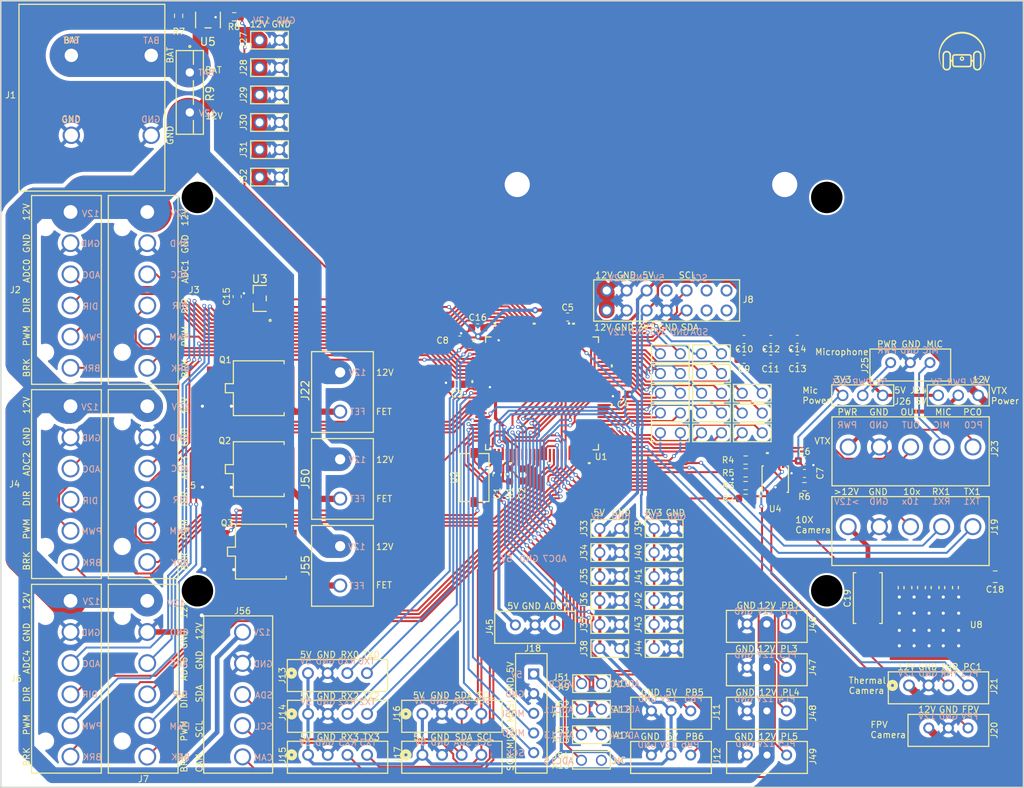
<source format=kicad_pcb>
(kicad_pcb (version 20221018) (generator pcbnew)
  (layers (0 "F.Cu" signal) (31 "B.Cu" signal) (34 "B.Paste" user) (35 "F.Paste" user) (36 "B.SilkS" user "B.Silkscreen") (37 "F.SilkS" user "F.Silkscreen") (38 "B.Mask" user) (39 "F.Mask" user) (44 "Edge.Cuts" user))
  (net 0 "")
  (net 1 "Net-(U1-*RESET)")
  (net 2 "GND")
  (net 3 "12V")
  (net 4 "Motor1 brake")
  (net 5 "PWM Timer3 A")
  (net 6 "Motor1 dir")
  (net 7 "ADC0")
  (net 8 "Motor2 brake")
  (net 9 "PWM Timer3 B")
  (net 10 "Motor2 dir")
  (net 11 "ADC1")
  (net 12 "Motor3 brake")
  (net 13 "PWM Timer3 C")
  (net 14 "Motor3 dir")
  (net 15 "ADC2")
  (net 16 "Motor4 brake")
  (net 17 "PWM Timer4 A")
  (net 18 "Motor4 dir")
  (net 19 "ADC3")
  (net 20 "Motor5 brake")
  (net 21 "PWM Timer4 B")
  (net 22 "Motor5 dir")
  (net 23 "ADC4")
  (net 24 "Motor6 brake")
  (net 25 "PWM Timer4 C")
  (net 26 "Motor6 dir")
  (net 27 "ADC5")
  (net 28 "5V")
  (net 29 "3V3")
  (net 31 "I2C_SCL")
  (net 32 "I2C_SDA")
  (net 37 "PWM Timer2 B")
  (net 38 "PWM Timer2 A")
  (net 39 "PWM Timer1 A")
  (net 40 "PWM Timer1 B")
  (net 41 "UART0_RX")
  (net 42 "UART0_TX")
  (net 43 "UART2_RX")
  (net 44 "UART2_TX")
  (net 45 "UART3_RX")
  (net 46 "UART3_TX")
  (net 47 "SPI_MOSI")
  (net 48 "SPI_MISO")
  (net 49 "SPI_SCK")
  (net 50 "Net-(U4-S2)")
  (net 51 "UART1_RX")
  (net 52 "UART1_TX")
  (net 53 "Net-(U4-S1)")
  (net 54 "Ext1")
  (net 55 "Thermal control")
  (net 56 "Net-(J23-Pad1)")
  (net 57 "Net-(U4-D)")
  (net 58 "Net-(J23-Pad4)")
  (net 59 "VTX control")
  (net 60 "Net-(J25-Pad1)")
  (net 61 "PWM Timer0 A")
  (net 62 "PWM Timer5 A")
  (net 63 "PWM Timer5 B")
  (net 64 "PWM Timer5 C")
  (net 65 "PWM Timer0 B")
  (net 66 "ADC6")
  (net 67 "ADC7")
  (net 68 "ADC8")
  (net 69 "ADC9")
  (net 70 "ADC10")
  (net 71 "ADC11")
  (net 72 "ADC12")
  (net 73 "ADC13")
  (net 74 "ADC14")
  (net 75 "ADC15")
  (net 76 "Cam Select1")
  (net 77 "Net-(U4-A0)")
  (net 78 "Cam Select2")
  (net 79 "Net-(U4-A1)")
  (net 80 "Ext2")
  (net 81 "Ext3")
  (net 82 "Ext4")
  (net 85 "Thermal camera")
  (net 86 "Ext5")
  (net 87 "Ext6")
  (net 88 "Ext7")
  (net 89 "Ext8")
  (net 90 "Ext9")
  (net 91 "Ext10")
  (net 92 "Ext11")
  (net 93 "Ext12")
  (net 94 "Ext13")
  (net 95 "Ext14")
  (net 96 "Ext15")
  (net 97 "Ext16")
  (net 98 "Ext17")
  (net 99 "Ext18")
  (net 100 "Ext19")
  (net 101 "Ext20")
  (net 102 "Ext21")
  (net 103 "Ext22")
  (net 104 "Ext23")
  (net 105 "Ext24")
  (net 106 "Ext25")
  (net 107 "Net-(U1-AREF)")
  (net 108 "Net-(U4-EN)")
  (net 109 "Net-(U5-+IN)")
  (net 110 "Net-(Q1-D)")
  (net 112 "Auxilary camera")
  (net 113 "Net-(U5--IN)")
  (net 114 "Ext26")
  (net 115 "Net-(U8-OUT)")
  (net 117 "Net-(Q2-D)")
  (net 118 "Net-(Q3-D)")
  (footprint "MotorHeader:conn6_1744057-6_TEC" (layer "F.Cu") (at 99.7204 142.5448 90)
    (fp_text reference "J7")
    (fp_text value "1744057-6" hide)
  )
  (footprint "PCM_kikit:NPTH" (layer "F.Cu") (at 186.101315 81.3624)
    (fp_text reference "REF**" hide)
    (fp_text value "NPTH" hide)
  )
  (footprint "LEDScrewTerm:CONN2_710002_WRE" (layer "F.Cu") (at 124.238901 108.5958 90)
    (fp_text reference "J22")
    (fp_text value "691137710002")
  )
  (footprint "4PinHeader:CONN_B4B-EH-A_JST" (layer "F.Cu") (at 120.1512 141.8334)
    (fp_text reference "J13")
    (fp_text value "25SH-C-04-TS" hide)
  )
  (footprint "5PinHeader:TE_440052-5" (layer "F.Cu") (at 148.844 146.9428 -90)
    (fp_text reference "J18")
    (fp_text value "440052-5" hide)
  )
  (footprint "Capacitor_SMD:C_0603_1608Metric" (layer "F.Cu") (at 144.1828 116.6365 90)
    (fp_text reference "C1")
    (fp_text value "1uF" hide)
  )
  (footprint "HeadlightFet:QNMOS1G2D3S_TO252DPAK_DIO" (layer "F.Cu") (at 113.8936 105.6132 -90)
    (fp_text reference "Q1")
    (fp_text value "G35N02K")
  )
  (footprint "ServoHeader:CONN3_B3B-EH-ALFSN_JST" (layer "F.Cu") (at 199.062715 148.8059)
    (fp_text reference "J20")
    (fp_text value "B3B-EH-ALFSN" hide)
  )
  (footprint "4PinHeader:CONN_B4B-EH-A_JST" (layer "F.Cu") (at 120.170315 147.0152)
    (fp_text reference "J14")
    (fp_text value "25SH-C-04-TS" hide)
  )
  (footprint "Capacitor_SMD:C_0603_1608Metric" (layer "F.Cu") (at 182.359 101.9042 180)
    (fp_text reference "C13")
    (fp_text value "DNP" hide)
  )
  (footprint "MountingHole:MountingHole_3.2mm_M3_DIN965_Pad_TopBottom" (layer "F.Cu") (at 146.7577 79.7154)
    (fp_text reference "H1" hide)
    (fp_text value "MountingHole_Pad" hide)
  )
  (footprint "2PinDupont:CONN_61300211121_WRE" (layer "F.Cu") (at 154.9146 152.909002)
    (fp_text reference "J54")
    (fp_text value "61300211121" hide)
  )
  (footprint "TempSensor:SOT-23_MC_MCH" (layer "F.Cu") (at 114.0214 94.198399 90)
    (fp_text reference "U3")
    (fp_text value "MCP9700T-E/TT" hide)
  )
  (footprint "ServoHeader:CONN3_B3B-EH-ALFSN_JST" (layer "F.Cu") (at 175.982 146.6343)
    (fp_text reference "J48")
    (fp_text value "B3B-EH-ALFSN" hide)
  )
  (footprint "Resistor_SMD:R_0603_1608Metric" (layer "F.Cu") (at 110.770285 58.3946 180)
    (fp_text reference "R8")
    (fp_text value "6.9K" hide)
  )
  (footprint "Resistor_SMD:R_0603_1608Metric" (layer "F.Cu") (at 175.787285 116.372)
    (fp_text reference "R5")
    (fp_text value "2.5K" hide)
  )
  (footprint "2PinDupont:CONN_61300211121_WRE" (layer "F.Cu") (at 113.9952 75.2856)
    (fp_text reference "J31")
    (fp_text value "61300211121" hide)
  )
  (footprint "ServoHeader:CONN3_B3B-EH-ALFSN_JST" (layer "F.Cu") (at 163.8046 152.2476)
    (fp_text reference "J12")
    (fp_text value "B3B-EH-ALFSN" hide)
  )
  (footprint "ServoHeader:CONN3_B3B-EH-ALFSN_JST" (layer "F.Cu") (at 176.0014 152.2476)
    (fp_text reference "J49")
    (fp_text value "B3B-EH-ALFSN" hide)
  )
  (footprint "Resistor_SMD:R_0603_1608Metric" (layer "F.Cu") (at 175.782885 119.6232)
    (fp_text reference "R2")
    (fp_text value "1K" hide)
  )
  (footprint "ServoHeader:CONN3_B3B-EH-ALFSN_JST" (layer "F.Cu") (at 175.976 135.5855)
    (fp_text reference "J46")
    (fp_text value "B3B-EH-ALFSN" hide)
  )
  (footprint "2PinDupont:CONN_61300211121_WRE" (layer "F.Cu") (at 113.9952 78.7764)
    (fp_text reference "J32")
    (fp_text value "61300211121" hide)
  )
  (footprint "Capacitor_SMD:C_0603_1608Metric" (layer "F.Cu") (at 147.3578 116.6365 90)
    (fp_text reference "C2")
    (fp_text value "0.1uF" hide)
  )
  (footprint "Resistor_SMD:R_0603_1608Metric" (layer "F.Cu") (at 175.795085 114.7464)
    (fp_text reference "R4")
    (fp_text value "1K" hide)
  )
  (footprint "2PinDupont:CONN_61300211121_WRE" (layer "F.Cu") (at 164.1602 135.6504)
    (fp_text reference "J43")
    (fp_text value "61300211121" hide)
  )
  (footprint "2PinDupont:CONN_61300211121_WRE" (layer "F.Cu") (at 164.9476 108.7628)
    (fp_text reference "J66" hide)
    (fp_text value "61300211121" hide)
  )
  (footprint "LDO:HRP5_ROM" (layer "F.Cu") (at 199.009 135.8011 180)
    (fp_text reference "U8")
    (fp_text value "BA90DD0WHFP-TR" hide)
  )
  (footprint "PCM_kikit:NPTH" (layer "F.Cu") (at 106.101315 81.3624)
    (fp_text reference "REF**" hide)
    (fp_text value "NPTH" hide)
  )
  (footprint "4PinHeader:CONN_B4B-EH-A_JST" (layer "F.Cu") (at 120.1674 152.2222)
    (fp_text reference "J15")
    (fp_text value "25SH-C-04-TS" hide)
  )
  (footprint "Capacitor_SMD:C_0603_1608Metric" (layer "F.Cu") (at 175.5902 99.415 180)
    (fp_text reference "C10")
    (fp_text value "DNP" hide)
  )
  (footprint "2PinDupont:CONN_61300211121_WRE" (layer "F.Cu") (at 154.9146 149.668802)
    (fp_text reference "J53")
    (fp_text value "61300211121" hide)
  )
  (footprint "LEDScrewTerm:CONN2_710002_WRE" (layer "F.Cu") (at 124.238901 130.6938 90)
    (fp_text reference "J55")
    (fp_text value "691137710002")
  )
  (footprint "Capacitor_SMD:C_0603_1608Metric" (layer "F.Cu") (at 175.5902 101.9296 180)
    (fp_text reference "C9")
    (fp_text value "DNP" hide)
  )
  (footprint "PCM_kikit:NPTH" (layer "F.Cu") (at 186.101315 131.3624)
    (fp_text reference "REF**" hide)
    (fp_text value "NPTH" hide)
  )
  (footprint "VideoMux:RM_10_ADI" (layer "F.Cu") (at 179.5526 117.1702 90)
    (fp_text reference "U4")
    (fp_text value "ADG804YRMZ" hide)
  )
  (footprint "4PinHeader:CONN_B4B-EH-A_JST" (layer "F.Cu") (at 196.553515 143.3955)
    (fp_text reference "J21")
    (fp_text value "25SH-C-04-TS" hide)
  )
  (footprint "ServoHeader:CONN3_B3B-EH-ALFSN_JST" (layer "F.Cu") (at 194.223 102.3619)
    (fp_text reference "J25")
    (fp_text value "B3B-EH-ALFSN" hide)
  )
  (footprint "Capacitor_SMD:C_0603_1608Metric" (layer "F.Cu") (at 139.446 99.4918 180)
    (fp_text reference "C8")
    (fp_text value "0.1uF" hide)
  )
  (footprint "CurrentSense:TSOT-23-5_S5_ADI" (layer "F.Cu") (at 107.442 58.801 -90)
    (fp_text reference "U5")
    (fp_text value "LT6106CS5-TRMPBF" hide)
  )
  (footprint "ResetButton:PTS636" (layer "F.Cu") (at 141.311715 116.9667 90)
    (fp_text reference "U2")
    (fp_text value "PTS636" hide)
  )
  (footprint "Resistor_SMD:R_0603_1608Metric" (layer "F.Cu") (at 183.262485 118.130858 180)
    (fp_text reference "R6")
    (fp_text value "10K" hide)
  )
  (footprint "2PinDupont:CONN_61300211121_WRE" (layer "F.Cu") (at 113.9952 61.3664)
    (fp_text reference "J27")
    (fp_text value "61300211121" hide)
  )
  (footprint "Capacitor_SMD:C_0603_1608Metric" (layer "F.Cu") (at 160.1978 106.4006 180)
    (fp_text reference "C4")
    (fp_text value "0.1uF" hide)
  )
  (footprint "Capacitor_SMD:C_0603_1608Metric" (layer "F.Cu") (at 182.359 99.3942 180)
    (fp_text reference "C14")
    (fp_text value "DNP" hide)
  )
  (footprint "2PinDupont:CONN_61300211121_WRE" (layer "F.Cu") (at 154.9146 146.426002)
    (fp_text reference "J52")
    (fp_text value "61300211121" hide)
  )
  (footprint "2PinDupont:CONN_61300211121_WRE" (layer "F.Cu") (at 164.9476 103.744)
    (fp_text reference "J60" hide)
    (fp_text value "61300211121" hide)
  )
  (footprint "5PinHeader7.5A:conn5_1-1123723-5_TEC" (layer "F.Cu") (at 188.835857 113.0808)
    (fp_text reference "J23")
    (fp_text value "1-1123723-5" hide)
  )
  (footprint "ServoHeader:CONN3_B3B-EH-ALFSN_JST" (layer "F.Cu") (at 175.9798 141.0971)
    (fp_text reference "J47")
    (fp_text value "B3B-EH-ALFSN" hide)
  )
  (footprint "Resistor_SMD:R_0603_1608Metric" (layer "F.Cu") (at 103.7082 58.2676 90)
    (fp_text reference "R7")
    (fp_text value "1K" hide)
  )
  (footprint "ShuntResistor:TO220_LTO_VIS" (layer "F.Cu") (at 105.1306 65.4708 -90)
    (fp_text reference "R9")
    (fp_text value "LTO050FR0100JTE3" hide)
  )
  (footprint "PowerHeader:CONN_VP0265x4xxxxG_AMP" (layer "F.Cu") (at 100.228501 63.3016 -90)
    (fp_text reference "J1")
    (fp_text value "VP0265540000G" hide)
  )
  (footprint "2PinDupont:CONN_61300211121_WRE" (layer "F.Cu") (at 170.18 111.2878)
    (fp_text reference "J9" hide)
    (fp_text value "61300211121" hide)
  )
  (footprint "Logo:logo" (layer "F.Cu") (at 203.3016 62.8396)
    (fp_text reference "G1" hide)
    (fp_text value "LOGO" hide)
  )
  (footprint "MotorHeader:conn6_1744057-6_TEC" (layer "F.Cu") (at 99.7204 93.1164 90)
    (fp_text reference "J3")
    (fp_text value "1744057-6" hide)
  )
  (footprint "HeadlightFet:QNMOS1G2D3S_TO252DPAK_DIO" (layer "F.Cu") (at 114.1603 126.3904 -90)
    (fp_text reference "Q3")
    (fp_text value "G35N02K")
  )
  (footprint "2PinDupont:CONN_61300211121_WRE" (layer "F.Cu") (at 175.3616 111.2826)
    (fp_text reference "J10" hide)
    (fp_text value "61300211121" hide)
  )
  (footprint "2PinDupont:CONN_61300211121_WRE" (layer "F.Cu") (at 172.72 101.2294 180)
    (fp_text reference "J57" hide)
    (fp_text value "61300211121" hide)
  )
  (footprint "2PinDupont:CONN_61300211121_WRE" (layer "F.Cu") (at 157.2514 129.5544)
    (fp_text reference "J35")
    (fp_text value "61300211121" hide)
  )
  (footprint "MotorHeader:conn6_1744057-6_TEC" (layer "F.Cu") (at 99.7204 117.8052 90)
    (fp_text reference "J5")
    (fp_text value "1744057-6" hide)
  )
  (footprint "2PinDupont:CONN_61300211121_WRE" (layer "F.Cu") (at 164.1602 132.6024)
    (fp_text reference "J42")
    (fp_text value "61300211121" hide)
  )
  (footprint "HeadlightFet:QNMOS1G2D3S_TO252DPAK_DIO" (layer "F.Cu") (at 113.8936 115.9002 -90)
    (fp_text reference "Q2")
    (fp_text value "G35N02K")
  )
  (footprint "MotorHeader:conn6_1744057-6_TEC" (layer "F.Cu") (at 89.9668 93.1164 90)
    (fp_text reference "J2")
    (fp_text value "1744057-6" hide)
  )
  (footprint "2PinDupont:CONN_61300211121_WRE" (layer "F.Cu") (at 177.9016 106.2482 180)
    (fp_text reference "J61" hide)
    (fp_text value "61300211121" hide)
  )
  (footprint "2PinDupont:CONN_61300211121_WRE" (layer "F.Cu") (at 172.72 106.2482 180)
    (fp_text reference "J62" hide)
    (fp_text value "61300211121" hide)
  )
  (footprint "Capacitor_SMD:C_0603_1608Metric" (layer "F.Cu") (at 111.1504 93.9546 90)
    (fp_text reference "C15")
    (fp_text value "0.1uF")
  )
  (footprint "MountingHole:MountingHole_3.2mm_M3_DIN965_Pad_TopBottom" (layer "F.Cu") (at 180.7577 79.7154)
    (fp_text reference "H2" hide)
    (fp_text value "MountingHole_Pad" hide)
  )
  (footprint "MotorHeader:conn6_1744057-6_TEC" (layer "F.Cu") (at 89.9668 117.8052 90)
    (fp_text reference "J4")
    (fp_text value "1744057-6" hide)
  )
  (footprint "Capacitor_SMD:C_0805_2012Metric_Pad1.18x1.45mm_HandSolder" (layer "F.Cu") (at 207.518 129.5781 180)
    (fp_text reference "C18")
    (fp_text value "0.1uF" hide)
  )
  (footprint "MotorHeader:conn6_1744057-6_TEC" (layer "F.Cu") (at 89.9668 142.5448 90)
    (fp_text reference "J6")
    (fp_text value "1744057-6" hide)
  )
  (footprint "2PinDupont:CONN_61300211121_WRE" (layer "F.Cu") (at 154.94 143.168502)
    (fp_text reference "J51")
    (fp_text value "61300211121" hide)
  )
  (footprint "2PinDupont:CONN_61300211121_WRE" (layer "F.Cu") (at 157.2514 135.6504)
    (fp_text reference "J37")
    (fp_text value "61300211121" hide)
  )
  (footprint "2PinDupont:CONN_61300211121_WRE" (layer "F.Cu") (at 167.4876 106.2482 180)
    (fp_text reference "J63" hide)
    (fp_text value "61300211121" hide)
  )
  (footprint "PCBHeader:CONN_RS2-14-G_ADM" (layer "F.Cu") (at 158.1277 93.1926)
    (fp_text reference "J8")
    (fp_text value "RS2-14-G" hide)
  )
  (footprint "Capacitor_SMD:C_0603_1608Metric" (layer "F.Cu") (at 141.732 97.9424 180)
    (fp_text reference "C16")
    (fp_text value "0.1uF")
  )
  (footprint "3PinDupont:CONN_68000-103HLF_AMP" (layer "F.Cu") (at 200.279 106.51955)
    (fp_text reference "J24")
    (fp_text value "68000-103HLF" hide)
  )
  (footprint "5PinHeader7.5A:conn5_1-1123723-5_TEC" (layer "F.Cu") (at 111.8362 136.6266 -90)
    (fp_text reference "J56")
    (fp_text value "440052-5" hide)
  )
  (footprint "2PinDupont:CONN_61300211121_WRE" (layer "F.Cu") (at 157.2514 126.5064)
    (fp_text reference "J34")
    (fp_text value "61300211121" hide)
  )
  (footprint "4PinHeader:CONN_B4B-EH-A_JST" (layer "F.Cu") (at 134.6962 152.2222)
    (fp_text reference "J17")
    (fp_text value "25SH-C-04-TS" hide)
  )
  (footprint "Capacitor_SMD:C_0603_1608Metric" (layer "F.Cu") (at 183.262485 116.448 180)
    (fp_text reference "C7")
    (fp_text value "1uF" hide)
  )
  (footprint "Resistor_SMD:R_0603_1608Metric" (layer "F.Cu") (at 175.781885 117.9976)
    (fp_text reference "R3")
    (fp_text value "2.5K" hide)
  )
  (footprint "BigCapacitor:TAJC_AVX" (layer "F.Cu") (at 191.3128 132.2959 -90)
    (fp_text reference "C19")
    (fp_text value "TAJC226M016RNJ" hide)
  )
  (footprint "2PinDupont:CONN_61300211121_WRE" (layer "F.Cu") (at 164.1602 123.4584)
    (fp_text reference "J39")
    (fp_text value "61300211121" hide)
  )
  (footprint "2PinDupont:CONN_61300211121_WRE" (layer "F.Cu") (at 113.9952 71.8312)
    (fp_text reference "J30")
    (fp_text value "61300211121" hide)
  )
  (footprint "2PinDupont:CONN_61300211121_WRE" (layer "F.Cu") (at 157.2514 138.7128)
    (fp_text reference "J38")
    (fp_text value "61300211121" hide)
  )
  (footprint "Capacitor_SMD:C_0603_1608Metric" (layer "F.Cu") (at 178.9808 101.9211 180)
    (fp_text reference "C11")
    (fp_text value "DNP" hide)
  )
  (footprint "2PinDupont:CONN_61300211121_WRE" (layer "F.Cu") (at 164.9476 111.2878)
    (fp_text reference "J67" hide)
    (fp_text value "61300211121" hide)
  )
  (footprint "2PinDupont:CONN_61300211121_WRE" (layer "F.Cu") (at 164.1602 126.5064)
    (fp_text reference "J40")
    (fp_text value "61300211121" hide)
  )
  (footprint "2PinDupont:CONN_61300211121_WRE" (layer "F.Cu") (at 164.1602 129.5544)
    (fp_text reference "J41")
    (fp_text value "61300211121" hide)
  )
  (footprint "Capacitor_SMD:C_0603_1608Metric" (layer "F.Cu") (at 183.262485 114.848)
    (fp_text reference "C6")
    (fp_text value "0.1uF" hide)
  )
  (footprint "2PinDupont:CONN_61300211121_WRE" (layer "F.Cu") (at 172.72 103.7336 180)
    (fp_text reference "J59" hide)
    (fp_text value "61300211121" hide)
  )
  (footprint "ATMEGA2560:TQFP100_100A_ATM" (layer "F.Cu") (at 149.909315 106.2733)
    (fp_text reference "U1")
    (fp_text value "ATMEGA2560-16AUR" hide)
  )
  (footprint "Capacitor_SMD:C_0603_1608Metric" (layer "F.Cu") (at 153.162 96.5708 180)
    (fp_text reference "C5")
    (fp_text value "0.1uF" hide)
  )
  (footprint "LEDScrewTerm:CONN2_710002_WRE" (layer "F.Cu") (at 124.238901 119.6448 90)
    (fp_text reference "J50")
    (fp_text value "691137710002")
  )
  (footprint "2PinDupont:CONN_61300211121_WRE" (layer "F.Cu") (at 177.9016 108.7732 180)
    (fp_text reference "J64" hide)
    (fp_text value "61300211121" hide)
  )
  (footprint "2PinDupont:CONN_61300211121_WRE" (layer "F.Cu") (at 164.9476 101.2294)
    (fp_text reference "J58" hide)
    (fp_text value "61300211121" hide)
  )
  (footprint "Capacitor_SMD:C_0603_1608Metric" (layer "F.Cu") (at 139.0904 105.1052 180)
    (fp_text reference "C3")
    (fp_text value "0.1uF" hide)
  )
  (footprint "ServoHeader:CONN3_B3B-EH-ALFSN_JST" (layer "F.Cu") (at 146.5218 135.7121)
    (fp_text reference "J45")
    (fp_text value "B3B-EH-ALFSN" hide)
  )
  (footprint "Resistor_SMD:R_0603_1608Metric" (layer "F.Cu") (at 145.783 116.6365 -90)
    (fp_text reference "R1")
    (fp_text value "10K" hide)
  )
  (footprint "2PinDupont:CONN_61300211121_WRE" (layer "F.Cu") (at 113.9952 64.8572)
    (fp_text reference "J28")
    (fp_text value "61300211121" hide)
  )
  (footprint "5PinHeader7.5A:conn5_1-1123723-5_TEC" (layer "F.Cu") (at 188.8236 123.2154)
    (fp_text reference "J19")
    (fp_text value "440052-5" hide)
  )
  (footprint "2PinDupont:CONN_61300211121_WRE" (layer "F.Cu") (at 113.9952 68.326)
    (fp_text reference "J29")
    (fp_text value "61300211121" hide)
  )
  (footprint "3PinDupont:CONN_68000-103HLF_AMP" (layer "F.Cu") (at 188.1378 106.5276)
    (fp_text reference "J26")
    (fp_text value "68000-103HLF" hide)
  )
  (footprint "2PinDupont:CONN_61300211121_WRE" (layer "F.Cu") (at 172.72 108.7628 180)
    (fp_text reference "J65" hide)
    (fp_text value "61300211121" hide)
  )
  (footprint "2PinDupont:CONN_61300211121_WRE" (layer "F.Cu") (at 164.1602 138.6984)
    (fp_text reference "J44")
    (fp_text value "61300211121" hide)
  )
  (footprint "ServoHeader:CONN3_B3B-EH-ALFSN_JST" (layer "F.Cu") (at 163.8106 146.6343)
    (fp_text reference "J11")
    (fp_text value "B3B-EH-ALFSN" hide)
  )
  (footprint "Capacitor_SMD:C_0603_1608Metric" (layer "F.Cu") (at 178.9808 99.4111 180)
    (fp_text reference "C12")
    (fp_text value "DNP" hide)
  )
  (footprint "4PinHeader:CONN_B4B-EH-A_JST" (layer "F.Cu") (at 134.6962 147.0152)
    (fp_text reference "J16")
    (fp_text value "25SH-C-04-TS" hide)
  )
  (footprint "PCM_kikit:NPTH" (layer "F.Cu") (at 106.101315 131.3624)
    (fp_text reference "REF**" hide)
    (fp_text value "NPTH" hide)
  )
  (footprint "2PinDupont:CONN_61300211121_WRE" (layer "F.Cu") (at 157.2514 132.6024)
    (fp_text reference "J36")
    (fp_text value "61300211121" hide)
  )
  (footprint "2PinDupont:CONN_61300211121_WRE" (layer "F.Cu") (at 157.2514 123.444)
    (fp_text reference "J33")
    (fp_text value "61300211121" hide)
  )
  (gr_rect (start 81.101315 56.3624) (end 211.101315 156.3624) (stroke (width 0.2)) (fill none) (layer "Edge.Cuts"))
  (gr_text "12V" (at 104.9782 83.8454) (layer "B.SilkS") (effects (font (size 0.8 0.8) (thickness 0.12)) (justify left bottom mirror)))
  (gr_text "SDA" (at 171.1198 98.933) (layer "B.SilkS") (effects (font (size 0.8 0.8) (thickness 0.12)) (justify left bottom mirror)))
  (gr_text "5V" (at 135.1534 145.8214) (layer "B.SilkS") (effects (font (size 0.8 0.8) (thickness 0.12)) (justify left bottom mirror)))
  (gr_text "3V3" (at 189.0776 105.3338) (layer "B.SilkS") (effects (font (size 0.8 0.8) (thickness 0.12)) (justify left bottom mirror)))
  (gr_text "GND" (at 101.473 71.9074) (layer "B.SilkS") (effects (font (size 0.8 0.8) (thickness 0.12)) (justify left bottom mirror)))
  (gr_text "PB5" (at 170.4086 145.542) (layer "B.SilkS") (effects (font (size 0.8 0.8) (thickness 0.12)) (justify left bottom mirror)))
  (gr_text "RX1" (at 201.9046 120.4722) (layer "B.SilkS") (effects (font (size 0.8 0.8) (thickness 0.12)) (justify left bottom mirror)))
  (gr_text "PB6" (at 170.0022 151.384) (layer "B.SilkS") (effects (font (size 0.8 0.8) (thickness 0.12)) (justify left bottom mirror)))
  (gr_text "GND" (at 176.8348 134.4422) (layer "B.SilkS") (effects (font (size 0.8 0.8) (thickness 0.12)) (justify left bottom mirror)))
  (gr_text "PWM" (at 94.107 99.6442) (layer "B.SilkS") (effects (font (size 0.8 0.8) (thickness 0.12)) (justify left bottom mirror)))
  (gr_text "PL4" (at 182.1942 145.5674) (layer "B.SilkS") (effects (font (size 0.8 0.8) (thickness 0.12)) (justify left bottom mirror)))
  (gr_text "FET" (at 127.4318 131.2164) (layer "B.SilkS") (effects (font (size 0.8 0.8) (thickness 0.12)) (justify left bottom mirror)))
  (gr_text "RX0" (at 126.3142 140.7922) (layer "B.SilkS") (effects (font (size 0.8 0.8) (thickness 0.12)) (justify left bottom mirror)))
  (gr_text "PWR" (at 190.0428 110.7694) (layer "B.SilkS") (effects (font (size 0.8 0.8) (thickness 0.12)) (justify left bottom mirror)))
  (gr_text "GND" (at 91.313 71.9836) (layer "B.SilkS") (effects (font (size 0.8 0.8) (thickness 0.12)) (justify left bottom mirror)))
  (gr_text "TX1" (at 205.6892 120.4722) (layer "B.SilkS") (effects (font (size 0.8 0.8) (thickness 0.12)) (justify left bottom mirror)))
  (gr_text "GND" (at 163.3982 98.933) (layer "B.SilkS") (effects (font (size 0.8 0.8) (thickness 0.12)) (justify left bottom mirror)))
  (gr_text "FET" (at 127.5334 109.0676) (layer "B.SilkS") (effects (font (size 0.8 0.8) (thickness 0.12)) (justify left bottom mirror)))
  (gr_text "5V" (at 165.5572 92.075) (layer "B.SilkS") (effects (font (size 0.8 0.8) (thickness 0.12)) (justify left bottom mirror)))
  (gr_text "PC1" (at 205.4606 142.3416) (layer "B.SilkS") (effects (font (size 0.8 0.8) (thickness 0.12)) (justify left bottom mirror)))
  (gr_text "ADC12" (at 162.4584 146.9136) (layer "B.SilkS") (effects (font (size 0.8 0.8) (thickness 0.12)) (justify left bottom mirror)))
  (gr_text "SCL" (at 143.5354 145.8214) (layer "B.SilkS") (effects (font (size 0.8 0.8) (thickness 0.12)) (justify left bottom mirror)))
  (gr_text "PWM" (at 94.0562 149.0472) (layer "B.SilkS") (effects (font (size 0.8 0.8) (thickness 0.12)) (justify left bottom mirror)))
  (gr_text "NC" (at 160.401 153.4414) (layer "B.SilkS") (effects (font (size 0.8 0.8) (thickness 0.12)) (justify left bottom mirror)))
  (gr_text "PWR" (at 203.9366 105.3338) (layer "B.SilkS") (effects (font (size 0.8 0.8) (thickness 0.12)) (justify left bottom mirror)))
  (gr_text "PWR" (at 191.9224 105.3338) (layer "B.SilkS") (effects (font (size 0.8 0.8) (thickness 0.12)) (justify left bottom mirror)))
  (gr_text "12V" (at 179.451 145.5674) (layer "B.SilkS") (effects (font (size 0.8 0.8) (thickness 0.12)) (justify left bottom mirror)))
  (gr_text "GND" (at 93.8022 87.7062) (layer "B.SilkS") (effects (font (size 0.8 0.8) (thickness 0.12)) (justify left bottom mirror)))
  (gr_text "12V" (at 160.655 92.075) (layer "B.SilkS") (effects (font (size 0.8 0.8) (thickness 0.12)) (justify left bottom mirror)))
  (gr_text "DIR" (at 105.029 120.2944) (layer "B.SilkS") (effects (font (size 0.8 0.8) (thickness 0.12)) (justify left bottom mirror)))
  (gr_text "3V3" (at 165.8874 98.933) (layer "B.SilkS") (effects (font (size 0.8 0.8) (thickness 0.12)) (justify left bottom mirror)))
  (gr_text "GND" (at 163.5506 92.075) (layer "B.SilkS") (effects (font (size 0.8 0.8) (thickness 0.12)) (justify left bottom mirror)))
  (gr_text "10x" (at 197.8914 120.4722) (layer "B.SilkS") (effects (font (size 0.8 0.8) (thickness 0.12)) (justify left bottom mirror)))
  (gr_text "GND" (at 138.2522 151.1046) (layer "B.SilkS") (effects (font (size 0.8 0.8) (thickness 0.12)) (justify left bottom mirror)))
  (gr_text "GND" (at 147.7518 144.9832) (layer "B.SilkS") (effects (font (size 0.8 0.8) (thickness 0.12)) (justify left bottom mirror)))
  (gr_text "ADC7" (at 153.1112 127.762) (layer "B.SilkS") (effects (font (size 0.8 0.8) (thickness 0.12)) (justify left bottom mirror)))
  (gr_text "GND" (at 176.8348 145.5928) (layer "B.SilkS") (effects (font (size 0.8 0.8) (thickness 0.12)) (justify left bottom mirror)))
  (gr_text "12V" (at 115.4684 59.309) (layer "B.SilkS") (effects (font (size 0.8 0.8) (thickness 0.12)) (justify left bottom mirror)))
  (gr_text "PWM" (at 105.2322 99.5934) (layer "B.SilkS") (effects (font (size 0.8 0.8) (thickness 0.12)) (justify left bottom mirror)))
  (gr_text "TX0" (at 128.7272 140.7922) (layer "B.SilkS") (effects (font (size 0.8 0.8) (thickness 0.12)) (justify left bottom mirror)))
  (gr_text "ADC15" (at 154.0002 153.4668) (layer "B.SilkS") (effects (font (size 0.8 0.8) (thickness 0.12)) (justify left bottom mirror)))
  (gr_text "12V" (at 93.8022 133.1976) (layer "B.SilkS") (effects (font (size 0.8 0.8) (thickness 0.12)) (justify left bottom mirror)))
  (gr_text "BRK" (at 93.853 103.5558) (layer "B.SilkS") (effects (font (size 0.8 0.8) (thickness 0.12)) (justify left bottom mirror)))
  (gr_text "PWM" (at 105.2576 149.0726) (layer "B.SilkS") (effects (font (size 0.8 0.8) (thickness 0.12)) (justify left bottom mirror)))
  (gr_text "GND" (at 105.0544 112.395) (layer "B.SilkS") (effects (font (size 0.8 0.8) (thickness 0.12)) (justify left bottom mirror)))
  (gr_text "GND" (at 123.6472 140.7922) (layer "B.SilkS") (effects (font (size 0.8 0.8) (thickness 0.12)) (justify left bottom mirror)))
  (gr_text "BRK" (at 93.98 128.27) (layer "B.SilkS") (effects (font (size 0.8 0.8) (thickness 0.12)) (justify left bottom mirror)))
  (gr_text "GND" (at 118.6434 59.3344) (layer "B.SilkS") (effects (font (size 0.8 0.8) (thickness 0.12)) (justify left bottom mirror)))
  (gr_text "12V" (at 108.5596 71.12) (layer "B.SilkS") (effects (font (size 0.8 0.8) (thickness 0.12)) (justify left bottom mirror)))
  (gr_text "CAM" (at 115.7732 153.035) (layer "B.SilkS") (effects (font (size 0.8 0.8) (thickness 0.12)) (justify left bottom mirror)))
  (gr_text "BRK" (at 105.2322 152.9842) (layer "B.SilkS") (effects (font (size 0.8 0.8) (thickness 0.12)) (justify left bottom mirror)))
  (gr_text "12V" (at 167.2082 145.542) (layer "B.SilkS") (effects (font (size 0.8 0.8) (thickness 0.12)) (justify left bottom mirror)))
  (gr_text "PB7" (at 182.5244 134.4422) (layer "B.SilkS") (effects (font (size 0.8 0.8) (thickness 0.12)) (justify left bottom mirror)))
  (gr_text "DIR" (at 104.9528 145.034) (layer "B.SilkS") (effects (font (size 0.8 0.8) (thickness 0.12)) (justify left bottom mirror)))
  (gr_text "ADC13" (at 154.051 150.1902) (layer "B.SilkS") (effects (font (size 0.8 0.8) (thickness 0.12)) (justify left bottom mirror)))
  (gr_text "5V" (at 193.9036 105.3084) (layer "B.SilkS") (effects (font (size 0.8 0.8) (thickness 0.12)) (justify left bottom mirror)))
  (gr_text "12V" (at 160.5788 98.933) (layer "B.SilkS") (effects (font (size 0.8 0.8) (thickness 0.12)) (justify left bottom mirror)))
  (gr_text "GND" (at 149.5552 127.762) (layer "B.SilkS") (effects (font (size 0.8 0.8) (thickness 0.12)) (justify left bottom mirror)))
  (gr_text "3V3" (at 165.1508 122.4026) (layer "B.SilkS") (effects (font (size 0.8 0.8) (thickness 0.12)) (justify left bottom mirror)))
  (gr_text ">12V" (at 190.3222 120.4976) (layer "B.SilkS") (effects (font (size 0.8 0.8) (thickness 0.12)) (justify left bottom mirror)))
  (gr_text "FET" (at 127.508 120.142) (layer "B.SilkS") (effects (font (size 0.8 0.8) (thickness 0.12)) (justify left bottom mirror)))
  (gr_text "5V" (at 147.4724 142.494) (layer "B.SilkS") (effects (font (size 0.8 0.8) (thickness 0.12)) (justify left bottom mirror)))
  (gr_text "ADC14" (at 162.3568 150.2156) (layer "B.SilkS") (effects (font (size 0.8 0.8) (thickness 0.12)) (justify left bottom mirror)))
  (gr_text "SCK" (at 147.7264 152.4508) (layer "B.SilkS") (effects (font (size 0.8 0.8) (thickness 0.12)) (justify left bottom mirror)))
  (gr_text "12V" (at 115.4938 137.1092) (layer "B.SilkS") (effects (font (size 0.8 0.8) (thickness 0.12)) (justify left bottom mirror)))
  (gr_text "ADC" (at 104.9528 141.0462) (layer "B.SilkS") (effects (font (size 0.8 0.8) (thickness 0.12)) (justify left bottom mirror)))
  (gr_text "12V" (at 105.1052 108.458) (layer "B.SilkS") (effects (font (size 0.8 0.8) (thickness 0.12)) (justify left bottom mirror)))
  (gr_text "5V" (at 200.8886 105.3084) (layer "B.SilkS") (effects (font (size 0.8 0.8) (thickness 0.12)) (justify left bottom mirror)))
  (gr_text "RX2" (at 126.3396 145.9484) (layer "B.SilkS") (effects (font (size 0.8 0.8) (thickness 0.12)) (justify left bottom mirror)))
  (gr_text "12V" (at 93.7006 83.8962) (layer "B.SilkS") (effects (font (size 0.8 0.8) (thickness 0.12)) (justify left bottom mirror)))
  (gr_text "SDA" (at 140.8938 145.8214) (layer "B.SilkS") (effects (font (size 0.8 0.8) (thickness 0.12)) (justify left bottom mirror)))
  (gr_text "DIR" (at 93.4974 145.0086) (layer "B.SilkS") (effects (font (size 0.8 0.8) (thickness 0.12)) (justify left bottom mirror)))
  (gr_text "BAT" (at 101.3714 61.8744) (layer "B.SilkS") (effects (font (size 0.8 0.8) (thickness 0.12)) (justify left bottom mirror)))
  (gr_text "PWM" (at 105.2576 124.2314) (layer "B.SilkS") (effects (font (size 0.8 0.8) (thickness 0.12)) (justify left bottom mirror)))
  (gr_text "BRK" (at 105.1306 128.2954) (layer "B.SilkS") (effects (font (size 0.8 0.8) (thickness 0.12)) (justify left bottom mirror)))
  (gr_text "ADC" (at 93.8276 141.1224) (layer "B.SilkS") (effects (font (size 0.8 0.8) (thickness 0.12)) (justify left bottom mirror)))
  (gr_text "SCL" (at 143.6624 151.1046) (layer "B.SilkS") (effects (font (size 0.8 0.8) (thickness 0.12)) (justify left bottom mirror)))
  (gr_text "GND" (at 176.8602 139.9794) (layer "B.SilkS") (effects (font (size 0.8 0.8) (thickness 0.12)) (justify left bottom mirror)))
  (gr_text "DIR" (at 93.5482 120.396) (layer "B.SilkS") (effects (font (size 0.8 0.8) (thickness 0.12)) (justify left bottom mirror)))
  (gr_text "BRK" (at 105.2068 103.5812) (layer "B.SilkS") (effects (font (size 0.8 0.8) (thickness 0.12)) (justify left bottom mirror)))
  (gr_text "RX3" (at 126.4412 151.13) (layer "B.SilkS") (effects (font (size 0.8 0.8) (thickness 0.12)) (justify left bottom mirror)))
  (gr_text "GND" (at 197.9422 101.2698) (layer "B.SilkS") (effects (font (size 0.8 0.8) (thickness 0.12)) (justify left bottom mirror)))
  (gr_text "GND" (at 115.7478 141.1478) (layer "B.SilkS") (effects (font (size 0.8 0.8) (thickness 0.12)) (justify left bottom mirror)))
  (gr_text "BAT" (at 108.3564 65.9638) (layer "B.SilkS") (effects (font (size 0.8 0.8) (thickness 0.12)) (justify left bottom mirror)))
  (gr_text "GND" (at 93.853 137.16) (layer "B.SilkS") (effects (font (size 0.8 0.8) (thickness 0.12)) (justify left bottom mirror)))
  (gr_text "SCL" (at 115.7224 149.0726) (layer "B.SilkS") (effects (font (size 0.8 0.8) (thickness 0.12)) (justify left bottom mirror)))
  (gr_text "PWM" (at 94.0562 124.2822) (layer "B.SilkS") (effects (font (size 0.8 0.8) (thickness 0.12)) (justify left bottom mirror)))
  (gr_text "GND" (at 123.571 151.13) (layer "B.SilkS") (effects (font (size 0.8 0.8) (thickness 0.12)) (justify left bottom mirror)))
  (gr_text "GND" (at 138.1252 145.8214) (layer "B.SilkS") (effects (font (size 0.8 0.8) (thickness 0.12)) (justify left bottom mirror)))
  (gr_text "12V" (at 93.6244 108.4834) (layer "B.SilkS") (effects (font (size 0.8 0.8) (thickness 0.12)) (justify left bottom mirror)))
  (gr_text "TX3" (at 128.9304 151.13) (layer "B.SilkS") (effects (font (size 0.8 0.8) (thickness 0.12)) (justify left bottom mirror)))
  (gr_text "MOSI" (at 147.7772 147.447) (layer "B.SilkS") (effects (font (size 0.8 0.8) (thickness 0.12)) (justify left bottom mirror)))
  (gr_text "GND" (at 105.1052 87.7062) (layer "B.SilkS") (effects (font (size 0.8 0.8) (thickness 0.12)) (justify left bottom mirror)))
  (gr_text "GND" (at 161.2392 122.4026) (layer "B.SilkS") (effects (font (size 0.8 0.8) (thickness 0.12)) (justify left bottom mirror)))
  (gr_text "MISO" (at 147.8026 149.9362) (layer "B.SilkS") (effects (font (size 0.8 0.8) (thickness 0.12)) (justify left bottom mirror)))
  (gr_text "GND" (at 105.1052 137.1346) (layer "B.SilkS") (effects (font (size 0.8 0.8) (thickness 0.12)) (justify left bottom mirror)))
  (gr_text "12V" (at 179.5272 139.954) (layer "B.SilkS") (effects (font (size 0.8 0.8) (thickness 0.12)) (justify left bottom mirror)))
  (gr_text "DIR" (at 104.9528 95.6056) (layer "B.SilkS") (effects (font (size 0.8 0.8) (thickness 0.12)) (justify left bottom mirror)))
  (gr_text "5V" (at 146.2024 127.762) (layer "B.SilkS") (effects (font (size 0.8 0.8) (thickness 0.12)) (justify left bottom mirror)))
  (gr_text "DIR" (at 93.5736 95.6818) (layer "B.SilkS") (effects (font (size 0.8 0.8) (thickness 0.12)) (justify left bottom mirror)))
  (gr_text "12V" (at 197.4342 142.3416) (layer "B.SilkS") (effects (font (size 0.8 0.8) (thickness 0.12)) (justify left bottom mirror)))
  (gr_text "ADC" (at 105.029 91.6686) (layer "B.SilkS") (effects (font (size 0.8 0.8) (thickness 0.12)) (justify left bottom mirror)))
  (gr_text "ADC" (at 93.8276 116.3828) (layer "B.SilkS") (effects (font (size 0.8 0.8) (thickness 0.12)) (justify left bottom mirror)))
  (gr_text "GND" (at 164.5666 151.384) (layer "B.SilkS") (effects (font (size 0.8 0.8) (thickness 0.12)) (justify left bottom mirror)))
  (gr_text "GND" (at 200.279 142.3416) (layer "B.SilkS") (effects (font (size 0.8 0.8) (thickness 0.12)) (justify left bottom mirror)))
  (gr_text "GND" (at 93.9038 112.4204) (layer "B.SilkS") (effects (font (size 0.8 0.8) (thickness 0.12)) (justify left bottom mirror)))
  (gr_text "5V" (at 120.5738 151.13) (layer "B.SilkS") (effects (font (size 0.8 0.8) (thickness 0.12)) (justify left bottom mirror)))
  (gr_text "GND" (at 176.9872 151.2824) (layer "B.SilkS") (effects (font (size 0.8 0.8) (thickness 0.12)) (justify left bottom mirror)))
  (gr_text "12V" (at 167.1574 151.3586) (layer "B.SilkS") (effects (font (size 0.8 0.8) (thickness 0.12)) (justify left bottom mirror)))
  (gr_text "OUT" (at 198.0184 110.7694) (layer "B.SilkS") (effects (font (size 0.8 0.8) (thickness 0.12)) (justify left bottom mirror)))
  (gr_text "BRK" (at 94.0054 152.9842) (layer "B.SilkS") (effects (font (size 0.8 0.8) (thickness 0.12)) (justify left bottom mirror)))
  (gr_text "12V" (at 200.025 147.7772) (layer "B.SilkS") (effects (font (size 0.8 0.8) (thickness 0.12)) (justify left bottom mirror)))
  (gr_text "ADC" (at 93.8276 91.694) (layer "B.SilkS") (effects (font (size 0.8 0.8) (thickness 0.12)) (justify left bottom mirror)))
  (gr_text "SCL" (at 171.0436 92.075) (layer "B.SilkS") (effects (font (size 0.8 0.8) (thickness 0.12)) (justify left bottom mirror)))
  (gr_text "12V" (at 127.5334 126.238) (layer "B.SilkS") (effects (font (size 0.8 0.8) (thickness 0.12)) (justify left bottom mirror)))
  (gr_text "12V" (at 179.5526 134.4168) (layer "B.SilkS") (effects (font (size 0.8 0.8) (thickness 0.12)) (justify left bottom mirror)))
  (gr_text "BAT" (at 91.186 61.849) (layer "B.SilkS") (effects (font (size 0.8 0.8) (thickness 0.12)) (justify left bottom mirror)))
  (gr_text "5V" (at 120.65 140.7922) (layer "B.SilkS") (effects (font (size 0.8 0.8) (thickness 0.12)) (justify left bottom mirror)))
  (gr_text "5V" (at 120.7262 145.9484) (layer "B.SilkS") (effects (font (size 0.8 0.8) (thickness 0.12)) (justify left bottom mirror)))
  (gr_text "5V" (at 135.2804 151.1046) (layer "B.SilkS") (effects (font (size 0.8 0.8) (thickness 0.12)) (justify left bottom mirror)))
  (gr_text "GND" (at 168.6814 98.933) (layer "B.SilkS") (effects (font (size 0.8 0.8) (thickness 0.12)) (justify left bottom mirror)))
  (gr_text "GND" (at 168.3004 122.4026) (layer "B.SilkS") (effects (font (size 0.8 0.8) (thickness 0.12)) (justify left bottom mirror)))
  (gr_text "GND" (at 123.7234 145.9484) (layer "B.SilkS") (effects (font (size 0.8 0.8) (thickness 0.12)) (justify left bottom mirror)))
  (gr_text "12V" (at 127.6096 115.1636) (layer "B.SilkS") (effects (font (size 0.8 0.8) (thickness 0.12)) (justify left bottom mirror)))
  (gr_text "GND" (at 194.0052 110.7694) (layer "B.SilkS") (effects (font (size 0.8 0.8) (thickness 0.12)) (justify left bottom mirror)))
  (gr_text "12V" (at 127.635 104.0892) (layer "B.SilkS") (effects (font (size 0.8 0.8) (thickness 0.12)) (justify left bottom mirror)))
  (gr_text "GND" (at 194.0306 120.4976) (layer "B.SilkS") (effects (font (size 0.8 0.8) (thickness 0.12)) (justify left bottom mirror)))
  (gr_text "12V" (at 179.578 151.257) (layer "B.SilkS") (effects (font (size 0.8 0.8) (thickness 0.12)) (justify left bottom mirror)))
  (gr_text "5V" (at 157.6832 122.4026) (layer "B.SilkS") (effects (font (size 0.8 0.8) (thickness 0.12)) (justify left bottom mirror)))
  (gr_text "PWR" (at 195.0974 101.2698) (layer "B.SilkS") (effects (font (size 0.8 0.8) (thickness 0.12)) (justify left bottom mirror)))
  (gr_text "PL3" (at 182.372 139.954) (layer "B.SilkS") (effects (font (size 0.8 0.8) (thickness 0.12)) (justify left bottom mirror)))
  (gr_text "ADC11" (at 153.9748 146.939) (layer "B.SilkS") (effects (font (size 0.8 0.8) (thickness 0.12)) (justify left bottom mirror)))
  (gr_text "MIC" (at 200.406 101.2444) (layer "B.SilkS") (effects (font (size 0.8 0.8) (thickness 0.12)) (justify left bottom mirror)))
  (gr_text "SDA" (at 115.7478 145.1102) (layer "B.SilkS") (effects (font (size 0.8 0.8) (thickness 0.12)) (justify left bottom mirror)))
  (gr_text "FPV" (at 205.4352 147.8026) (layer "B.SilkS") (effects (font (size 0.8 0.8) (thickness 0.12)) (justify left bottom mirror)))
  (gr_text "12V" (at 104.5718 133.4516) (layer "B.SilkS") (effects (font (size 0.8 0.8) (thickness 0.12)) (justify left bottom mirror)))
  (gr_text "THR" (at 202.8444 142.3416) (layer "B.SilkS") (effects (font (size 0.8 0.8) (thickness 0.12)) (justify left bottom mirror)))
  (gr_text "PC0" (at 206.0194 110.7694) (layer "B.SilkS") (effects (font (size 0.8 0.8) (thickness 0.12)) (justify left bottom mirror)))
  (gr_text "ADC10" (at 162.4076 143.6878) (layer "B.SilkS") (effects (font (size 0.8 0.8) (thickness 0.12)) (justify left bottom mirror)))
  (gr_text "SDA" (at 141.0208 151.1046) (layer "B.SilkS") (effects (font (size 0.8 0.8) (thickness 0.12)) (justify left bottom mirror)))
  (gr_text "GND" (at 164.6174 145.5674) (layer "B.SilkS") (effects (font (size 0.8 0.8) (thickness 0.12)) (justify left bottom mirror)))
  (gr_text "ADC9" (at 153.8478 143.7132) (layer "B.SilkS") (effects (font (size 0.8 0.8) (thickness 0.12)) (justify left bottom mirror)))
  (gr_text "GND" (at 202.8698 147.8026) (layer "B.SilkS") (effects (font (size 0.8 0.8) (thickness 0.12)) (justify left bottom mirror)))
  (gr_text "TX2" (at 128.8288 145.9484) (layer "B.SilkS") (effects (font (size 0.8 0.8) (thickness 0.12)) (justify left bottom mirror)))
  (gr_text "ADC" (at 105.0798 116.3066) (layer "B.SilkS") (effects (font (size 0.8 0.8) (thickness 0.12)) (justify left bottom mirror)))
  (gr_text "PL5" (at 182.2196 151.257) (layer "B.SilkS") (effects (font (size 0.8 0.8) (thickness 0.12)) (justify left bottom mirror)))
  (gr_text "MIC" (at 201.8284 110.7694) (layer "B.SilkS") (effects (font (size 0.8 0.8) (thickness 0.12)) (justify left bottom mirror)))
  (gr_text "12V" (at 206.5782 105.3084) (layer "B.SilkS") (effects (font (size 0.8 0.8) (thickness 0.12)) (justify left bottom mirror)))
  (gr_text "GND" (at 135.636 145.1356) (layer "F.SilkS") (effects (font (size 0.8 0.8) (thickness 0.12)) (justify left bottom)))
  (gr_text "12V" (at 177.346304 133.7056) (layer "F.SilkS") (effects (font (size 0.8 0.8) (thickness 0.12)) (justify left bottom)))
  (gr_text "12V" (at 197.6628 146.9263) (layer "F.SilkS") (effects (font (size 0.8 0.8) (thickness 0.12)) (justify left bottom)))
  (gr_text "TX3" (at 127.0762 150.4442) (layer "F.SilkS") (effects (font (size 0.8 0.8) (thickness 0.12)) (justify left bottom)))
  (gr_text "PWM" (at 104.8766 150.5712 90) (layer "F.SilkS") (effects (font (size 0.8 0.8) (thickness 0.12)) (justify left bottom)))
  (gr_text "GND" (at 162.3822 144.7546) (layer "F.SilkS") (effects (font (size 0.8 0.8) (thickness 0.12)) (justify left bottom)))
  (gr_text "5V" (at 162.5854 91.7194) (layer "F.SilkS") (effects (font (size 0.8 0.8) (thickness 0.12)) (justify left bottom)))
  (gr_text "BRK" (at 104.9782 128.905 90) (layer "F.SilkS") (effects (font (size 0.8 0.8) (thickness 0.12)) (justify left bottom)))
  (gr_text "12V" (at 104.8766 134.9756 90) (layer "F.SilkS") (effects (font (size 0.8 0.8) (thickness 0.12)) (justify left bottom)))
  (gr_text "GND" (at 104.9782 113.1062 90) (layer "F.SilkS") (effects (font (size 0.8 0.8) (thickness 0.12)) (justify left bottom)))
  (gr_text "12V" (at 177.3682 150.368) (layer "F.SilkS") (effects (font (size 0.8 0.8) (thickness 0.12)) (justify left bottom)))
  (gr_text "GND" (at 159.3342 91.7194) (layer "F.SilkS") (effects (font (size 0.8 0.8) (thickness 0.12)) (justify left bottom)))
  (gr_text "5V" (at 133.4516 150.4442) (layer "F.SilkS") (effects (font (size 0.8 0.8) (thickness 0.12)) (justify left bottom)))
  (gr_text "5V" (at 119.0752 139.954) (layer "F.SilkS") (effects (font (size 0.8 0.8) (thickness 0.12)) (justify left bottom)))
  (gr_text "BRK" (at 105.0036 104.3686 90) (layer "F.SilkS") (effects (font (size 0.8 0.8) (thickness 0.12)) (justify left bottom)))
  (gr_text "5V" (at 165.5318 144.7546) (layer "F.SilkS") (effects (font (size 0.8 0.8) (thickness 0.12)) (justify left bottom)))
  (gr_text "GND" (at 115.443 59.8026) (layer "F.SilkS") (effects (font (size 0.8 0.8) (thickness 0.12)) (justify left bottom)))
  (gr_text "GND" (at 146.3548 144.8308 90) (layer "F.SilkS") (effects (font (size 0.8 0.8) (thickness 0.12)) (justify left bottom)))
  (gr_text "GND" (at 174.3964 139.2174) (layer "F.SilkS") (effects (font (size 0.8 0.8) (thickness 0.12)) (justify left bottom)))
  (gr_text "12V" (at 84.8614 133.858 90) (layer "F.SilkS") (effects (font (size 0.8 0.8) (thickness 0.12)) (justify left bottom)))
  (gr_text "DIR" (at 104.8766 146.3802 90) (layer "F.SilkS") (effects (font (size 0.8 0.8) (thickness 0.12)) (justify left bottom)))
  (gr_text "OUT" (at 195.4022 109.1184) (layer "F.SilkS") (effects (font (size 0.8 0.8) (thickness 0.12)) (justify left bottom)))
  (gr_text "PL4" (at 180.3654 144.7546) (layer "F.SilkS") (effects (font (size 0.8 0.8) (thickness 0.12)) (justify left bottom)))
  (gr_text "GND" (at 174.4218 144.7546) (layer "F.SilkS") (effects (font (size 0.8 0.8) (thickness 0.12)) (justify left bottom)))
  (gr_text "GND" (at 158.6738 121.8946) (layer "F.SilkS") (effects (font (size 0.8 0.8) (thickness 0.12)) (justify left bottom)))
  (gr_text "5V" (at 119.0752 145.2372) (layer "F.SilkS") (effects (font (size 0.8 0.8) (thickness 0.12)) (justify left bottom)))
  (gr_text "PWM" (at 105.0036 100.4062 90) (layer "F.SilkS") (effects (font (size 0.8 0.8) (thickness 0.12)) (justify left bottom)))
  (gr_text "TX1" (at 203.441743 119.2276) (layer "F.SilkS") (effects (font (size 0.8 0.8) (thickness 0.12)) (justify left bottom)))
  (gr_text "A10" (at 158.886 143.6116) (layer "F.SilkS") (effects (font (size 0.8 0.8) (thickness 0.12)) (justify left bottom)))
  (gr_text "GND" (at 191.325943 119.253) (layer "F.SilkS") (effects (font (size 0.8 0.8) (thickness 0.12)) (justify left bottom)))
  (gr_text "FPV" (at 203.2 146.9263) (layer "F.SilkS") (effects (font (size 0.8 0.8) (thickness 0.12)) (justify left bottom)))
  (gr_text "FPV\nCamera" (at 191.5922 150.1521) (layer "F.SilkS") (effects (font (size 0.8 0.8) (thickness 0.12)) (justify left bottom)))
  (gr_text "GND" (at 105.0036 88.5698 90) (layer "F.SilkS") (effects (font (size 0.8 0.8) (thickness 0.12)) (justify left bottom)))
  (gr_text "ADC5" (at 104.8766 142.9004 90) (layer "F.SilkS") (effects (font (size 0.8 0.8) (thickness 0.12)) (justify left bottom)))
  (gr_text "Thermal\nCamera" (at 188.8236 144.526) (layer "F.SilkS") (effects (font (size 0.8 0.8) (thickness 0.12)) (justify left bottom)))
  (gr_text "12V" (at 177.2666 139.2174) (layer "F.SilkS") (effects (font (size 0.8 0.8) (thickness 0.12)) (justify left bottom)))
  (gr_text "PWM" (at 84.8614 149.7838 90) (layer "F.SilkS") (effects (font (size 0.8 0.8) (thickness 0.12)) (justify left bottom)))
  (gr_text "GND" (at 84.8614 88.4936 90) (layer "F.SilkS") (effects (font (size 0.8 0.8) (thickness 0.12)) (justify left bottom)))
  (gr_text "GND" (at 121.1834 139.954) (layer "F.SilkS") (effects (font (size 0.8 0.8) (thickness 0.12)) (justify left bottom)))
  (gr_text "12V" (at 156.464 98.3488) (layer "F.SilkS") (effects (font (size 0.8 0.8) (thickness 0.12)) (justify left bottom)))
  (gr_text "GND" (at 88.751104 71.882) (layer "F.SilkS") (effects (font (size 0.8 0.8) (thickness 0.12)) (justify left bottom)))
  (gr_text "GND" (at 121.1834 145.2372) (layer "F.SilkS") (effects (font (size 0.8 0.8) (thickness 0.12)) (justify left bottom)))
  (gr_text "PB6" (at 168.0464 150.368) (layer "F.SilkS") (effects (font (size 0.8 0.8) (thickness 0.12)) (justify left bottom)))
  (gr_text "5V" (at 165.6588 150.368) (layer "F.SilkS") (effects (font (size 0.8 0.8) (thickness 0.12)) (justify left bottom)))
  (gr_text "SDA" (at 106.807 145.6436 90) (layer "F.SilkS") (effects (font (size 0.8 0.8) (thickness 0.12)) (justify left bottom)))
  (gr_text "GND" (at 162.3568 150.368) (layer "F.SilkS") (effects (font (size 0.8 0.8) (thickness 0.12)) (justify left bottom)))
  (gr_text "A13" (at 151.13 150.749) (layer "F.SilkS") (effects (font (size 0.8 0.8) (thickness 0.12)) (justify left bottom)))
  (gr_text "12V" (at 128.7272 126.238) (layer "F.SilkS") (effects (font (size 0.8 0.8) (thickness 0.12)) (justify left bottom)))
  (gr_text "SCK" (at 146.3548 154.3558 90) (layer "F.SilkS") (effects (font (size 0.8 0.8) (thickness 0.12)) (justify left bottom)))
  (gr_text "FET" (at 128.7272 131.1148) (layer "F.SilkS") (effects (font (size 0.8 0.8) (thickness 0.12)) (justify left bottom)))
  (gr_text "PWM" (at 104.9782 124.9426 90) (layer "F.SilkS") (effects (font (size 0.8 0.8) (thickness 0.12)) (justify left bottom)))
  (gr_text "12V" (at 104.9782 109.0168 90) (layer "F.SilkS") (effects (font (size 0.8 0.8) (thickness 0.12)) (justify left bottom)))
  (gr_text "A9" (at 151.892 144.0688) (layer "F.SilkS") (effects (font (size 0.8 0.8) (thickness 0.12)) (justify left bottom)))
  (gr_text "SDA" (at 167.4876 98.3488) (layer "F.SilkS") (effects (font (size 0.8 0.8) (thickness 0.12)) (justify left bottom)))
  (gr_text "ADC0" (at 84.8614 92.3036 90) (layer "F.SilkS") (effects (font (size 0.8 0.8) (thickness 0.12)) (justify left bottom)))
  (gr_text "PL5" (at 180.1622 150.368) (layer "F.SilkS") (effects (font (size 0.8 0.8) (thickness 0.12)) (justify left bottom)))
  (gr_text "PC0" (at 203.3778 109.1184) (layer "F.SilkS") (effects (font (size 0.8 0.8) (thickness 0.12)) (justify left bottom)))
  (gr_text "5V" (at 156.3624 121.8946) (layer "F.SilkS") (effects (font (size 0.8 0.8) (thickness 0.12)) (justify left bottom)))
  (gr_text "GND" (at 103.0986 74.7522 90) (layer "F.SilkS") (effects (font (size 0.8 0.8) (thickness 0.12)) (justify left bottom)))
  (gr_text "5V" (at 197.2564 107.7468) (layer "F.SilkS") (effects (font (size 0.8 0.8) (thickness 0.12)) (justify left bottom)))
  (gr_text "12V" (at 204.5462 105.0036) (layer "F.SilkS") (effects (font (size 0.8 0.8) (thickness 0.12)) (justify left bottom)))
  (gr_text "TX0" (at 127.0508 139.954) (layer "F.SilkS") (effects (font (size 0.8 0.8) (thickness 0.12)) (justify left bottom)))
  (gr_text "BAT" (at 88.966962 61.849) (layer "F.SilkS") (effects (font (size 0.8 0.8) (thickness 0.12)) (justify left bottom)))
  (gr_text "DIR" (at 105.0036 96.2152 90) (layer "F.SilkS") (effects (font (size 0.8 0.8) (thickness 0.12)) (justify left bottom)))
  (gr_text "Microphone" (at 184.5564 101.473) (layer "F.SilkS") (effects (font (size 0.8 0.8) (thickness 0.12)) (justify left bottom)))
  (gr_text "RX1" (at 199.403143 119.2276) (layer "F.SilkS") (effects (font (size 0.8 0.8) (thickness 0.12)) (justify left bottom)))
  (gr_text "PC1" (at 203.3778 141.5161) (layer "F.SilkS") (effects (font (size 0.8 0.8) (thickness 0.12)) (justify left bottom)))
  (gr_text ">12V" (at 186.906343 119.2276) (layer "F.SilkS") (effects (font (size 0.8 0.8) (thickness 0.12)) (justify left bottom)))
  (gr_text "BRK" (at 84.8614 104.2924 90) (layer "F.SilkS") (effects (font (size 0.8 0.8) (thickness 0.12)) (justify left bottom)))
  (gr_text "5V" (at 119.0752 150.4442) (layer "F.SilkS") (effects (font (size 0.8 0.8) (thickness 0.12)) (justify left bottom)))
  (gr_text "A12" (at 158.877 146.9136) (layer "F.SilkS") (effects (font (size 0.8 0.8) (thickness 0.12)) (justify left bottom)))
  (gr_text "A11" (at 151.13 147.4724) (layer "F.SilkS") (effects (font (size 0.8 0.8) (thickness 0.12)) (justify left bottom)))
  (gr_text "SCL" (at 106.807 150.1394 90) (layer "F.SilkS") (effects (font (size 0.8 0.8) (thickness 0.12)) (justify left bottom)))
  (gr_text "BRK" (at 84.8614 153.7462 90) (layer "F.SilkS") (effects (font (size 0.8 0.8) (thickness 0.12)) (justify left bottom)))
  (gr_text "DIR" (at 84.8614 96.139 90) (layer "F.SilkS") (effects (font (size 0.8 0.8) (thickness 0.12)) (justify left bottom)))
  (gr_text "GND" (at 135.636 150.4442) (layer "F.SilkS") (effects (font (size 0.8 0.8) (thickness 0.12)) (justify left bottom)))
  (gr_text "RX0" (at 124.2314 139.954) (layer "F.SilkS") (effects (font (size 0.8 0.8) (thickness 0.12)) (justify left bottom)))
  (gr_text "GND" (at 84.8614 113.0554 90) (layer "F.SilkS") (effects (font (size 0.8 0.8) (thickness 0.12)) (justify left bottom)))
  (gr_text "DIR" (at 84.8614 120.7008 90) (layer "F.SilkS") (effects (font (size 0.8 0.8) (thickness 0.12)) (justify left bottom)))
  (gr_text "12V" (at 84.8614 108.966 90) (layer "F.SilkS") (effects (font (size 0.8 0.8) (thickness 0.12)) (justify left bottom)))
  (gr_text "VTX\nPower" (at 206.9084 107.696) (layer "F.SilkS") (effects (font (size 0.8 0.8) (thickness 0.12)) (justify left bottom)))
  (gr_text "5V" (at 146.3548 141.8844 90) (layer "F.SilkS") (effects (font (size 0.8 0.8) (thickness 0.12)) (justify left bottom)))
  (gr_text "RX2" (at 124.2314 145.2372) (layer "F.SilkS") (effects (font (size 0.8 0.8) (thickness 0.12)) (justify left bottom)))
  (gr_text "GND" (at 84.8614 137.9474 90) (layer "F.SilkS") (effects (font (size 0.8 0.8) (thickness 0.12)) (justify left bottom)))
  (gr_text "A14" (at 158.9114 150.2156) (layer "F.SilkS") (effects (font (size 0.8 0.8) (thickness 0.12)) (justify left bottom)))
  (gr_text "PWR" (at 192.4304 100.4824) (layer "F.SilkS") (effects (font (size 0.8 0.8) (thickness 0.12)) (justify left bottom)))
  (gr_text "12V" (at 156.591 91.7194) (layer "F.SilkS") (effects (font (size 0.8 0.8) (thickness 0.12)) (justify left bottom)))
  (gr_text "PWM" (at 84.8614 124.8918 90) (layer "F.SilkS") (effects (font (size 0.8 0.8) (thickness 0.12)) (justify left bottom)))
  (gr_text "GND" (at 121.1834 150.4442) (layer "F.SilkS") (effects (font (size 0.8 0.8) (thickness 0.12)) (justify left bottom)))
  (gr_text "Mic\nPower" (at 182.9308 107.6452) (layer "F.SilkS") (effects (font (size 0.8 0.8) (thickness 0.12)) (justify left bottom)))
  (gr_text "ADC3" (at 104.9782 117.3226 90) (layer "F.SilkS") (effects (font (size 0.8 0.8) (thickness 0.12)) (justify left bottom)))
  (gr_text "GND" (at 200.282476 146.9263) (layer "F.SilkS") (effects (font (size 0.8 0.8) (thickness 0.12)) (justify left bottom)))
  (gr_text "3V3" (at 186.944 105.0036) (layer "F.SilkS") (effects (font (size 0.8 0.8) (thickness 0.12)) (justify left bottom)))
  (gr_text "PWM" (at 84.8614 100.33 90) (layer "F.SilkS") (effects (font (size 0.8 0.8) (thickness 0.12)) (justify left bottom)))
  (gr_text "12V" (at 104.9782 85.09 90) (layer "F.SilkS") (effects (font (size 0.8 0.8) (thickness 0.12)) (justify left bottom)))
  (gr_text "SDA" (at 138.7348 150.4442) (layer "F.SilkS") (effects (font (size 0.8 0.8) (thickness 0.12)) (justify left bottom)))
  (gr_text "12V" (at 177.419 144.7546) (layer "F.SilkS") (effects (font (size 0.8 0.8) (thickness 0.12)) (justify left bottom)))
  (gr_text "ADC4" (at 84.8614 142.0114 90) (layer "F.SilkS") (effects (font (size 0.8 0.8) (thickness 0.12)) (justify left bottom)))
  (gr_text "5V" (at 133.4262 145.1356) (layer "F.SilkS") (effects (font (size 0.8 0.8) (thickness 0.12)) (justify left bottom)))
  (gr_text "MOSI" (at 146.3548 148.209 90) (layer "F.SilkS") (effects (font (size 0.8 0.8) (thickness 0.12)) (justify left bottom)))
  (gr_text "A15" (at 151.13 154.0256) (layer "F.SilkS") (effects (font (size 0.8 0.8) (thickness 0.12)) (justify left bottom)))
  (gr_text "NC" (at 158.877 153.3906) (layer "F.SilkS") (effects (font (size 0.8 0.8) (thickness 0.12)) (justify left bottom)))
  (gr_text "MISO" (at 146.3548 151.5618 90) (layer "F.SilkS") (effects (font (size 0.8 0.8) (thickness 0.12)) (justify left bottom)))
  (gr_text "FET" (at 128.7272 109.0676) (layer "F.SilkS") (effects (font (size 0.8 0.8) (thickness 0.12)) (justify left bottom)))
  (gr_text "10x" (at 195.745543 119.2276) (layer "F.SilkS") (effects (font (size 0.8 0.8) (thickness 0.12)) (justify left bottom)))
  (gr_text "SCL" (at 141.5034 150.4442) (layer "F.SilkS") (effects (font (size 0.8 0.8) (thickness 0.12)) (justify left bottom)))
  (gr_text "SCL" (at 167.2082 91.7194) (layer "F.SilkS") (effects (font (size 0.8 0.8) (thickness 0.12)) (justify left bottom)))
  (gr_text "SDA" (at 138.7094 145.1356) (layer "F.SilkS") (effects (font (size 0.8 0.8) (thickness 0.12)) (justify left bottom)))
  (gr_text "CAM" (at 106.807 154.5336 90) (layer "F.SilkS") (effects (font (size 0.8 0.8) (thickness 0.12)) (justify left bottom)))
  (gr_text "12V" (at 84.836 84.4042 90) (layer "F.SilkS") (effects (font (size 0.8 0.8) (thickness 0.12)) (justify left bottom)))
  (gr_text "12V" (at 107.0356 71.4756) (layer "F.SilkS") (effects (font (size 0.8 0.8) (thickness 0.12)) (justify left bottom)))
  (gr_text "GND" (at 197.6374 141.5161) (layer "F.SilkS") (effects (font (size 0.8 0.8) (thickness 0.12)) (justify left bottom)))
  (gr_text "VTX" (at 184.4548 112.8014) (layer "F.SilkS") (effects (font (size 0.8 0.8) (thickness 0.12)) (justify left bottom)))
  (gr_text "BRK" (at 84.8614 128.8542 90) (layer "F.SilkS") (effects (font (size 0.8 0.8) (thickness 0.12)) (justify left bottom)))
  (gr_text "GND" (at 147.2438 133.7818) (layer "F.SilkS") (effects (font (size 0.8 0.8) (thickness 0.12)) (justify left bottom)))
  (gr_text "PB7" (at 180.2384 133.7056) (layer "F.SilkS") (effects (font (size 0.8 0.8) (thickness 0.12)) (justify left bottom)))
  (gr_text "3V3" (at 161.9758 98.3488) (layer "F.SilkS") (effects (font (size 0.8 0.8) (thickness 0.12)) (justify left bottom)))
  (gr_text "ADC1" (at 105.0036 92.3798 90) (layer "F.SilkS") (effects (font (size 0.8 0.8) (thickness 0.12)) (justify left bottom)))
  (gr_text "ADC2" (at 84.8614 116.8654 90) (layer "F.SilkS") (effects (font (size 0.8 0.8) (thickness 0.12)) (justify left bottom)))
  (gr_text "12V" (at 195.0466 141.5161) (layer "F.SilkS") (effects (font (size 0.8 0.8) (thickness 0.12)) (justify left bottom)))
  (gr_text "10X\nCamera" (at 182.0418 124.1044) (layer "F.SilkS") (effects (font (size 0.8 0.8) (thickness 0.12)) (justify left bottom)))
  (gr_text "PL3" (at 180.1114 139.2174) (layer "F.SilkS") (effects (font (size 0.8 0.8) (thickness 0.12)) (justify left bottom)))
  (gr_text "GND" (at 164.6174 98.3488) (layer "F.SilkS") (effects (font (size 0.8 0.8) (thickness 0.12)) (justify left bottom)))
  (gr_text "GND" (at 174.2694 150.368) (layer "F.SilkS") (effects (font (size 0.8 0.8) (thickness 0.12)) (justify left bottom)))
  (gr_text "ADC7" (at 150.1394 133.7818) (layer "F.SilkS") (effects (font (size 0.8 0.8) (thickness 0.12)) (justify left bottom)))
  (gr_text "BAT" (at 103.0986 64.389 90) (layer "F.SilkS") (effects (font (size 0.8 0.8) (thickness 0.12)) (justify left bottom)))
  (gr_text "3V3" (at 162.9156 121.92) (layer "F.SilkS") (effects (font (size 0.8 0.8) (thickness 0.12)) (justify left bottom)))
  (gr_text "5V" (at 194.6148 106.3498) (layer "F.SilkS") (effects (font (size 0.8 0.8) (thickness 0.12)) (justify left bottom)))
  (gr_text "GND" (at 191.4398 109.1184) (layer "F.SilkS") (effects (font (size 0.8 0.8) (thickness 0.12)) (justify left bottom)))
  (gr_text "MIC" (at 199.7964 109.1184) (layer "F.SilkS") (effects (font (size 0.8 0.8) (thickness 0.12)) (justify left bottom)))
  (gr_text "12V" (at 128.7526 104.0892) (layer "F.SilkS") (effects (font (size 0.8 0.8) (thickness 0.12)) (justify left bottom)))
  (gr_text "BAT" (at 107.0102 65.6336) (layer "F.SilkS") (effects (font (size 0.8 0.8) (thickness 0.12)) (justify left bottom)))
  (gr_text "PWR" (at 187.4012 109.1184) (layer "F.SilkS") (effects (font (size 0.8 0.8) (thickness 0.12)) (justify left bottom)))
  (gr_text "MIC" (at 198.7042 100.4824) (layer "F.SilkS") (effects (font (size 0.8 0.8) (thickness 0.12)) (justify left bottom)))
  (gr_text "TX2" (at 127.0508 145.2372) (layer "F.SilkS") (effects (font (size 0.8 0.8) (thickness 0.12)) (justify left bottom)))
  (gr_text "DIR" (at 84.8614 145.5928 90) (layer "F.SilkS") (effects (font (size 0.8 0.8) (thickness 0.12)) (justify left bottom)))
  (gr_text "12V" (at 106.807 137.6934 90) (layer "F.SilkS") (effects (font (size 0.8 0.8) (thickness 0.12)) (justify left bottom)))
  (gr_text "BRK" (at 104.8766 154.5336 90) (layer "F.SilkS") (effects (font (size 0.8 0.8) (thickness 0.12)) (justify left bottom)))
  (gr_text "5V" (at 145.415 133.7818) (layer "F.SilkS") (effects (font (size 0.8 0.8) (thickness 0.12)) (justify left bottom)))
  (gr_text "GND" (at 106.807 141.478 90) (layer "F.SilkS") (effects (font (size 0.8 0.8) (thickness 0.12)) (justify left bottom)))
  (gr_text "GND" (at 104.8766 138.8618 90) (layer "F.SilkS") (effects (font (size 0.8 0.8) (thickness 0.12)) (justify left bottom)))
  (gr_text "PB5" (at 168.021 144.7546) (layer "F.SilkS") (effects (font (size 0.8 0.8) (thickness 0.12)) (justify left bottom)))
  (gr_text "THR" (at 200.5076 141.5161) (layer "F.SilkS") (effects (font (size 0.8 0.8) (thickness 0.12)) (justify left bottom)))
  (gr_text "RX3" (at 124.2314 150.4442) (layer "F.SilkS") (effects (font (size 0.8 0.8) (thickness 0.12)) (justify left bottom)))
  (gr_text "GND" (at 195.5292 100.4824) (layer "F.SilkS") (effects (font (size 0.8 0.8) (thickness 0.12)) (justify left bottom)))
  (gr_text "GND" (at 165.5572 121.92) (layer "F.SilkS") (effects (font (size 0.8 0.8) (thickness 0.12)) (justify left bottom)))
  (gr_text "GND" (at 174.5742 133.7056) (layer "F.SilkS") (effects (font (size 0.8 0.8) (thickness 0.12)) (justify left bottom)))
  (gr_text "GND" (at 159.0548 98.3488) (layer "F.SilkS") (effects (font (size 0.8 0.8) (thickness 0.12)) (justify left bottom)))
  (gr_text "12V" (at 112.6998 59.8026) (layer "F.SilkS") (effects (font (size 0.8 0.8) (thickness 0.12)) (justify left bottom)))
  (gr_text "FET" (at 128.7526 120.142) (layer "F.SilkS") (effects (font (size 0.8 0.8) (thickness 0.12)) (justify left bottom)))
  (gr_text "SCL" (at 141.5034 145.1356) (layer "F.SilkS") (effects (font (size 0.8 0.8) (thickness 0.12)) (justify left bottom)))
  (gr_text "12V" (at 128.7526 115.1636) (layer "F.SilkS") (effects (font (size 0.8 0.8) (thickness 0.12)) (justify left bottom)))
  (gr_text "DIR" (at 104.9782 120.7516 90) (layer "F.SilkS") (effects (font (size 0.8 0.8) (thickness 0.12)) (justify left bottom)))
  (segment (start 145.682 115.0865) (end 145.284996 115.0865) (width 0.25) (layer "F.Cu") (net 1))
  (segment (start 145.158915 117.4615) (end 146.061515 117.4615) (width 0.25) (layer "F.Cu") (net 1))
  (segment (start 145.284996 115.0865) (end 144.975924 115.395572) (width 0.25) (layer "F.Cu") (net 1))
  (segment (start 145.158915 117.4615) (end 143.8521 117.4615) (width 0.25) (layer "F.Cu") (net 1))
  (segment (start 143.8521 117.4615) (end 141.311715 114.921115) (width 0.25) (layer "F.Cu") (net 1))
  (segment (start 144.9828 116.320552) (end 144.9448 116.358552) (width 0.25) (layer "F.Cu") (net 1))
  (segment (start 144.9828 115.402448) (end 144.9828 116.320552) (width 0.25) (layer "F.Cu") (net 1))
  (segment (start 144.9448 117.247385) (end 145.158915 117.4615) (width 0.25) (layer "F.Cu") (net 1))
  (segment (start 144.975924 115.395572) (end 144.9828 115.402448) (width 0.25) (layer "F.Cu") (net 1))
  (segment (start 141.311715 114.921115) (end 141.311715 113.8417) (width 0.25) (layer "F.Cu") (net 1))
  (segment (start 144.9448 116.358552) (end 144.9448 117.247385) (width 0.25) (layer "F.Cu") (net 1))
  (segment (start 145.909315 114.03935) (end 145.909315 114.859185) (width 0.25) (layer "F.Cu") (net 1))
  (segment (start 145.909315 114.859185) (end 145.682 115.0865) (width 0.25) (layer "F.Cu") (net 1))
  (segment (start 146.4293 112.7362) (end 146.185208 112.7362) (width 0.25) (layer "F.Cu") (net 2))
  (segment (start 110.3884 118.1862) (end 106.7308 118.1862) (width 0.8) (layer "F.Cu") (net 2))
  (segment (start 174.944685 116.372) (end 174.131885 117.1848) (width 0.25) (layer "F.Cu") (net 2))
  (segment (start 107.4166 128.6764) (end 108.839 128.6764) (width 0.7) (layer "F.Cu") (net 2))
  (segment (start 191.3128 134.5311) (end 192.5828 135.8011) (width 0.25) (layer "F.Cu") (net 2))
  (segment (start 106.9848 128.6764) (end 107.4166 128.6764) (width 0.7) (layer "F.Cu") (net 2))
  (segment (start 153.1995 97.3833) (end 152.387 96.5708) (width 0.25) (layer "F.Cu") (net 2))
  (segment (start 158.770401 106.773299) (end 157.675365 106.773299) (width 0.25) (layer "F.Cu") (net 2))
  (segment (start 174.8152 100.7104) (end 174.8152 99.415) (width 0.25) (layer "F.Cu") (net 2))
  (segment (start 112.740399 94.198399) (end 113.0062 94.198399) (width 0.25) (layer "F.Cu") (net 2))
  (segment (start 112.014 93.5482) (end 112.0902 93.5482) (width 0.25) (layer "F.Cu") (net 2))
  (segment (start 153.409316 97.457801) (end 153.409316 98.50725) (width 0.25) (layer "F.Cu") (net 2))
  (segment (start 178.1934 99.4235) (end 178.2058 99.4111) (width 0.25) (layer "F.Cu") (net 2))
  (segment (start 158.919436 106.6292) (end 159.516036 106.6292) (width 0.25) (layer "F.Cu") (net 2))
  (segment (start 153.334815 97.3833) (end 153.1995 97.3833) (width 0.25) (layer "F.Cu") (net 2))
  (segment (start 178.1934 100.6765) (end 178.1934 101.9087) (width 0.25) (layer "F.Cu") (net 2))
  (segment (start 192.5828 135.8011) (end 194.3862 135.8011) (width 0.25) (layer "F.Cu") (net 2))
  (segment (start 159.516036 106.6292) (end 159.541436 106.6038) (width 0.25) (layer "F.Cu") (net 2))
  (segment (start 174.144085 117.1848) (end 174.956885 117.9976) (width 0.25) (layer "F.Cu") (net 2))
  (segment (start 146.909316 113.216216) (end 146.4293 112.7362) (width 0.25) (layer "F.Cu") (net 2))
  (segment (start 143.185815 105.480455) (end 142.978659 105.273299) (width 0.25) (layer "F.Cu") (net 2))
  (segment (start 139.6238 98.6282) (end 138.7602 99.4918) (width 0.25) (layer "F.Cu") (net 2))
  (segment (start 110.4138 118.2116) (end 110.3884 118.1862) (width 0.8) (layer "F.Cu") (net 2))
  (segment (start 178.1934 101.9087) (end 178.2058 101.9211) (width 0.25) (layer "F.Cu") (net 2))
  (segment (start 194.3862 135.8011) (end 195.3006 134.8867) (width 0.25) (layer "F.Cu") (net 2))
  (segment (start 137.6934 104.9274) (end 138.1376 104.9274) (width 0.25) (layer "F.Cu") (net 2))
  (segment (start 184.405743 115.216258) (end 184.037485 114.848) (width 0.25) (layer "F.Cu") (net 2))
  (segment (start 106.651135 134.489535) (end 104.53947 136.6012) (width 0.7) (layer "F.Cu") (net 2))
  (segment (start 140.4744 98.425) (end 140.957 97.9424) (width 0.25) (layer "F.Cu") (net 2))
  (segment (start 181.5592 100.7404) (end 181.5592 99.419) (width 0.25) (layer "F.Cu") (net 2))
  (segment (start 143.635815 112.957818) (end 143.3225 113.271133) (width 0.25) (layer "F.Cu") (net 2))
  (segment (start 181.5592 99.419) (end 181.584 99.3942) (width 0.25) (layer "F.Cu") (net 2))
  (segment (start 139.6238 98.6282) (end 139.827 98.425) (width 0.25) (layer "F.Cu") (net 2))
  (segment (start 111.6454 93.1796) (end 111.1504 93.1796) (width 0.25) (layer "F.Cu") (net 2))
  (segment (start 144.390504 99.517096) (end 144.409316 99.498284) (width 0.25) (layer "F.Cu") (net 2))
  (segment (start 110.7186 128.6764) (end 107.4166 128.6764) (width 0.7) (layer "F.Cu") (net 2))
  (segment (start 108.4072 58.4454) (end 108.1278 58.4454) (width 0.25) (layer "F.Cu") (net 2))
  (segment (start 174.131885 117.1848) (end 174.144085 117.1848) (width 0.25) (layer "F.Cu") (net 2))
  (segment (start 107.442 57.7596) (end 107.442 57.48655) (width 0.25) (layer "F.Cu") (net 2))
  (segment (start 199.009 129.6797) (end 199.009 135.8011) (width 0.25) (layer "F.Cu") (net 2))
  (segment (start 108.839 128.6764) (end 108.839 132.30167) (width 0.7) (layer "F.Cu") (net 2))
  (segment (start 138.1376 104.9274) (end 138.3154 105.1052) (width 0.25) (layer "F.Cu") (net 2))
  (segment (start 184.405743 115.3814) (end 184.405743 115.216258) (width 0.25) (layer "F.Cu") (net 2))
  (segment (start 104.53947 136.6012) (end 99.7204 136.6012) (width 0.7) (layer "F.Cu") (net 2))
  (segment (start 108.839 132.30167) (end 106.651135 134.489535) (width 0.7) (layer "F.Cu") (net 2))
  (segment (start 143.9409 116.3828) (end 144.4622 115.8615) (width 0.25) (layer "F.Cu") (net 2))
  (segment (start 110.4138 107.8992) (end 106.7308 107.8992) (width 0.8) (layer "F.Cu") (net 2))
  (segment (start 146.909316 114.03935) (end 146.909316 113.216216) (width 0.25) (layer "F.Cu") (net 2))
  (segment (start 112.014 93.5482) (end 111.6454 93.1796) (width 0.25) (layer "F.Cu") (net 2))
  (segment (start 145.056608 111.6076) (end 144.079527 111.6076) (width 0.25) (layer "F.Cu") (net 2))
  (segment (start 143.283425 105.480455) (end 143.185815 105.480455) (width 0.25) (layer "F.Cu") (net 2))
  (segment (start 138.023 104.9274) (end 138.277 105.1814) (width 0.25) (layer "F.Cu") (net 2))
  (segment (start 158.9148 106.6289) (end 158.770401 106.773299) (width 0.25) (layer "F.Cu") (net 2))
  (segment (start 137.6934 104.9274) (end 138.023 104.9274) (width 0.25) (layer "F.Cu") (net 2))
  (segment (start 179.586001 118.207058) (end 179.5526 118.240459) (width 0.25) (layer "F.Cu") (net 2))
  (segment (start 147.3578 115.8615) (end 146.909316 115.413016) (width 0.25) (layer "F.Cu") (net 2))
  (segment (start 174.8152 100.7104) (end 174.8152 101.9296) (width 0.25) (layer "F.Cu") (net 2))
  (segment (start 181.624885 116.4228) (end 182.462285 116.4228) (width 0.25) (layer "F.Cu") (net 2))
  (segment (start 108.1278 58.4454) (end 107.442 57.7596) (width 0.25) (layer "F.Cu") (net 2))
  (segment (start 139.827 98.425) (end 140.4744 98.425) (width 0.25) (layer "F.Cu") (net 2))
  (segment (start 144.079527 111.6076) (end 143.635815 112.051312) (width 0.25) (layer "F.Cu") (net 2))
  (segment (start 181.5592 100.7404) (end 181.5592 101.8794) (width 0.25) (layer "F.Cu") (net 2))
  (segment (start 108.4072 58.4454) (end 109.894485 58.4454) (width 0.25) (layer "F.Cu") (net 2))
  (segment (start 109.894485 58.4454) (end 109.945285 58.3946) (width 0.25) (layer "F.Cu") (net 2))
  (segment (start 146.909316 115.413016) (end 146.909316 114.03935) (width 0.25) (layer "F.Cu") (net 2))
  (segment (start 206.0956 129.5781) (end 202.8444 132.8293) (width 0.25) (layer "F.Cu") (net 2))
  (segment (start 142.5697 120.0917) (end 141.311715 120.0917) (width 0.25) (layer "F.Cu") (net 2))
  (segment (start 142.978659 105.273299) (end 142.143265 105.273299) (width 0.25) (layer "F.Cu") (net 2))
  (segment (start 138.7602 99.4918) (end 138.671 99.4918) (width 0.25) (layer "F.Cu") (net 2))
  (segment (start 112.0902 93.5482) (end 112.740399 94.198399) (width 0.25) (layer "F.Cu") (net 2))
  (segment (start 153.334815 97.3833) (end 153.409316 97.457801) (width 0.25) (layer "F.Cu") (net 2))
  (segment (start 142.5702 120.0912) (end 142.5697 120.0917) (width 0.25) (layer "F.Cu") (net 2))
  (segment (start 146.185208 112.7362) (end 145.056608 111.6076) (width 0.25) (layer "F.Cu") (net 2))
  (segment (start 181.5592 101.8794) (end 181.584 101.9042) (width 0.25) (layer "F.Cu") (net 2))
  (segment (start 182.462285 116.4228) (end 182.487485 116.448) (width 0.25) (layer "F.Cu") (net 2))
  (segment (start 143.635815 112.051312) (end 143.635815 112.957818) (width 0.25) (layer "F.Cu") (net 2))
  (segment (start 179.5526 118.240459) (end 179.5526 119.3419) (width 0.25) (layer "F.Cu") (net 2))
  (segment (start 143.7894 116.3828) (end 143.9409 116.3828) (width 0.25) (layer "F.Cu") (net 2))
  (segment (start 206.4805 129.5781) (end 206.0956 129.5781) (width 0.25) (layer "F.Cu") (net 2))
  (segment (start 174.962285 116.372) (end 174.944685 116.372) (width 0.25) (layer "F.Cu") (net 2))
  (segment (start 178.1934 100.6765) (end 178.1934 99.4235) (width 0.25) (layer "F.Cu") (net 2))
  (segment (start 144.409316 99.498284) (end 144.409316 98.50725) (width 0.25) (layer "F.Cu") (net 2))
  (via (at 143.3225 113.271133) (size 0.5) (drill 0.3) (layers "F.Cu" "B.Cu") (net 2))
  (via (at 106.7308 118.1862) (size 0.8) (drill 0.4) (layers "F.Cu" "B.Cu") (net 2))
  (via (at 178.1934 100.6765) (size 0.5) (drill 0.3) (layers "F.Cu" "B.Cu") (net 2))
  (via (at 110.4138 107.8992) (size 0.8) (drill 0.4) (layers "F.Cu" "B.Cu") (net 2))
  (via (at 199.1106 136.393) (size 0.8) (drill 0.4) (layers "F.Cu" "B.Cu") (net 2))
  (via (at 199.1106 134.2136) (size 0.8) (drill 0.4) (layers "F.Cu" "B.Cu") (net 2))
  (via (at 199.1106 132.1562) (size 0.8) (drill 0.4) (layers "F.Cu" "B.Cu") (net 2))
  (via (at 195.326 132.1562) (size 0.8) (drill 0.4) (layers "F.Cu" "B.Cu") (net 2))
  (via (at 200.914 132.1562) (size 0.8) (drill 0.4) (layers "F.Cu" "B.Cu") (net 2))
  (via (at 197.2056 138.3538) (size 0.8) (drill 0.4) (layers "F.Cu" "B.Cu") (net 2))
  (via (at 153.334815 97.3833) (size 0.5) (drill 0.3) (layers "F.Cu" "B.Cu") (net 2))
  (via (at 106.9848 128.6764) (size 0.8) (drill 0.5) (layers "F.Cu" "B.Cu") (net 2))
  (via (at 202.8698 138.3562) (size 0.8) (drill 0.4) (layers "F.Cu" "B.Cu") (net 2))
  (via (at 158.9148 106.6289) (size 0.5) (drill 0.3) (layers "F.Cu" "B.Cu") (net 2))
  (via (at 184.405743 115.3814) (size 0.5) (drill 0.3) (layers "F.Cu" "B.Cu") (net 2))
  (via (at 202.8698 134.2136) (size 0.8) (drill 0.4) (layers "F.Cu" "B.Cu") (net 2))
  (via (at 195.326 138.3538) (size 0.8) (drill 0.4) (layers "F.Cu" "B.Cu") (net 2))
  (via (at 142.5702 120.0912) (size 0.5) (drill 0.3) (layers "F.Cu" "B.Cu") (net 2))
  (via (at 200.914 136.398) (size 0.8) (drill 0.4) (layers "F.Cu" "B.Cu") (net 2))
  (via (at 179.586001 118.207058) (size 0.5) (drill 0.3) (layers "F.Cu" "B.Cu") (net 2))
  (via (at 143.7894 116.3828) (size 0.5) (drill 0.3) (layers "F.Cu" "B.Cu") (net 2))
  (via (at 106.651135 134.489535) (size 0.8) (drill 0.5) (layers "F.Cu" "B.Cu") (net 2))
  (via (at 143.283425 105.480455) (size 0.5) (drill 0.3) (layers "F.Cu" "B.Cu") (net 2))
  (via (at 174.131885 117.1848) (size 0.5) (drill 0.3) (layers "F.Cu" "B.Cu") (net 2))
  (via (at 199.1106 138.3538) (size 0.8) (drill 0.4) (layers "F.Cu" "B.Cu") (net 2))
  (via (at 195.326 134.2136) (size 0.8) (drill 0.4) (layers "F.Cu" "B.Cu") (net 2))
  (via (at 181.5592 100.7404) (size 0.5) (drill 0.3) (layers "F.Cu" "B.Cu") (net 2))
  (via (at 200.914 134.2136) (size 0.8) (drill 0.4) (layers "F.Cu" "B.Cu") (net 2))
  (via (at 144.390504 99.517096) (size 0.5) (drill 0.3) (layers "F.Cu" "B.Cu") (net 2))
  (via (at 197.2056 136.398) (size 0.8) (drill 0.4) (layers "F.Cu" "B.Cu") (net 2))
  (via (at 137.6934 104.9274) (size 0.5) (drill 0.3) (layers "F.Cu" "B.Cu") (net 2))
  (via (at 200.914 138.3562) (size 0.8) (drill 0.4) (layers "F.Cu" "B.Cu") (net 2))
  (via (at 181.624885 116.4228) (size 0.5) (drill 0.3) (layers "F.Cu" "B.Cu") (net 2))
  (via (at 106.7308 107.8992) (size 0.8) (drill 0.4) (layers "F.Cu" "B.Cu") (net 2))
  (via (at 202.8698 132.1562) (size 0.8) (drill 0.4) (layers "F.Cu" "B.Cu") (net 2))
  (via (at 110.7186 128.6764) (size 0.8) (drill 0.4) (layers "F.Cu" "B.Cu") (net 2))
  (via (at 110.4138 118.2116) (size 0.8) (drill 0.4) (layers "F.Cu" "B.Cu") (net 2))
  (via (at 197.2056 132.1562) (size 0.8) (drill 0.4) (layers "F.Cu" "B.Cu") (net 2))
  (via (at 202.8698 136.398) (size 0.8) (drill 0.4) (layers "F.Cu" "B.Cu") (net 2))
  (via (at 195.326 136.398) (size 0.8) (drill 0.4) (layers "F.Cu" "B.Cu") (net 2))
  (via (at 197.2056 134.2136) (size 0.8) (drill 0.4) (layers "F.Cu" "B.Cu") (net 2))
  (via (at 174.8152 100.7104) (size 0.5) (drill 0.3) (layers "F.Cu" "B.Cu") (net 2))
  (via (at 112.014 93.5482) (size 0.5) (drill 0.3) (layers "F.Cu" "B.Cu") (net 2))
  (via (at 139.6238 98.6282) (size 0.5) (drill 0.3) (layers "F.Cu" "B.Cu") (net 2))
  (via (at 108.4072 58.4454) (size 0.5) (drill 0.3) (layers "F.Cu" "B.Cu") (net 2))
  (segment (start 88.7963 82.1034) (end 89.97315 83.28025) (width 4) (layer "F.Cu") (net 3))
  (segment (start 196.553515 143.454815) (end 196.553515 143.3955) (width 1) (layer "F.Cu") (net 3))
  (segment (start 198.501 145.4023) (end 196.553515 143.454815) (width 1) (layer "F.Cu") (net 3))
  (segment (start 86.444839 105.879337) (end 85.531976 106.7922) (width 4) (layer "F.Cu") (net 3))
  (segment (start 104.2538 58.547) (end 107.3404 58.547) (width 0.25) (layer "F.Cu") (net 3))
  (segment (start 156.6418 91.9988) (end 126.8984 91.9988) (width 2) (layer "F.Cu") (net 3))
  (segment (start 99.597349 80.795298) (end 104.9528 75.439847) (width 5.5) (layer "F.Cu") (net 3))
  (segment (start 197.95025 99.1108) (end 205.359 106.51955) (width 1) (layer "F.Cu") (net 3))
  (segment (start 83.7036 102.383874) (end 83.7036 83.912426) (width 4) (layer "F.Cu") (net 3))
  (segment (start 110.6314 60.6916) (end 113.3204 60.6916) (width 2) (layer "F.Cu") (net 3))
  (segment (start 99.597349 81.3308) (end 99.597349 82.536115) (width 5.5) (layer "F.Cu") (net 3))
  (segment (start 183.4174 99.1108) (end 197.95025 99.1108) (width 1) (layer "F.Cu") (net 3))
  (segment (start 85.512626 106.7922) (end 83.693 108.611826) (width 4) (layer "F.Cu") (net 3))
  (segment (start 206.0702 144.5641) (end 206.0702 149.7457) (width 1) (layer "F.Cu") (net 3))
  (segment (start 183.134 99.3942) (end 183.134 101.9042) (width 1) (layer "F.Cu") (net 3))
  (segment (start 199.062715 148.885015) (end 199.062715 148.8059) (width 1) (layer "F.Cu") (net 3))
  (segment (start 87.199063 105.879337) (end 83.7036 102.383874) (width 4) (layer "F.Cu") (net 3))
  (segment (start 203.3651 129.6797) (end 202.4634 129.6797) (width 1) (layer "F.Cu") (net 3))
  (segment (start 113.3204 60.6916) (end 113.9952 61.3664) (width 2) (layer "F.Cu") (net 3))
  (segment (start 88.492415 107.0102) (end 88.422565 106.94035) (width 4) (layer "F.Cu") (net 3))
  (segment (start 98.6134 106.7922) (end 91.3024 106.7922) (width 4) (layer "F.Cu") (net 3))
  (segment (start 208.775742 109.936292) (end 208.775742 141.528358) (width 1) (layer "F.Cu") (net 3))
  (segment (start 204.9018 145.4023) (end 198.501 145.4023) (width 1) (layer "F.Cu") (net 3))
  (segment (start 99.597349 82.536115) (end 100.135717 83.074483) (width 5.5) (layer "F.Cu") (net 3))
  (segment (start 126.8984 91.9988) (end 113.9952 79.0956) (width 2) (layer "F.Cu") (net 3))
  (segment (start 205.359 106.51955) (end 208.775742 109.936292) (width 1) (layer "F.Cu") (net 3))
  (segment (start 113.9952 78.923406) (end 113.9952 78.7764) (width 2) (layer "F.Cu") (net 3))
  (segment (start 89.9922 132.6388) (end 90.8492 131.7818) (width 3.5) (layer "F.Cu") (net 3))
  (segment (start 88.58915 107.18165) (end 88.501376 107.18165) (width 4) (layer "F.Cu") (net 3))
  (segment (start 99.7204 107.8992) (end 98.6134 106.7922) (width 4) (layer "F.Cu") (net 3))
  (segment (start 160.8582 90.4621) (end 158.1277 93.1926) (width 1) (layer "F.Cu") (net 3))
  (segment (start 108.839 60.0456) (end 108.839 60.1726) (width 0.25) (layer "F.Cu") (net 3))
  (segment (start 158.1277 95.7326) (end 158.1277 93.4847) (width 2) (layer "F.Cu") (net 3))
  (segment (start 85.512626 82.1034) (end 88.7963 82.1034) (width 4) (layer "F.Cu") (net 3))
  (segment (start 208.775742 141.528358) (end 208.750342 141.553758) (width 1) (layer "F.Cu") (net 3))
  (segment (start 183.134 99.3942) (end 183.4174 99.1108) (width 1) (layer "F.Cu") (net 3))
  (segment (start 104.9528 75.439847) (end 104.9528 71.4502) (width 5.5) (layer "F.Cu") (net 3))
  (segment (start 183.134 99.3942) (end 183.134 98.1456) (width 1) (layer "F.Cu") (net 3))
  (segment (start 202.4634 129.6797) (end 200.7362 129.6797) (width 1) (layer "F.Cu") (net 3))
  (segment (start 85.531976 106.7922) (end 85.512626 106.7922) (width 4) (layer "F.Cu") (net 3))
  (segment (start 109.7026 61.0362) (end 109.7026 67.1576) (width 2) (layer "F.Cu") (net 3))
  (segment (start 89.203374 132.6388) (end 89.9922 132.6388) (width 4) (layer "F.Cu") (net 3))
  (segment (start 107.3404 58.547) (end 108.839 60.0456) (width 0.25) (layer "F.Cu") (net 3))
  (segment (start 90.102717 83.074483) (end 91.8464 81.3308) (width 5.5) (layer "F.Cu") (net 3))
  (segment (start 109.7026 67.1576) (end 106.3094 70.5508) (width 2) (layer "F.Cu") (net 3))
  (segment (start 106.3094 70.5508) (end 105.1306 70.5508) (width 2) (layer "F.Cu") (net 3))
  (segment (start 206.0702 149.7457) (end 205.1558 150.6601) (width 1) (layer "F.Cu") (net 3))
  (segment (start 83.7036 83.912426) (end 85.512626 82.1034) (width 4) (layer "F.Cu") (net 3))
  (segment (start 175.4505 90.4621) (end 160.8582 90.4621) (width 1) (layer "F.Cu") (net 3))
  (segment (start 89.97315 108.12145) (end 89.52895 108.12145) (width 4) (layer "F.Cu") (net 3))
  (segment (start 98.8634 131.7818) (end 99.7204 132.6388) (width 3.5) (layer "F.Cu") (net 3))
  (segment (start 208.775742 124.269058) (end 203.3651 129.6797) (width 1) (layer "F.Cu") (net 3))
  (segment (start 91.0844 107.0102) (end 89.97315 108.12145) (width 4) (layer "F.Cu") (net 3))
  (segment (start 158.1277 93.4847) (end 156.6418 91.9988) (width 2) (layer "F.Cu") (net 3))
  (segment (start 91.8464 81.3308) (end 99.597349 81.3308) (width 5.5) (layer "F.Cu") (net 3))
  (segment (start 205.1558 150.6601) (end 200.8378 150.6601) (width 1) (layer "F.Cu") (net 3))
  (segment (start 99.597349 81.3308) (end 99.597349 80.795298) (width 5.5) (layer "F.Cu") (net 3))
  (segment (start 83.693 108.611826) (end 83.693 127.128426) (width 4) (layer "F.Cu") (net 3))
  (segment (start 91.3024 106.7922) (end 91.0844 107.0102) (width 4) (layer "F.Cu") (net 3))
  (segment (start 88.501376 107.18165) (end 87.199063 105.879337) (width 4) (layer "F.Cu") (net 3))
  (segment (start 89.52895 108.12145) (end 88.58915 107.18165) (width 4) (layer "F.Cu") (net 3))
  (segment (start 113.9952 78.923406) (end 113.9952 61.3664) (width 2) (layer "F.Cu") (net 3))
  (segment (start 200.8378 150.6601) (end 199.062715 148.885015) (width 1) (layer "F.Cu") (net 3))
  (segment (start 109.7026 61.6204) (end 110.6314 60.6916) (width 2) (layer "F.Cu") (net 3))
  (segment (start 108.839 60.1726) (end 109.7026 61.0362) (width 2) (layer "F.Cu") (net 3))
  (segment (start 183.134 98.1456) (end 175.4505 90.4621) (width 1) (layer "F.Cu") (net 3))
  (segment (start 87.199063 105.879337) (end 86.444839 105.879337) (width 4) (layer "F.Cu") (net 3))
  (segment (start 103.7082 59.0926) (end 104.2538 58.547) (width 0.25) (layer "F.Cu") (net 3))
  (segment (start 113.8284 61.1996) (end 113.9952 61.3664) (width 2) (layer "F.Cu") (net 3))
  (segment (start 113.9952 79.0956) (end 113.9952 78.923406) (width 2) (layer "F.Cu") (net 3))
  (segment (start 208.775742 123.8758) (end 208.775742 124.269058) (width 1) (layer "F.Cu") (net 3))
  (segment (start 208.750342 141.553758) (end 204.9018 145.4023) (width 1) (layer "F.Cu") (net 3))
  (segment (start 91.0844 107.0102) (end 88.492415 107.0102) (width 4) (layer "F.Cu") (net 3))
  (segment (start 205.9051 144.399) (end 206.0702 144.5641) (width 1) (layer "F.Cu") (net 3))
  (segment (start 90.8492 131.7818) (end 98.8634 131.7818) (width 3.5) (layer "F.Cu") (net 3))
  (segment (start 83.693 127.128426) (end 89.203374 132.6388) (width 4) (layer "F.Cu") (net 3))
  (segment (start 122.3156 114.6448) (end 120.387201 112.716401) (width 3) (layer "B.Cu") (net 3))
  (segment (start 104.9528 71.628) (end 104.9528 75.1586) (width 5.5) (layer "B.Cu") (net 3))
  (segment (start 98.6134 106.7922) (end 91.3024 106.7922) (width 4) (layer "B.Cu") (net 3))
  (segment (start 85.512626 106.7922) (end 83.7036 108.601226) (width 4) (layer "B.Cu") (net 3))
  (segment (start 124.238901 114.6448) (end 122.3156 114.6448) (width 3) (layer "B.Cu") (net 3))
  (segment (start 85.42295 131.456135) (end 86.678806 130.200279) (width 0.6) (layer "B.Cu") (net 3))
  (segment (start 91.3024 106.7922) (end 91.06535 107.02925) (width 4) (layer "B.Cu") (net 3))
  (segment (start 178.476 152.5622) (end 176.229198 154.809002) (width 2) (layer "B.Cu") (net 3))
  (segment (start 88.6439 106.7922) (end 85.512626 106.7922) (width 4) (layer "B.Cu") (net 3))
  (segment (start 85.512626 82.1034) (end 83.7036 83.912426) (width 4) (layer "B.Cu") (net 3))
  (segment (start 120.387201 117.2718) (end 120.387201 123.308201) (width 3) (layer "B.Cu") (net 3))
  (segment (start 98.6134 131.5318) (end 99.7204 132.6388) (width 4) (layer "B.Cu") (net 3))
  (segment (start 120.387201 123.308201) (end 122.7728 125.6938) (width 3) (layer "B.Cu") (net 3))
  (segment (start 120.387201 90.344985) (end 105.200816 75.1586) (width 3) (layer "B.Cu") (net 3))
  (segment (start 111.8362 136.6266) (end 108.6104 139.8524) (width 0.6) (layer "B.Cu") (net 3))
  (segment (start 88.473365 107.02925) (end 88.403515 106.9594) (width 4) (layer "B.Cu") (net 3))
  (segment (start 88.1994 131.5318) (end 98.6134 131.5318) (width 4) (layer "B.Cu") (net 3))
  (segment (start 91.06535 107.02925) (end 89.97315 108.12145) (width 4) (layer "B.Cu") (net 3))
  (segment (start 120.387201 112.0394) (end 120.387201 90.344985) (width 3) (layer "B.Cu") (net 3))
  (segment (start 84.348235 151.461496) (end 84.348235 129.45745) (width 2) (layer "B.Cu") (net 3))
  (segment (start 176.229198 154.809002) (end 87.695741 154.809002) (width 2) (layer "B.Cu") (net 3))
  (segment (start 91.06535 107.02925) (end 88.473365 107.02925) (width 4) (layer "B.Cu") (net 3))
  (segment (start 122.611601 103.5958) (end 124.238901 103.5958) (width 3) (layer "B.Cu") (net 3))
  (segment (start 99.619949 82.838115) (end 99.856317 83.074483) (width 5.5) (layer "B.Cu") (net 3))
  (segment (start 83.7036 83.912426) (end 83.7036 102.383874) (width 4) (layer "B.Cu") (net 3))
  (segment (start 89.441176 108.12145) (end 89.97315 108.12145) (width 4) (layer "B.Cu") (net 3))
  (segment (start 105.200816 75.1586) (end 104.9528 75.1586) (width 3) (layer "B.Cu") (net 3))
  (segment (start 108.6104 149.3266) (end 102.6414 155.2956) (width 0.6) (layer "B.Cu") (net 3))
  (segment (start 84.348235 129.45745) (end 85.142106 128.663579) (width 1) (layer "B.Cu") (net 3))
  (segment (start 122.7728 125.6938) (end 124.238901 125.6938) (width 3) (layer "B.Cu") (net 3))
  (segment (start 83.7036 102.383874) (end 89.441176 108.12145) (width 4) (layer "B.Cu") (net 3))
  (segment (start 99.619949 81.3534) (end 91.8238 81.3534) (width 5.5) (layer "B.Cu") (net 3))
  (segment (start 178.476 135.5855) (end 178.476 152.5622) (width 2) (layer "B.Cu") (net 3))
  (segment (start 88.7963 82.1034) (end 85.512626 82.1034) (width 4) (layer "B.Cu") (net 3))
  (segment (start 89.97315 83.28025) (end 88.7963 82.1034) (width 4) (layer "B.Cu") (net 3))
  (segment (start 102.6414 155.2956) (end 102.616 155.2956) (width 0.6) (layer "B.Cu") (net 3))
  (segment (start 104.9528 75.439847) (end 99.619949 80.772698) (width 5.5) (layer "B.Cu") (net 3))
  (segment (start 104.9528 75.1586) (end 104.9528 75.439847) (width 5.5) (layer "B.Cu") (net 3))
  (segment (start 87.695741 154.809002) (end 84.348235 151.461496) (width 2) (layer "B.Cu") (net 3))
  (segment (start 99.7204 107.8992) (end 98.6134 106.7922) (width 4) (layer "B.Cu") (net 3))
  (segment (start 120.387201 101.3714) (end 122.611601 103.5958) (width 3) (layer "B.Cu") (net 3))
  (segment (start 99.619949 80.772698) (end 99.619949 81.3534) (width 5.5) (layer "B.Cu") (net 3))
  (segment (start 83.7036 108.601226) (end 83.7036 127.036) (width 4) (layer "B.Cu") (net 3))
  (segment (start 99.619949 81.3534) (end 99.619949 82.838115) (width 5.5) (layer "B.Cu") (net 3))
  (segment (start 89.97315 108.12145) (end 88.6439 106.7922) (width 4) (layer "B.Cu") (net 3))
  (segment (start 105.1306 70.5508) (end 105.1306 72.0906) (width 2) (layer "B.Cu") (net 3))
  (segment (start 98.298 81.3534) (end 99.619949 81.3534) (width 5.5) (layer "B.Cu") (net 3))
  (segment (start 120.387201 112.716401) (end 120.387201 112.0394) (width 3) (layer "B.Cu") (net 3))
  (segment (start 120.387201 112.0394) (end 120.387201 117.2718) (width 3) (layer "B.Cu") (net 3))
  (segment (start 108.6104 139.8524) (end 108.6104 149.3266) (width 0.6) (layer "B.Cu") (net 3))
  (segment (start 83.7036 127.036) (end 88.1994 131.5318) (width 4) (layer "B.Cu") (net 3))
  (segment (start 91.8238 81.3534) (end 90.102717 83.074483) (width 5.5) (layer "B.Cu") (net 3))
  (segment (start 142.143265 104.273299) (end 138.859067 104.273299) (width 0.25) (layer "F.Cu") (net 4))
  (segment (start 96.3676 103.0224) (end 89.9668 103.0224) (width 0.25) (layer "F.Cu") (net 4))
  (segment (start 138.859067 104.273299) (end 135.551068 100.9653) (width 0.25) (layer "F.Cu") (net 4))
  (segment (start 98.4247 100.9653) (end 96.3676 103.0224) (width 0.25) (layer "F.Cu") (net 4))
  (segment (start 135.551068 100.9653) (end 98.4247 100.9653) (width 0.25) (layer "F.Cu") (net 4))
  (segment (start 106.989896 99.1653) (end 136.296652 99.1653) (width 0.25) (layer "F.Cu") (net 5))
  (segment (start 141.150808 102.3413) (end 141.183509 102.308599) (width 0.25) (layer "F.Cu") (net 5))
  (segment (start 136.296652 99.1653) (end 139.472652 102.3413) (width 0.25) (layer "F.Cu") (net 5))
  (segment (start 141.183509 102.308599) (end 142.107966 102.308599) (width 0.25) (layer "F.Cu") (net 5))
  (segment (start 89.9668 99.06) (end 90.043 99.06) (width 0.25) (layer "F.Cu") (net 5))
  (segment (start 95.4607 93.6423) (end 101.466896 93.6423) (width 0.25) (layer "F.Cu") (net 5))
  (segment (start 142.107966 102.308599) (end 142.143265 102.2733) (width 0.25) (layer "F.Cu") (net 5))
  (segment (start 101.466896 93.6423) (end 106.989896 99.1653) (width 0.25) (layer "F.Cu") (net 5))
  (segment (start 139.472652 102.3413) (end 141.150808 102.3413) (width 0.25) (layer "F.Cu") (net 5))
  (segment (start 90.043 99.06) (end 95.4607 93.6423) (width 0.25) (layer "F.Cu") (net 5))
  (segment (start 139.659048 101.8913) (end 140.964412 101.8913) (width 0.25) (layer "F.Cu") (net 6))
  (segment (start 101.653292 93.1923) (end 107.176292 98.7153) (width 0.25) (layer "F.Cu") (net 6))
  (segment (start 89.9668 95.0976) (end 91.8721 93.1923) (width 0.25) (layer "F.Cu") (net 6))
  (segment (start 136.483048 98.7153) (end 139.659048 101.8913) (width 0.25) (layer "F.Cu") (net 6))
  (segment (start 91.8721 93.1923) (end 101.653292 93.1923) (width 0.25) (layer "F.Cu") (net 6))
  (segment (start 107.176292 98.7153) (end 136.483048 98.7153) (width 0.25) (layer "F.Cu") (net 6))
  (segment (start 141.082413 101.773299) (end 142.143265 101.773299) (width 0.25) (layer "F.Cu") (net 6))
  (segment (start 140.964412 101.8913) (end 141.082413 101.773299) (width 0.25) (layer "F.Cu") (net 6))
  (segment (start 89.9668 91.1352) (end 91.5739 92.7423) (width 0.25) (layer "F.Cu") (net 7))
  (segment (start 101.839688 92.7423) (end 107.362688 98.2653) (width 0.25) (layer "F.Cu") (net 7))
  (segment (start 91.5739 92.7423) (end 101.839688 92.7423) (width 0.25) (layer "F.Cu") (net 7))
  (segment (start 139.098407 98.2653) (end 140.349007 97.0147) (width 0.25) (layer "F.Cu") (net 7))
  (segment (start 107.362688 98.2653) (end 139.098407 98.2653) (width 0.25) (layer "F.Cu") (net 7))
  (segment (start 145.409314 97.554318) (end 145.409314 98.50725) (width 0.25) (layer "F.Cu") (net 7))
  (segment (start 144.869696 97.0147) (end 145.409314 97.554318) (width 0.25) (layer "F.Cu") (net 7))
  (segment (start 140.349007 97.0147) (end 144.869696 97.0147) (width 0.25) (layer "F.Cu") (net 7))
  (segment (start 142.143265 106.773299) (end 142.109564 106.807) (width 0.25) (layer "F.Cu") (net 8))
  (segment (start 136.4488 104.4956) (end 136.4488 102.5398) (width 0.25) (layer "F.Cu") (net 8))
  (segment (start 136.4488 102.5398) (end 135.3243 101.4153) (width 0.25) (layer "F.Cu") (net 8))
  (segment (start 101.3275 101.4153) (end 99.7204 103.0224) (width 0.25) (layer "F.Cu") (net 8))
  (segment (start 137.5404 105.5872) (end 136.4488 104.4956) (width 0.25) (layer "F.Cu") (net 8))
  (segment (start 141.131817 106.807) (end 141.130911 106.807906) (width 0.25) (layer "F.Cu") (net 8))
  (segment (start 141.130911 106.807906) (end 138.759054 106.807906) (width 0.25) (layer "F.Cu") (net 8))
  (segment (start 137.5404 105.589252) (end 137.5404 105.5872) (width 0.25) (layer "F.Cu") (net 8))
  (segment (start 135.3243 101.4153) (end 101.3275 101.4153) (width 0.25) (layer "F.Cu") (net 8))
  (segment (start 138.759054 106.807906) (end 137.5404 105.589252) (width 0.25) (layer "F.Cu") (net 8))
  (segment (start 142.109564 106.807) (end 141.131817 106.807) (width 0.25) (layer "F.Cu") (net 8))
  (segment (start 99.7204 99.06) (end 106.2482 99.06) (width 0.25) (layer "F.Cu") (net 9))
  (segment (start 106.2482 99.06) (end 106.8035 99.6153) (width 0.25) (layer "F.Cu") (net 9))
  (segment (start 142.107963 102.808601) (end 142.143265 102.773299) (width 0.25) (layer "F.Cu") (net 9))
  (segment (start 106.8035 99.6153) (end 136.110256 99.6153) (width 0.25) (layer "F.Cu") (net 9))
  (segment (start 136.110256 99.6153) (end 139.303557 102.808601) (width 0.25) (layer "F.Cu") (net 9))
  (segment (start 139.303557 102.808601) (end 142.107963 102.808601) (width 0.25) (layer "F.Cu") (net 9))
  (segment (start 98.2651 96.5529) (end 98.2651 99.662805) (width 0.25) (layer "F.Cu") (net 10))
  (segment (start 135.737464 100.5153) (end 139.030763 103.808599) (width 0.25) (layer "F.Cu") (net 10))
  (segment (start 98.2651 99.662805) (end 99.117595 100.5153) (width 0.25) (layer "F.Cu") (net 10))
  (segment (start 99.117595 100.5153) (end 135.737464 100.5153) (width 0.25) (layer "F.Cu") (net 10))
  (segment (start 99.7204 95.0976) (end 98.2651 96.5529) (width 0.25) (layer "F.Cu") (net 10))
  (segment (start 142.107966 103.808599) (end 142.143265 103.7733) (width 0.25) (layer "F.Cu") (net 10))
  (segment (start 139.030763 103.808599) (end 142.107966 103.808599) (width 0.25) (layer "F.Cu") (net 10))
  (segment (start 99.7204 91.1352) (end 100.868984 91.1352) (width 0.25) (layer "F.Cu") (net 11))
  (segment (start 145.909315 97.417923) (end 145.909315 98.50725) (width 0.25) (layer "F.Cu") (net 11))
  (segment (start 100.868984 91.1352) (end 107.549084 97.8153) (width 0.25) (layer "F.Cu") (net 11))
  (segment (start 138.912011 97.8153) (end 140.162611 96.5647) (width 0.25) (layer "F.Cu") (net 11))
  (segment (start 107.549084 97.8153) (end 138.912011 97.8153) (width 0.25) (layer "F.Cu") (net 11))
  (segment (start 145.056092 96.5647) (end 145.909315 97.417923) (width 0.25) (layer "F.Cu") (net 11))
  (segment (start 140.162611 96.5647) (end 145.056092 96.5647) (width 0.25) (layer "F.Cu") (net 11))
  (segment (start 100.418596 129.7068) (end 107.033196 123.0922) (width 0.25) (layer "F.Cu") (net 12))
  (segment (start 107.033196 123.0922) (end 144.208944 123.0922) (width 0.25) (layer "F.Cu") (net 12))
  (segment (start 91.98175 129.7068) (end 100.418596 129.7068) (width 0.25) (layer "F.Cu") (net 12))
  (segment (start 89.98615 127.7112) (end 91.98175 129.7068) (width 0.25) (layer "F.Cu") (net 12))
  (segment (start 149.409316 115.423724) (end 149.409316 114.03935) (width 0.25) (layer "F.Cu") (net 12))
  (segment (start 144.208944 123.0922) (end 149.0578 118.243344) (width 0.25) (layer "F.Cu") (net 12))
  (segment (start 149.0578 118.243344) (end 149.0578 115.77524) (width 0.25) (layer "F.Cu") (net 12))
  (segment (start 149.0578 115.77524) (end 149.409316 115.423724) (width 0.25) (layer "F.Cu") (net 12))
  (segment (start 88.5115 122.27415) (end 89.98615 123.7488) (width 0.25) (layer "F.Cu") (net 13))
  (segment (start 106.4235 100.0653) (end 135.92386 100.0653) (width 0.25) (layer "F.Cu") (net 13))
  (segment (start 139.16716 103.3086) (end 142.107966 103.3086) (width 0.25) (layer "F.Cu") (net 13))
  (segment (start 105.0798 112.522) (end 99.6696 117.9322) (width 0.25) (layer "F.Cu") (net 13))
  (segment (start 106.394306 101.9898) (end 106.394306 102.10347) (width 0.25) (layer "F.Cu") (net 13))
  (segment (start 105.0798 103.417976) (end 105.0798 112.522) (width 0.25) (layer "F.Cu") (net 13))
  (segment (start 99.6696 117.9322) (end 89.762895 117.9322) (width 0.25) (layer "F.Cu") (net 13))
  (segment (start 106.394306 102.10347) (end 105.0798 103.417976) (width 0.25) (layer "F.Cu") (net 13))
  (segment (start 89.762895 117.9322) (end 88.5115 119.183595) (width 0.25) (layer "F.Cu") (net 13))
  (segment (start 106.299 99.9408) (end 106.4235 100.0653) (width 0.25) (layer "F.Cu") (net 13))
  (segment (start 142.107966 103.3086) (end 142.143265 103.273301) (width 0.25) (layer "F.Cu") (net 13))
  (segment (start 88.5115 119.183595) (end 88.5115 122.27415) (width 0.25) (layer "F.Cu") (net 13))
  (segment (start 135.92386 100.0653) (end 139.16716 103.3086) (width 0.25) (layer "F.Cu") (net 13))
  (via (at 106.299 99.9408) (size 0.5) (drill 0.3) (layers "F.Cu" "B.Cu") (net 13))
  (via (at 106.394306 101.9898) (size 0.5) (drill 0.3) (layers "F.Cu" "B.Cu") (net 13))
  (segment (start 106.299 99.9408) (end 106.394306 100.036106) (width 0.25) (layer "B.Cu") (net 13))
  (segment (start 106.394306 100.036106) (end 106.394306 101.9898) (width 0.25) (layer "B.Cu") (net 13))
  (segment (start 148.6078 115.588844) (end 148.909314 115.28733) (width 0.25) (layer "F.Cu") (net 14))
  (segment (start 144.022548 122.6422) (end 148.6078 118.056948) (width 0.25) (layer "F.Cu") (net 14))
  (segment (start 148.6078 118.056948) (end 148.6078 115.588844) (width 0.25) (layer "F.Cu") (net 14))
  (segment (start 100.3225 129.1665) (end 106.8468 122.6422) (width 0.25) (layer "F.Cu") (net 14))
  (segment (start 106.8468 122.6422) (end 144.022548 122.6422) (width 0.25) (layer "F.Cu") (net 14))
  (segment (start 89.98615 120.886474) (end 98.266176 129.1665) (width 0.25) (layer "F.Cu") (net 14))
  (segment (start 89.98615 119.7864) (end 89.98615 120.886474) (width 0.25) (layer "F.Cu") (net 14))
  (segment (start 98.266176 129.1665) (end 100.3225 129.1665) (width 0.25) (layer "F.Cu") (net 14))
  (segment (start 148.909314 115.28733) (end 148.909314 114.03935) (width 0.25) (layer "F.Cu") (net 14))
  (segment (start 100.4316 113.6142) (end 92.19595 113.6142) (width 0.25) (layer "F.Cu") (net 15))
  (segment (start 92.19595 113.6142) (end 89.98615 115.824) (width 0.25) (layer "F.Cu") (net 15))
  (segment (start 146.409314 97.281526) (end 146.409314 98.50725) (width 0.25) (layer "F.Cu") (net 15))
  (segment (start 105.024337 94.4626) (end 105.024337 94.654157) (width 0.25) (layer "F.Cu") (net 15))
  (segment (start 102.7176 111.3282) (end 100.4316 113.6142) (width 0.25) (layer "F.Cu") (net 15))
  (segment (start 102.7176 104.2675) (end 102.7176 111.3282) (width 0.25) (layer "F.Cu") (net 15))
  (segment (start 104.9953 101.9898) (end 102.7176 104.2675) (width 0.25) (layer "F.Cu") (net 15))
  (segment (start 145.242488 96.1147) (end 146.409314 97.281526) (width 0.25) (layer "F.Cu") (net 15))
  (segment (start 105.024337 94.654157) (end 107.73548 97.3653) (width 0.25) (layer "F.Cu") (net 15))
  (segment (start 139.976215 96.1147) (end 145.242488 96.1147) (width 0.25) (layer "F.Cu") (net 15))
  (segment (start 107.73548 97.3653) (end 138.725615 97.3653) (width 0.25) (layer "F.Cu") (net 15))
  (segment (start 138.725615 97.3653) (end 139.976215 96.1147) (width 0.25) (layer "F.Cu") (net 15))
  (via (at 104.9953 101.9898) (size 0.5) (drill 0.3) (layers "F.Cu" "B.Cu") (net 15))
  (via (at 105.024337 94.4626) (size 0.5) (drill 0.3) (layers "F.Cu" "B.Cu") (net 15))
  (segment (start 105.062438 101.922662) (end 104.9953 101.9898) (width 0.25) (layer "B.Cu") (net 15))
  (segment (start 105.024337 94.4626) (end 105.062438 94.500701) (width 0.25) (layer "B.Cu") (net 15))
  (segment (start 105.062438 94.500701) (end 105.062438 101.922662) (width 0.25) (layer "B.Cu") (net 15))
  (segment (start 106.6364 122.1922) (end 143.836152 122.1922) (width 0.25) (layer "F.Cu") (net 16))
  (segment (start 101.1174 127.7112) (end 106.6364 122.1922) (width 0.25) (layer "F.Cu") (net 16))
  (segment (start 148.409315 115.150933) (end 148.409315 114.03935) (width 0.25) (layer "F.Cu") (net 16))
  (segment (start 148.1578 115.402448) (end 148.409315 115.150933) (width 0.25) (layer "F.Cu") (net 16))
  (segment (start 148.1578 117.870552) (end 148.1578 115.402448) (width 0.25) (layer "F.Cu") (net 16))
  (segment (start 99.7204 127.7112) (end 101.1174 127.7112) (width 0.25) (layer "F.Cu") (net 16))
  (segment (start 143.836152 122.1922) (end 148.1578 117.870552) (width 0.25) (layer "F.Cu") (net 16))
  (segment (start 103.098015 115.418185) (end 103.098015 120.371185) (width 0.25) (layer "F.Cu") (net 17))
  (segment (start 142.143265 107.273301) (end 140.745938 107.273301) (width 0.25) (layer "F.Cu") (net 17))
  (segment (start 140.745938 107.273301) (end 138.142639 109.8766) (width 0.25) (layer "F.Cu") (net 17))
  (segment (start 103.098015 120.371185) (end 99.7204 123.7488) (width 0.25) (layer "F.Cu") (net 17))
  (segment (start 138.142639 109.8766) (end 108.6396 109.8766) (width 0.25) (layer "F.Cu") (net 17))
  (segment (start 108.6396 109.8766) (end 103.098015 115.418185) (width 0.25) (layer "F.Cu") (net 17))
  (segment (start 141.6969 121.299704) (end 141.254404 121.7422) (width 0.25) (layer "F.Cu") (net 18))
  (segment (start 144.409316 114.859699) (end 144.409316 114.03935) (width 0.25) (layer "F.Cu") (net 18))
  (segment (start 106.450004 121.7422) (end 102.988104 125.2041) (width 0.25) (layer "F.Cu") (net 18))
  (segment (start 99.117595 125.2041) (end 98.2651 124.351605) (width 0.25) (layer "F.Cu") (net 18))
  (segment (start 144.187115 115.0819) (end 144.409316 114.859699) (width 0.25) (layer "F.Cu") (net 18))
  (segment (start 98.2651 121.2417) (end 99.7204 119.7864) (width 0.25) (layer "F.Cu") (net 18))
  (segment (start 102.988104 125.2041) (end 99.117595 125.2041) (width 0.25) (layer "F.Cu") (net 18))
  (segment (start 141.6969 121.166202) (end 141.6969 121.299704) (width 0.25) (layer "F.Cu") (net 18))
  (segment (start 141.254404 121.7422) (end 106.450004 121.7422) (width 0.25) (layer "F.Cu") (net 18))
  (segment (start 98.2651 124.351605) (end 98.2651 121.2417) (width 0.25) (layer "F.Cu") (net 18))
  (segment (start 142.976132 115.760926) (end 143.655158 115.0819) (width 0.25) (layer "F.Cu") (net 18))
  (segment (start 143.655158 115.0819) (end 144.187115 115.0819) (width 0.25) (layer "F.Cu") (net 18))
  (via (at 142.976132 115.760926) (size 0.5) (drill 0.3) (layers "F.Cu" "B.Cu") (net 18))
  (via (at 141.6969 121.166202) (size 0.5) (drill 0.3) (layers "F.Cu" "B.Cu") (net 18))
  (segment (start 141.711904 121.151198) (end 141.711904 117.025154) (width 0.25) (layer "B.Cu") (net 18))
  (segment (start 141.711904 117.025154) (end 142.976132 115.760926) (width 0.25) (layer "B.Cu") (net 18))
  (segment (start 141.6969 121.166202) (end 141.711904 121.151198) (width 0.25) (layer "B.Cu") (net 18))
  (segment (start 105.694803 101.9898) (end 105.694803 102.10347) (width 0.25) (layer "F.Cu") (net 19))
  (segment (start 138.539219 96.9153) (end 139.789819 95.6647) (width 0.25) (layer "F.Cu") (net 19))
  (segment (start 103.6574 111.887) (end 99.7204 115.824) (width 0.25) (layer "F.Cu") (net 19))
  (segment (start 139.789819 95.6647) (end 145.428884 95.6647) (width 0.25) (layer "F.Cu") (net 19))
  (segment (start 103.6574 104.140873) (end 103.6574 111.887) (width 0.25) (layer "F.Cu") (net 19))
  (segment (start 105.694803 102.10347) (end 103.6574 104.140873) (width 0.25) (layer "F.Cu") (net 19))
  (segment (start 107.921876 96.9153) (end 138.539219 96.9153) (width 0.25) (layer "F.Cu") (net 19))
  (segment (start 105.720012 94.713436) (end 107.921876 96.9153) (width 0.25) (layer "F.Cu") (net 19))
  (segment (start 105.720012 94.535675) (end 105.720012 94.713436) (width 0.25) (layer "F.Cu") (net 19))
  (segment (start 146.909316 97.145132) (end 146.909316 98.50725) (width 0.25) (layer "F.Cu") (net 19))
  (segment (start 145.428884 95.6647) (end 146.909316 97.145132) (width 0.25) (layer "F.Cu") (net 19))
  (via (at 105.720012 94.535675) (size 0.5) (drill 0.3) (layers "F.Cu" "B.Cu") (net 19))
  (via (at 105.694803 101.9898) (size 0.5) (drill 0.3) (layers "F.Cu" "B.Cu") (net 19))
  (segment (start 105.6894 101.984397) (end 105.694803 101.9898) (width 0.25) (layer "B.Cu") (net 19))
  (segment (start 105.720012 94.535675) (end 105.6894 94.566287) (width 0.25) (layer "B.Cu") (net 19))
  (segment (start 105.6894 94.566287) (end 105.6894 101.984397) (width 0.25) (layer "B.Cu") (net 19))
  (segment (start 89.9922 152.4508) (end 89.9922 151.8158) (width 0.25) (layer "F.Cu") (net 20))
  (segment (start 89.9922 151.8158) (end 98.8314 142.9766) (width 0.25) (layer "F.Cu") (net 20))
  (segment (start 98.8314 142.9766) (end 100.633404 142.9766) (width 0.25) (layer "F.Cu") (net 20))
  (segment (start 151.909316 115.47788) (end 151.909316 114.03935) (width 0.25) (layer "F.Cu") (net 20))
  (segment (start 109.287904 134.3221) (end 134.251836 134.3221) (width 0.25) (layer "F.Cu") (net 20))
  (segment (start 150.655355 116.173041) (end 151.214155 116.173041) (width 0.25) (layer "F.Cu") (net 20))
  (segment (start 134.251836 134.3221) (end 149.9578 118.616136) (width 0.25) (layer "F.Cu") (net 20))
  (segment (start 149.9578 118.616136) (end 149.9578 116.870596) (width 0.25) (layer "F.Cu") (net 20))
  (segment (start 151.214155 116.173041) (end 151.909316 115.47788) (width 0.25) (layer "F.Cu") (net 20))
  (segment (start 149.9578 116.870596) (end 150.655355 116.173041) (width 0.25) (layer "F.Cu") (net 20))
  (segment (start 100.633404 142.9766) (end 109.287904 134.3221) (width 0.25) (layer "F.Cu") (net 20))
  (segment (start 105.243897 120.3706) (end 105.243897 113.908699) (width 0.25) (layer "F.Cu") (net 21))
  (segment (start 105.243897 113.908699) (end 108.825996 110.3266) (width 0.25) (layer "F.Cu") (net 21))
  (segment (start 140.882335 107.7733) (end 142.143265 107.7733) (width 0.25) (layer "F.Cu") (net 21))
  (segment (start 138.329035 110.3266) (end 140.882335 107.7733) (width 0.25) (layer "F.Cu") (net 21))
  (segment (start 108.825996 110.3266) (end 138.329035 110.3266) (width 0.25) (layer "F.Cu") (net 21))
  (via (at 105.243897 120.3706) (size 0.5) (drill 0.3) (layers "F.Cu" "B.Cu") (net 21))
  (segment (start 105.243897 120.3706) (end 105.243897 127.851903) (width 0.25) (layer "B.Cu") (net 21))
  (segment (start 103.276315 139.268285) (end 100.0506 142.494) (width 0.25) (layer "B.Cu") (net 21))
  (segment (start 95.9866 142.494) (end 89.9922 148.4884) (width 0.25) (layer "B.Cu") (net 21))
  (segment (start 105.243897 127.851903) (end 103.276315 129.819485) (width 0.25) (layer "B.Cu") (net 21))
  (segment (start 103.276315 129.819485) (end 103.276315 139.268285) (width 0.25) (layer "B.Cu") (net 21))
  (segment (start 100.0506 142.494) (end 95.9866 142.494) (width 0.25) (layer "B.Cu") (net 21))
  (segment (start 109.101508 133.8721) (end 134.06544 133.8721) (width 0.25) (layer "F.Cu") (net 22))
  (segment (start 151.4218 115.329) (end 151.4218 114.051835) (width 0.25) (layer "F.Cu") (net 22))
  (segment (start 100.802908 142.1707) (end 109.101508 133.8721) (width 0.25) (layer "F.Cu") (net 22))
  (segment (start 89.9922 144.526) (end 90.424 144.526) (width 0.25) (layer "F.Cu") (net 22))
  (segment (start 90.424 144.526) (end 92.7793 142.1707) (width 0.25) (layer "F.Cu") (net 22))
  (segment (start 149.5078 118.42974) (end 149.5078 116.6842) (width 0.25) (layer "F.Cu") (net 22))
  (segment (start 150.468959 115.723041) (end 151.027759 115.723041) (width 0.25) (layer "F.Cu") (net 22))
  (segment (start 149.5078 116.6842) (end 150.468959 115.723041) (width 0.25) (layer "F.Cu") (net 22))
  (segment (start 151.027759 115.723041) (end 151.4218 115.329) (width 0.25) (layer "F.Cu") (net 22))
  (segment (start 134.06544 133.8721) (end 149.5078 118.42974) (width 0.25) (layer "F.Cu") (net 22))
  (segment (start 92.7793 142.1707) (end 100.802908 142.1707) (width 0.25) (layer "F.Cu") (net 22))
  (segment (start 151.4218 114.051835) (end 151.409315 114.03935) (width 0.25) (layer "F.Cu") (net 22))
  (segment (start 106.963421 95.144379) (end 106.963421 95.320449) (width 0.25) (layer "F.Cu") (net 23))
  (segment (start 139.603423 95.2147) (end 145.61528 95.2147) (width 0.25) (layer "F.Cu") (net 23))
  (segment (start 108.108272 96.4653) (end 138.352823 96.4653) (width 0.25) (layer "F.Cu") (net 23))
  (segment (start 147.409315 97.008735) (end 147.409315 98.50725) (width 0.25) (layer "F.Cu") (net 23))
  (segment (start 138.352823 96.4653) (end 139.603423 95.2147) (width 0.25) (layer "F.Cu") (net 23))
  (segment (start 145.61528 95.2147) (end 147.409315 97.008735) (width 0.25) (layer "F.Cu") (net 23))
  (segment (start 106.963421 95.320449) (end 108.108272 96.4653) (width 0.25) (layer "F.Cu") (net 23))
  (via (at 106.963421 95.144379) (size 0.5) (drill 0.3) (layers "F.Cu" "B.Cu") (net 23))
  (segment (start 106.990415 102.330985) (end 104.218897 105.102503) (width 0.25) (layer "B.Cu") (net 23))
  (segment (start 106.990415 95.171373) (end 106.990415 102.330985) (width 0.25) (layer "B.Cu") (net 23))
  (segment (start 106.963421 95.144379) (end 106.990415 95.171373) (width 0.25) (layer "B.Cu") (net 23))
  (segment (start 102.376315 129.446693) (end 102.376315 136.307485) (width 0.25) (layer "B.Cu") (net 23))
  (segment (start 100.1014 138.5824) (end 91.9734 138.5824) (width 0.25) (layer "B.Cu") (net 23))
  (segment (start 104.218897 127.604111) (end 102.376315 129.446693) (width 0.25) (layer "B.Cu") (net 23))
  (segment (start 104.218897 105.102503) (end 104.218897 127.604111) (width 0.25) (layer "B.Cu") (net 23))
  (segment (start 102.376315 136.307485) (end 100.1014 138.5824) (width 0.25) (layer "B.Cu") (net 23))
  (segment (start 91.9734 138.5824) (end 89.9922 140.5636) (width 0.25) (layer "B.Cu") (net 23))
  (segment (start 105.586915 140.793085) (end 111.1579 135.2221) (width 0.25) (layer "F.Cu") (net 24))
  (segment (start 111.1579 135.2221) (end 134.624628 135.2221) (width 0.25) (layer "F.Cu") (net 24))
  (segment (start 134.624628 135.2221) (end 151.134328 118.7124) (width 0.25) (layer "F.Cu") (net 24))
  (segment (start 151.134328 118.7124) (end 151.240196 118.7124) (width 0.25) (layer "F.Cu") (net 24))
  (segment (start 151.240196 118.7124) (end 154.909315 115.043281) (width 0.25) (layer "F.Cu") (net 24))
  (segment (start 99.7204 152.4508) (end 105.586915 146.584285) (width 0.25) (layer "F.Cu") (net 24))
  (segment (start 154.909315 115.043281) (end 154.909315 114.03935) (width 0.25) (layer "F.Cu") (net 24))
  (segment (start 105.586915 146.584285) (end 105.586915 140.793085) (width 0.25) (layer "F.Cu") (net 24))
  (segment (start 141.018432 108.273599) (end 141.484601 108.273599) (width 0.25) (layer "F.Cu") (net 25))
  (segment (start 138.515431 110.7766) (end 141.018432 108.273599) (width 0.25) (layer "F.Cu") (net 25))
  (segment (start 109.012392 110.7766) (end 138.515431 110.7766) (width 0.25) (layer "F.Cu") (net 25))
  (segment (start 105.9434 113.845592) (end 109.012392 110.7766) (width 0.25) (layer "F.Cu") (net 25))
  (segment (start 105.9434 120.3706) (end 105.9434 113.845592) (width 0.25) (layer "F.Cu") (net 25))
  (via (at 105.9434 120.3706) (size 0.5) (drill 0.3) (layers "F.Cu" "B.Cu") (net 25))
  (segment (start 103.726315 144.482485) (end 99.7204 148.4884) (width 0.25) (layer "B.Cu") (net 25))
  (segment (start 105.9434 120.3706) (end 105.9434 128.0414) (width 0.25) (layer "B.Cu") (net 25))
  (segment (start 103.726315 130.258485) (end 103.726315 144.482485) (width 0.25) (layer "B.Cu") (net 25))
  (segment (start 105.9434 128.0414) (end 103.726315 130.258485) (width 0.25) (layer "B.Cu") (net 25))
  (segment (start 99.7204 144.526) (end 109.4743 134.7721) (width 0.25) (layer "F.Cu") (net 26))
  (segment (start 151.0538 118.2624) (end 154.409316 114.906884) (width 0.25) (layer "F.Cu") (net 26))
  (segment (start 154.409316 114.906884) (end 154.409316 114.03935) (width 0.25) (layer "F.Cu") (net 26))
  (segment (start 109.4743 134.7721) (end 134.438232 134.7721) (width 0.25) (layer "F.Cu") (net 26))
  (segment (start 150.947932 118.2624) (end 151.0538 118.2624) (width 0.25) (layer "F.Cu") (net 26))
  (segment (start 134.438232 134.7721) (end 150.947932 118.2624) (width 0.25) (layer "F.Cu") (net 26))
  (segment (start 138.166427 96.0153) (end 139.417027 94.7647) (width 0.25) (layer "F.Cu") (net 27))
  (segment (start 107.672106 95.216668) (end 108.470738 96.0153) (width 0.25) (layer "F.Cu") (net 27))
  (segment (start 147.909314 96.872338) (end 147.909314 98.50725) (width 0.25) (layer "F.Cu") (net 27))
  (segment (start 108.470738 96.0153) (end 138.166427 96.0153) (width 0.25) (layer "F.Cu") (net 27))
  (segment (start 139.417027 94.7647) (end 145.801676 94.7647) (width 0.25) (layer "F.Cu") (net 27))
  (segment (start 145.801676 94.7647) (end 147.909314 96.872338) (width 0.25) (layer "F.Cu") (net 27))
  (via (at 107.672106 95.216668) (size 0.5) (drill 0.3) (layers "F.Cu" "B.Cu") (net 27))
  (segment (start 104.668897 105.288899) (end 104.668897 127.790507) (width 0.25) (layer "B.Cu") (net 27))
  (segment (start 107.672106 95.216668) (end 107.5436 95.345174) (width 0.25) (layer "B.Cu") (net 27))
  (segment (start 102.826315 129.633089) (end 102.826315 137.457685) (width 0.25) (layer "B.Cu") (net 27))
  (segment (start 107.5436 95.345174) (end 107.5436 102.414196) (width 0.25) (layer "B.Cu") (net 27))
  (segment (start 102.826315 137.457685) (end 99.7204 140.5636) (width 0.25) (layer "B.Cu") (net 27))
  (segment (start 104.668897 127.790507) (end 102.826315 129.633089) (width 0.25) (layer "B.Cu") (net 27))
  (segment (start 107.5436 102.414196) (end 104.668897 105.288899) (width 0.25) (layer "B.Cu") (net 27))
  (segment (start 145.1356 110.557825) (end 143.9926 109.414825) (width 0.4) (layer "F.Cu") (net 28))
  (segment (start 143.1414 104.7733) (end 143.2684 104.6463) (width 0.4) (layer "F.Cu") (net 28))
  (segment (start 146.061515 116.115215) (end 147.3578 117.4115) (width 0.25) (layer "F.Cu") (net 28))
  (segment (start 115.0366 95.1484) (end 111.5692 95.1484) (width 0.25) (layer "F.Cu") (net 28))
  (segment (start 157.547801 97.1326) (end 158.707599 97.1326) (width 0.4) (layer "F.Cu") (net 28))
  (segment (start 159.805652 107.2768) (end 157.6832 107.2768) (width 0.25) (layer "F.Cu") (net 28))
  (segment (start 149.031683 95.697317) (end 149.0472 95.6818) (width 0.4) (layer "F.Cu") (net 28))
  (segment (start 160.1978 106.884652) (end 159.805652 107.2768) (width 0.25) (layer "F.Cu") (net 28))
  (segment (start 160.1978 106.7816) (end 160.1978 106.884652) (width 0.25) (layer "F.Cu") (net 28))
  (segment (start 145.5193 116.0752) (end 146.409314 115.185186) (width 0.25) (layer "F.Cu") (net 28))
  (segment (start 138.079927 95.288627) (end 115.176827 95.288627) (width 0.25) (layer "F.Cu") (net 28))
  (segment (start 142.965 104.7733) (end 143.185815 104.552485) (width 0.25) (layer "F.Cu") (net 28))
  (segment (start 157.2514 123.444) (end 157.2514 138.7128) (width 0.4) (layer "F.Cu") (net 28))
  (segment (start 162.0457 94.3546) (end 164.8841 91.5162) (width 0.4) (layer "F.Cu") (net 28))
  (segment (start 143.6624 99.1616) (end 143.909314 98.914686) (width 0.25) (layer "F.Cu") (net 28))
  (segment (start 141.7704 99.0346) (end 141.8974 99.1616) (width 0.25) (layer "F.Cu") (net 28))
  (segment (start 115.176827 95.288627) (end 115.0366 95.1484) (width 0.25) (layer "F.Cu") (net 28))
  (segment (start 146.061515 115.532985) (end 146.061515 116.115215) (width 0.25) (layer "F.Cu") (net 28))
  (segment (start 158.707599 97.1326) (end 158.710599 97.1296) (width 0.4) (layer "F.Cu") (net 28))
  (segment (start 152.8826 95.6818) (end 153.67 96.4692) (width 0.4) (layer "F.Cu") (net 28))
  (segment (start 146.409314 114.03935) (end 146.409314 115.185186) (width 0.25) (layer "F.Cu") (net 28))
  (segment (start 193.2178 106.5276) (end 193.22585 106.51955) (width 0.4) (layer "F.Cu") (net 28))
  (segment (start 153.909315 96.598485) (end 153.909315 98.50725) (width 0.25) (layer "F.Cu") (net 28))
  (segment (start 143.389443 104.7733) (end 142.143265 104.7733) (width 0.25) (layer "F.Cu") (net 28))
  (segment (start 142.143265 104.7733) (end 142.965 104.7733) (width 0.25) (layer "F.Cu") (net 28))
  (segment (start 143.2684 104.6463) (end 143.2684 99.9614) (width 0.4) (layer "F.Cu") (net 28))
  (segment (start 146.409314 115.185186) (end 146.061515 115.532985) (width 0.25) (layer "F.Cu") (net 28))
  (segment (start 193.22585 106.51955) (end 200.279 106.51955) (width 0.4) (layer "F.Cu") (net 28))
  (segment (start 143.909314 98.914686) (end 143.909314 98.50725) (width 0.25) (layer "F.Cu") (net 28))
  (segment (start 143.9926 109.414825) (end 143.9926 105.270391) (width 0.4) (layer "F.Cu") (net 28))
  (segment (start 142.0498 99.314) (end 141.7704 99.0346) (width 0.4) (layer "F.Cu") (net 28))
  (segment (start 143.9926 105.270391) (end 143.495509 104.7733) (width 0.4) (layer "F.Cu") (net 28))
  (segment (start 158.710599 97.1296) (end 161.0106 97.1296) (width 0.4) (layer "F.Cu") (net 28))
  (segment (start 143.2684 99.9614) (end 142.621 99.314) (width 0.4) (layer "F.Cu") (net 28))
  (segment (start 179.7558 99.4111) (end 179.7558 101.9211) (width 0.4) (layer "F.Cu") (net 28))
  (segment (start 160.5788 106.4006) (end 160.1978 106.7816) (width 0.25) (layer "F.Cu") (net 28))
  (segment (start 149.0472 95.6818) (end 152.8826 95.6818) (width 0.4) (layer "F.Cu") (net 28))
  (segment (start 143.495509 104.7733) (end 143.1414 104.7733) (width 0.4) (layer "F.Cu") (net 28))
  (segment (start 189.5602 102.87) (end 193.2178 106.5276) (width 0.4) (layer "F.Cu") (net 28))
  (segment (start 180.7047 102.87) (end 189.5602 102.87) (width 0.4) (layer "F.Cu") (net 28))
  (segment (start 157.675365 107.273301) (end 157.678564 107.2765) (width 0.25) (layer "F.Cu") (net 28))
  (segment (start 153.937 96.5708) (end 153.909315 96.598485) (width 0.25) (layer "F.Cu") (net 28))
  (segment (start 162.0457 96.0945) (end 162.0457 94.3546) (width 0.4) (layer "F.Cu") (net 28))
  (segment (start 145.5193 116.5349) (end 145.5193 116.0752) (width 0.25) (layer "F.Cu") (net 28))
  (segment (start 139.827 105.1436) (end 139.827 105.1814) (width 0.25) (layer "F.Cu") (net 28))
  (segment (start 157.678864 107.2768) (end 157.675365 107.273301) (width 0.25) (layer "F.Cu") (net 28))
  (segment (start 141.7704 99.0346) (end 141.6434 99.1616) (width 0.25) (layer "F.Cu") (net 28))
  (segment (start 111.5692 95.1484) (end 111.1504 94.7296) (width 0.25) (layer "F.Cu") (net 28))
  (segment (start 179.7558 101.9211) (end 180.7047 102.87) (width 0.4) (layer "F.Cu") (net 28))
  (segment (start 142.621 99.314) (end 142.0498 99.314) (width 0.4) (layer "F.Cu") (net 28))
  (segment (start 153.67 96.4692) (end 156.884401 96.4692) (width 0.4) (layer "F.Cu") (net 28))
  (segment (start 161.0106 97.1296) (end 162.0457 96.0945) (width 0.4) (layer "F.Cu") (net 28))
  (segment (start 141.8974 99.1616) (end 143.6624 99.1616) (width 0.25) (layer "F.Cu") (net 28))
  (segment (start 156.884401 96.4692) (end 157.547801 97.1326) (width 0.4) (layer "F.Cu") (net 28))
  (segment (start 142.143265 104.7733) (end 140.1973 104.7733) (width 0.25) (layer "F.Cu") (net 28))
  (segment (start 179.7682 101.9335) (end 179.7558 101.9211) (width 0.4) (layer "F.Cu") (net 28))
  (segment (start 140.5512 99.1616) (end 140.221 99.4918) (width 0.25) (layer "F.Cu") (net 28))
  (segment (start 140.1973 104.7733) (end 139.827 105.1436) (width 0.25) (layer "F.Cu") (net 28))
  (segment (start 161.065536 106.4006) (end 160.5788 106.4006) (width 0.25) (layer "F.Cu") (net 28))
  (segment (start 179.755942 99.411242) (end 179.7558 99.4111) (width 0.4) (layer "F.Cu") (net 28))
  (segment (start 179.7558 96.6851) (end 179.7558 99.4111) (width 0.4) (layer "F.Cu") (net 28))
  (segment (start 174.5869 91.5162) (end 179.7558 96.6851) (width 0.4) (layer "F.Cu") (net 28))
  (segment (start 164.8841 91.5162) (end 174.5869 91.5162) (width 0.4) (layer "F.Cu") (net 28))
  (segment (start 141.6434 99.1616) (end 140.5512 99.1616) (width 0.25) (layer "F.Cu") (net 28))
  (via (at 149.031683 95.697317) (size 0.8) (drill 0.4) (layers "F.Cu" "B.Cu") (net 28))
  (via (at 141.7704 99.0346) (size 0.8) (drill 0.4) (layers "F.Cu" "B.Cu") (net 28))
  (via (at 161.065536 106.4006) (size 0.5) (drill 0.3) (layers "F.Cu" "B.Cu") (net 28))
  (via (at 145.5193 116.5349) (size 0.5) (drill 0.3) (layers "F.Cu" "B.Cu") (net 28))
  (via (at 138.079927 95.288627) (size 0.5) (drill 0.3) (layers "F.Cu" "B.Cu") (net 28))
  (via (at 145.1356 110.557825) (size 0.5) (drill 0.3) (layers "F.Cu" "B.Cu") (net 28))
  (segment (start 152.355998 151.809002) (end 152.355998 145.454798) (width 0.4) (layer "B.Cu") (net 28))
  (segment (start 162.0457 94.3546) (end 163.2077 93.1926) (width 0.4) (layer "B.Cu") (net 28))
  (segment (start 141.7825 99.0346) (end 141.7704 99.0346) (width 0.4) (layer "B.Cu") (net 28))
  (segment (start 133.5469 153.3715) (end 134.6962 152.2222) (width 0.4) (layer "B.Cu") (net 28))
  (segment (start 166.3106 146.6343) (end 165.2121 145.5358) (width 0.4) (layer "B.Cu") (net 28))
  (segment (start 162.0452 109.918585) (end 162.110271 109.983656) (width 0.4) (layer "B.Cu") (net 28))
  (segment (start 145.1099 95.7072) (end 141.7825 99.0346) (width 0.4) (layer "B.Cu") (net 28))
  (segment (start 166.3046 152.2476) (end 165.1807 153.3715) (width 0.4) (layer "B.Cu") (net 28))
  (segment (start 149.031683 95.697317) (end 149.0218 95.7072) (width 0.4) (layer "B.Cu") (net 28))
  (segment (start 162.0452 118.8898) (end 157.491 123.444) (width 0.4) (layer "B.Cu") (net 28))
  (segment (start 145.050735 112.060974) (end 145.5193 112.529539) (width 0.4) (layer "B.Cu") (net 28))
  (segment (start 145.5693 116.5849) (end 145.5693 118.614461) (width 0.4) (layer "B.Cu") (net 28))
  (segment (start 150.7935 153.3715) (end 135.8455 153.3715) (width 0.4) (layer "B.Cu") (net 28))
  (segment (start 145.050735 110.64269) (end 145.050735 112.060974) (width 0.4) (layer "B.Cu") (net 28))
  (segment (start 134.6962 152.2222) (end 134.6962 147.0152) (width 0.4) (layer "B.Cu") (net 28))
  (segment (start 166.3106 152.2416) (end 166.3106 146.6343) (width 0.4) (layer "B.Cu") (net 28))
  (segment (start 120.841585 153.3715) (end 133.5469 153.3715) (width 0.4) (layer "B.Cu") (net 28))
  (segment (start 165.2121 145.5358) (end 164.0744 145.5358) (width 0.4) (layer "B.Cu") (net 28))
  (segment (start 162.0452 107.380264) (end 162.0452 109.918585) (width 0.4) (layer "B.Cu") (net 28))
  (segment (start 164.0744 145.5358) (end 157.2514 138.7128) (width 0.4) (layer "B.Cu") (net 28))
  (segment (start 120.1674 152.2222) (end 120.1674 152.697315) (width 0.4) (layer "B.Cu") (net 28))
  (segment (start 144.4198 133.6101) (end 146.5218 135.7121) (width 0.4) (layer "B.Cu") (net 28))
  (segment (start 120.157315 141.839515) (end 120.157315 152.212115) (width 0.4) (layer "B.Cu") (net 28))
  (segment (start 162.110271 110.522134) (end 162.0452 110.587205) (width 0.4) (layer "B.Cu") (net 28))
  (segment (start 149.0218 95.7072) (end 145.1099 95.7072) (width 0.4) (layer "B.Cu") (net 28))
  (segment (start 141.7704 98.9791) (end 141.7704 99.0346) (width 0.25) (layer "B.Cu") (net 28))
  (segment (start 145.5193 116.5349) (end 145.5693 116.5849) (width 0.4) (layer "B.Cu") (net 28))
  (segment (start 120.1512 141.8334) (end 120.157315 141.839515) (width 0.4) (layer "B.Cu") (net 28))
  (segment (start 138.079927 95.288627) (end 141.7704 98.9791) (width 0.25) (layer "B.Cu") (net 28))
  (segment (start 145.1356 110.557825) (end 145.050735 110.64269) (width 0.4) (layer "B.Cu") (net 28))
  (segment (start 120.1674 152.697315) (end 120.841585 153.3715) (width 0.4) (layer "B.Cu") (net 28))
  (segment (start 120.157315 152.212115) (end 120.1674 152.2222) (width 0.4) (layer "B.Cu") (net 28))
  (segment (start 135.8455 153.3715) (end 134.6962 152.2222) (width 0.4) (layer "B.Cu") (net 28))
  (segment (start 166.3046 152.2476) (end 166.3106 152.2416) (width 0.4) (layer "B.Cu") (net 28))
  (segment (start 152.355998 145.454798) (end 148.844 141.9428) (width 0.4) (layer "B.Cu") (net 28))
  (segment (start 161.065536 106.4006) (end 162.0452 107.380264) (width 0.4) (layer "B.Cu") (net 28))
  (segment (start 158.133602 151.809002) (end 152.355998 151.809002) (width 0.4) (layer "B.Cu") (net 28))
  (segment (start 162.0452 110.587205) (end 162.0452 118.8898) (width 0.4) (layer "B.Cu") (net 28))
  (segment (start 162.110271 109.983656) (end 162.110271 110.522134) (width 0.4) (layer "B.Cu") (net 28))
  (segment (start 145.5693 118.614461) (end 144.4198 119.763961) (width 0.4) (layer "B.Cu") (net 28))
  (segment (start 159.6961 153.3715) (end 158.133602 151.809002) (width 0.4) (layer "B.Cu") (net 28))
  (segment (start 141.7704 99.0346) (end 141.745 99.0092) (width 0.4) (layer "B.Cu") (net 28))
  (segment (start 145.5193 112.529539) (end 145.5193 116.5349) (width 0.4) (layer "B.Cu") (net 28))
  (segment (start 157.491 123.444) (end 157.2514 123.444) (width 0.4) (layer "B.Cu") (net 28))
  (segment (start 162.0457 105.420436) (end 162.0457 94.3546) (width 0.4) (layer "B.Cu") (net 28))
  (segment (start 161.065536 106.4006) (end 162.0457 105.420436) (width 0.4) (layer "B.Cu") (net 28))
  (segment (start 152.355998 151.809002) (end 150.7935 153.3715) (width 0.4) (layer "B.Cu") (net 28))
  (segment (start 165.1807 153.3715) (end 159.6961 153.3715) (width 0.4) (layer "B.Cu") (net 28))
  (segment (start 144.4198 119.763961) (end 144.4198 133.6101) (width 0.4) (layer "B.Cu") (net 28))
  (segment (start 176.3652 99.415) (end 176.3652 101.9296) (width 0.3) (layer "F.Cu") (net 29))
  (segment (start 180.703101 114.848) (end 180.552601 114.9985) (width 0.25) (layer "F.Cu") (net 29))
  (segment (start 179.91425 105.49225) (end 187.10245 105.49225) (width 0.25) (layer "F.Cu") (net 29))
  (segment (start 163.2077 95.7326) (end 164.6357 94.3046) (width 0.3) (layer "F.Cu") (net 29))
  (segment (start 176.326942 99.453258) (end 176.3652 99.415) (width 0.3) (layer "F.Cu") (net 29))
  (segment (start 173.828306 92.0806) (end 176.4284 94.680694) (width 0.3) (layer "F.Cu") (net 29))
  (segment (start 176.4284 94.680694) (end 176.4284 99.3518) (width 0.3) (layer "F.Cu") (net 29))
  (segment (start 184.087485 116.498) (end 184.087485 118.130858) (width 0.25) (layer "F.Cu") (net 29))
  (segment (start 176.2122 102.0826) (end 176.3652 101.9296) (width 0.3) (layer "F.Cu") (net 29))
  (segment (start 182.487485 114.848) (end 182.487485 114.898) (width 0.25) (layer "F.Cu") (net 29))
  (segment (start 165.287094 92.0806) (end 173.828306 92.0806) (width 0.3) (layer "F.Cu") (net 29))
  (segment (start 176.4284 99.3518) (end 176.3652 99.415) (width 0.3) (layer "F.Cu") (net 29))
  (segment (start 182.487485 114.848) (end 180.703101 114.848) (width 0.25) (layer "F.Cu") (net 29))
  (segment (start 184.037485 116.448) (end 184.087485 116.498) (width 0.25) (layer "F.Cu") (net 29))
  (segment (start 187.10245 105.49225) (end 188.1378 106.5276) (width 0.25) (layer "F.Cu") (net 29))
  (segment (start 164.6357 92.731994) (end 165.287094 92.0806) (width 0.3) (layer "F.Cu") (net 29))
  (segment (start 164.6357 94.3046) (end 164.6357 92.731994) (width 0.3) (layer "F.Cu") (net 29))
  (segment (start 182.487485 114.898) (end 184.037485 116.448) (width 0.25) (layer "F.Cu") (net 29))
  (segment (start 184.037485 116.398) (end 184.037485 116.448) (width 0.25) (layer "F.Cu") (net 29))
  (segment (start 176.3652 101.9296) (end 176.3652 101.9432) (width 0.25) (layer "F.Cu") (net 29))
  (segment (start 164.1602 123.4584) (end 164.1602 138.6984) (width 0.3) (layer "F.Cu") (net 29))
  (segment (start 176.3652 101.9432) (end 179.91425 105.49225) (width 0.25) (layer "F.Cu") (net 29))
  (via (at 182.487485 114.848) (size 0.5) (drill 0.3) (layers "F.Cu" "B.Cu") (net 29))
  (segment (start 162.660271 110.749951) (end 162.660271 109.755839) (width 0.3) (layer "B.Cu") (net 29))
  (segment (start 162.5952 110.815023) (end 162.660271 110.749951) (width 0.3) (layer "B.Cu") (net 29))
  (segment (start 182.487485 114.848) (end 182.804801 114.848) (width 0.25) (layer "B.Cu") (net 29))
  (segment (start 187.743542 106.5276) (end 188.1378 106.5276) (width 0.25) (layer "B.Cu") (net 29))
  (segment (start 164.1602 123.4584) (end 162.5092 121.8074) (width 0.3) (layer "B.Cu") (net 29))
  (segment (start 162.5092 121.8074) (end 162.5092 119.203618) (width 0.3) (layer "B.Cu") (net 29))
  (segment (start 162.5952 109.690768) (end 162.5952 96.3451) (width 0.3) (layer "B.Cu") (net 29))
  (segment (start 162.5952 96.3451) (end 163.2077 95.7326) (width 0.3) (layer "B.Cu") (net 29))
  (segment (start 162.660271 109.755839) (end 162.5952 109.690768) (width 0.3) (layer "B.Cu") (net 29))
  (segment (start 182.487485 111.783657) (end 187.743542 106.5276) (width 0.25) (layer "B.Cu") (net 29))
  (segment (start 182.487485 114.848) (end 182.487485 111.783657) (width 0.25) (layer "B.Cu") (net 29))
  (segment (start 162.5952 119.117618) (end 162.5952 110.815023) (width 0.3) (layer "B.Cu") (net 29))
  (segment (start 162.5092 119.203618) (end 162.5952 119.117618) (width 0.3) (layer "B.Cu") (net 29))
  (segment (start 152.409315 108.951551) (end 152.409315 114.03935) (width 0.25) (layer "F.Cu") (net 31))
  (segment (start 139.25121 153.2965) (end 141.1219 153.2965) (width 0.25) (layer "F.Cu") (net 31))
  (segment (start 156.141 99.838804) (end 156.141 105.068412) (width 0.25) (layer "F.Cu") (net 31))
  (segment (start 156.141 105.068412) (end 155.282815 105.926597) (width 0.25) (layer "F.Cu") (net 31))
  (segment (start 142.2002 128.91932) (end 151.50712 119.6124) (width 0.25) (layer "F.Cu") (net 31))
  (segment (start 137.18429 150.691) (end 138.6219 152.12861) (width 0.25) (layer "F.Cu") (net 31))
  (segment (start 138.6219 152.66719) (end 139.25121 153.2965) (width 0.25) (layer "F.Cu") (net 31))
  (segment (start 155.282815 105.926597) (end 155.282815 106.078051) (width 0.25) (layer "F.Cu") (net 31))
  (segment (start 152.0406 119.6124) (end 152.273 119.38) (width 0.25) (layer "F.Cu") (net 31))
  (segment (start 138.6219 152.12861) (end 138.6219 152.66719) (width 0.25) (layer "F.Cu") (net 31))
  (segment (start 142.1962 145.192996) (end 142.2002 145.188996) (width 0.25) (layer "F.Cu") (net 31))
  (segment (start 168.2877 93.1926) (end 167.0558 94.4245) (width 0.25) (layer "F.Cu") (net 31))
  (segment (start 167.0558 95.9612) (end 163.9062 99.1108) (width 0.25) (layer "F.Cu") (net 31))
  (segment (start 111.8362 148.5138) (end 114.0134 150.691) (width 0.25) (layer "F.Cu") (net 31))
  (segment (start 142.2002 145.188996) (end 142.2002 128.91932) (width 0.25) (layer "F.Cu") (net 31))
  (segment (start 163.9062 99.1108) (end 156.869004 99.1108) (width 0.25) (layer "F.Cu") (net 31))
  (segment (start 150.7106 116.8784) (end 150.965959 116.623041) (width 0.25) (layer "F.Cu") (net 31))
  (segment (start 152.409315 115.614277) (end 152.409315 114.03935) (width 0.25) (layer "F.Cu") (net 31))
  (segment (start 142.1962 152.2222) (end 142.1962 145.192996) (width 0.25) (layer "F.Cu") (net 31))
  (segment (start 150.965959 116.623041) (end 151.400551 116.623041) (width 0.25) (layer "F.Cu") (net 31))
  (segment (start 150.7106 117.719673) (end 150.7106 116.8784) (width 0.25) (layer "F.Cu") (net 31))
  (segment (start 141.1219 153.2965) (end 142.1962 152.2222) (width 0.25) (layer "F.Cu") (net 31))
  (segment (start 167.0558 94.4245) (end 167.0558 95.9612) (width 0.25) (layer "F.Cu") (net 31))
  (segment (start 114.0134 150.691) (end 137.18429 150.691) (width 0.25) (layer "F.Cu") (net 31))
  (segment (start 150.7188 117.727873) (end 150.7106 117.719673) (width 0.25) (layer "F.Cu") (net 31))
  (segment (start 155.282815 106.078051) (end 152.409315 108.951551) (width 0.25) (layer "F.Cu") (net 31))
  (segment (start 156.869004 99.1108) (end 156.141 99.838804) (width 0.25) (layer "F.Cu") (net 31))
  (segment (start 151.50712 119.6124) (end 152.0406 119.6124) (width 0.25) (layer "F.Cu") (net 31))
  (segment (start 151.400551 116.623041) (end 152.409315 115.614277) (width 0.25) (layer "F.Cu") (net 31))
  (via (at 152.273 119.38) (size 0.5) (drill 0.3) (layers "F.Cu" "B.Cu") (net 31))
  (via (at 150.7188 117.727873) (size 0.5) (drill 0.3) (layers "F.Cu" "B.Cu") (net 31))
  (segment (start 150.7188 117.727873) (end 151.637422 118.646495) (width 0.25) (layer "B.Cu") (net 31))
  (segment (start 151.637422 118.646495) (end 151.637422 118.852317) (width 0.25) (layer "B.Cu") (net 31))
  (segment (start 151.637422 118.852317) (end 152.165105 119.38) (width 0.25) (layer "B.Cu") (net 31))
  (segment (start 152.165105 119.38) (end 152.273 119.38) (width 0.25) (layer "B.Cu") (net 31))
  (segment (start 139.6962 152.2222) (end 137.715 150.241) (width 0.25) (layer "F.Cu") (net 32))
  (segment (start 141.7502 145.0026) (end 139.6962 147.0566) (width 0.25) (layer "F.Cu") (net 32))
  (segment (start 117.5258 150.241) (end 111.8362 144.5514) (width 0.25) (layer "F.Cu") (net 32))
  (segment (start 152.909314 109.087948) (end 155.732815 106.264447) (width 0.25) (layer "F.Cu") (net 32))
  (segment (start 164.085396 99.568) (end 167.920796 95.7326) (width 0.25) (layer "F.Cu") (net 32))
  (segment (start 151.320724 119.1624) (end 141.7502 128.732924) (width 0.25) (layer "F.Cu") (net 32))
  (segment (start 139.6962 147.0566) (end 139.6962 152.2222) (width 0.25) (layer "F.Cu") (net 32))
  (segment (start 141.7502 128.732924) (end 141.7502 145.0026) (width 0.25) (layer "F.Cu") (net 32))
  (segment (start 156.591 105.254808) (end 156.591 100.0252) (width 0.25) (layer "F.Cu") (net 32))
  (segment (start 152.19766 118.642167) (end 151.677427 119.1624) (width 0.25) (layer "F.Cu") (net 32))
  (segment (start 167.920796 95.7326) (end 168.2877 95.7326) (width 0.25) (layer "F.Cu") (net 32))
  (segment (start 155.732815 106.264447) (end 155.732815 106.112993) (width 0.25) (layer "F.Cu") (net 32))
  (segment (start 151.2851 117.197541) (end 151.462447 117.197541) (width 0.25) (layer "F.Cu") (net 32))
  (segment (start 152.909314 114.03935) (end 152.909314 109.087948) (width 0.25) (layer "F.Cu") (net 32))
  (segment (start 151.462447 117.197541) (end 152.909314 115.750674) (width 0.25) (layer "F.Cu") (net 32))
  (segment (start 157.0482 99.568) (end 164.085396 99.568) (width 0.25) (layer "F.Cu") (net 32))
  (segment (start 152.909314 115.750674) (end 152.909314 114.03935) (width 0.25) (layer "F.Cu") (net 32))
  (segment (start 137.715 150.241) (end 117.5258 150.241) (width 0.25) (layer "F.Cu") (net 32))
  (segment (start 156.591 100.0252) (end 157.0482 99.568) (width 0.25) (layer "F.Cu") (net 32))
  (segment (start 152.239739 118.642167) (end 152.19766 118.642167) (width 0.25) (layer "F.Cu") (net 32))
  (segment (start 155.732815 106.112993) (end 156.591 105.254808) (width 0.25) (layer "F.Cu") (net 32))
  (segment (start 151.677427 119.1624) (end 151.320724 119.1624) (width 0.25) (layer "F.Cu") (net 32))
  (via (at 152.239739 118.642167) (size 0.5) (drill 0.3) (layers "F.Cu" "B.Cu") (net 32))
  (via (at 151.2851 117.197541) (size 0.5) (drill 0.3) (layers "F.Cu" "B.Cu") (net 32))
  (segment (start 152.132045 118.534473) (end 152.239739 118.642167) (width 0.25) (layer "B.Cu") (net 32))
  (segment (start 151.2851 117.197541) (end 151.2851 117.2618) (width 0.25) (layer "B.Cu") (net 32))
  (segment (start 152.132045 118.108745) (end 152.132045 118.534473) (width 0.25) (layer "B.Cu") (net 32))
  (segment (start 151.2851 117.2618) (end 152.132045 118.108745) (width 0.25) (layer "B.Cu") (net 32))
  (segment (start 111.76 111.2266) (end 109.3724 113.6142) (width 0.25) (layer "F.Cu") (net 37))
  (segment (start 138.701827 111.2266) (end 111.76 111.2266) (width 0.25) (layer "F.Cu") (net 37))
  (segment (start 109.3724 113.6142) (end 108.5596 113.6142) (width 0.25) (layer "F.Cu") (net 37))
  (segment (start 142.143265 108.7733) (end 141.155127 108.7733) (width 0.25) (layer "F.Cu") (net 37))
  (segment (start 141.155127 108.7733) (end 138.701827 111.2266) (width 0.25) (layer "F.Cu") (net 37))
  (segment (start 141.008808 111.2733) (end 142.143265 111.2733) (width 0.25) (layer "F.Cu") (net 38))
  (segment (start 131.124108 121.158) (end 141.008808 111.2733) (width 0.25) (layer "F.Cu") (net 38))
  (segment (start 111.0488 121.158) (end 131.124108 121.158) (width 0.25) (layer "F.Cu") (net 38))
  (segment (start 110.363 123.6667) (end 109.9253 124.1044) (width 0.25) (layer "F.Cu") (net 38))
  (segment (start 109.9253 124.1044) (end 108.8263 124.1044) (width 0.25) (layer "F.Cu") (net 38))
  (via (at 110.363 123.6667) (size 0.5) (drill 0.3) (layers "F.Cu" "B.Cu") (net 38))
  (via (at 111.0488 121.158) (size 0.5) (drill 0.3) (layers "F.Cu" "B.Cu") (net 38))
  (segment (start 111.0488 122.9809) (end 111.0488 121.158) (width 0.25) (layer "B.Cu") (net 38))
  (segment (start 110.363 123.6667) (end 111.0488 122.9809) (width 0.25) (layer "B.Cu") (net 38))
  (segment (start 164.084 142.0114) (end 168.7069 146.6343) (width 0.25) (layer "F.Cu") (net 39))
  (segment (start 141.145205 111.773299) (end 142.143265 111.773299) (width 0.25) (layer "F.Cu") (net 39))
  (segment (start 155.8523 134.786999) (end 155.7278 134.911499) (width 0.25) (layer "F.Cu") (net 39))
  (segment (start 168.7069 146.6343) (end 168.8106 146.6343) (width 0.25) (layer "F.Cu") (net 39))
  (segment (start 155.7278 139.295396) (end 158.443804 142.0114) (width 0.25) (layer "F.Cu") (net 39))
  (segment (start 140.036715 115.209611) (end 140.036715 112.881789) (width 0.25) (layer "F.Cu") (net 39))
  (segment (start 155.7278 134.911499) (end 155.7278 139.295396) (width 0.25) (layer "F.Cu") (net 39))
  (segment (start 158.443804 142.0114) (end 164.084 142.0114) (width 0.25) (layer "F.Cu") (net 39))
  (segment (start 145.0698 120.142) (end 144.969104 120.142) (width 0.25) (layer "F.Cu") (net 39))
  (segment (start 140.036715 112.881789) (end 141.145205 111.773299) (width 0.25) (layer "F.Cu") (net 39))
  (segment (start 144.969104 120.142) (end 140.036715 115.209611) (width 0.25) (layer "F.Cu") (net 39))
  (via (at 155.8523 134.786999) (size 0.5) (drill 0.3) (layers "F.Cu" "B.Cu") (net 39))
  (via (at 145.0698 120.142) (size 0.5) (drill 0.3) (layers "F.Cu" "B.Cu") (net 39))
  (segment (start 154.395799 134.786999) (end 145.1943 125.5855) (width 0.25) (layer "B.Cu") (net 39))
  (segment (start 155.8523 134.786999) (end 154.395799 134.786999) (width 0.25) (layer "B.Cu") (net 39))
  (segment (start 145.1943 125.5855) (end 145.1943 120.2665) (width 0.25) (layer "B.Cu") (net 39))
  (segment (start 145.1943 120.2665) (end 145.0698 120.142) (width 0.25) (layer "B.Cu") (net 39))
  (segment (start 145.5036 119.567) (end 145.0305 119.567) (width 0.25) (layer "F.Cu") (net 40))
  (segment (start 156.4386 135.014338) (end 156.1778 135.275138) (width 0.25) (layer "F.Cu") (net 40))
  (segment (start 156.4386 134.5438) (end 156.4386 135.014338) (width 0.25) (layer "F.Cu") (net 40))
  (segment (start 165.2596 141.5614) (end 170.2308 146.5326) (width 0.25) (layer "F.Cu") (net 40))
  (segment (start 170.2308 150.8214) (end 168.8046 152.2476) (width 0.25) (layer "F.Cu") (net 40))
  (segment (start 140.486715 113.068185) (end 141.281599 112.273301) (width 0.25) (layer "F.Cu") (net 40))
  (segment (start 145.5198 119.5832) (end 145.5036 119.567) (width 0.25) (layer "F.Cu") (net 40))
  (segment (start 155.8523 134.0358) (end 155.9306 134.0358) (width 0.25) (layer "F.Cu") (net 40))
  (segment (start 155.9306 134.0358) (end 156.4386 134.5438) (width 0.25) (layer "F.Cu") (net 40))
  (segment (start 141.281599 112.273301) (end 142.143265 112.273301) (width 0.25) (layer "F.Cu") (net 40))
  (segment (start 156.1778 135.275138) (end 156.1778 139.109) (width 0.25) (layer "F.Cu") (net 40))
  (segment (start 158.6302 141.5614) (end 165.2596 141.5614) (width 0.25) (layer "F.Cu") (net 40))
  (segment (start 170.2308 146.5326) (end 170.2308 150.8214) (width 0.25) (layer "F.Cu") (net 40))
  (segment (start 145.0305 119.567) (end 140.486715 115.023215) (width 0.25) (layer "F.Cu") (net 40))
  (segment (start 140.486715 115.023215) (end 140.486715 113.068185) (width 0.25) (layer "F.Cu") (net 40))
  (segment (start 156.1778 139.109) (end 158.6302 141.5614) (width 0.25) (layer "F.Cu") (net 40))
  (via (at 145.5198 119.5832) (size 0.5) (drill 0.3) (layers "F.Cu" "B.Cu") (net 40))
  (via (at 155.8523 134.0358) (size 0.5) (drill 0.3) (layers "F.Cu" "B.Cu") (net 40))
  (segment (start 155.8523 134.0358) (end 154.618909 134.0358) (width 0.25) (layer "B.Cu") (net 40))
  (segment (start 145.6443 119.7077) (end 145.5198 119.5832) (width 0.25) (layer "B.Cu") (net 40))
  (segment (start 145.6443 125.061191) (end 145.6443 119.7077) (width 0.25) (layer "B.Cu") (net 40))
  (segment (start 154.618909 134.0358) (end 145.6443 125.061191) (width 0.25) (layer "B.Cu") (net 40))
  (segment (start 142.111764 100.7418) (end 142.143265 100.773301) (width 0.25) (layer "F.Cu") (net 41))
  (segment (start 139.926078 101.303288) (end 140.487566 100.7418) (width 0.25) (layer "F.Cu") (net 41))
  (segment (start 140.487566 100.7418) (end 142.111764 100.7418) (width 0.25) (layer "F.Cu") (net 41))
  (segment (start 139.926078 101.3168) (end 139.926078 101.303288) (width 0.25) (layer "F.Cu") (net 41))
  (via (at 139.926078 101.3168) (size 0.5) (drill 0.3) (layers "F.Cu" "B.Cu") (net 41))
  (segment (start 138.176 128.840315) (end 125.157315 141.859) (width 0.25) (layer "B.Cu") (net 41))
  (segment (start 139.0592 106.0254) (end 138.176 106.9086) (width 0.25) (layer "B.Cu") (net 41))
  (segment (start 139.926078 101.3168) (end 139.0592 102.183678) (width 0.25) (layer "B.Cu") (net 41))
  (segment (start 139.0592 102.183678) (end 139.0592 106.0254) (width 0.25) (layer "B.Cu") (net 41))
  (segment (start 138.176 106.9086) (end 138.176 128.840315) (width 0.25) (layer "B.Cu") (net 41))
  (segment (start 141.129376 101.3163) (end 141.172376 101.2733) (width 0.25) (layer "F.Cu") (net 42))
  (segment (start 141.172376 101.2733) (end 142.143265 101.2733) (width 0.25) (layer "F.Cu") (net 42))
  (segment (start 140.726239 101.3163) (end 141.129376 101.3163) (width 0.25) (layer "F.Cu") (net 42))
  (via (at 140.726239 101.3163) (size 0.5) (drill 0.3) (layers "F.Cu" "B.Cu") (net 42))
  (segment (start 140.726239 101.3163) (end 140.726239 101.335761) (width 0.25) (layer "B.Cu") (net 42))
  (segment (start 139.5092 102.5528) (end 139.5092 106.211796) (width 0.25) (layer "B.Cu") (net 42))
  (segment (start 138.626 130.890315) (end 127.657315 141.859) (width 0.25) (layer "B.Cu") (net 42))
  (segment (start 140.726239 101.335761) (end 139.5092 102.5528) (width 0.25) (layer "B.Cu") (net 42))
  (segment (start 138.626 107.094996) (end 138.626 130.890315) (width 0.25) (layer "B.Cu") (net 42))
  (segment (start 139.5092 106.211796) (end 138.626 107.094996) (width 0.25) (layer "B.Cu") (net 42))
  (segment (start 141.130911 105.657906) (end 141.246303 105.773298) (width 0.25) (layer "F.Cu") (net 43))
  (segment (start 141.246303 105.773298) (end 142.143265 105.773298) (width 0.25) (layer "F.Cu") (net 43))
  (segment (start 140.0934 106.2104) (end 140.645894 105.657906) (width 0.25) (layer "F.Cu") (net 43))
  (segment (start 140.645894 105.657906) (end 141.130911 105.657906) (width 0.25) (layer "F.Cu") (net 43))
  (segment (start 140.0934 106.2325) (end 140.0934 106.2104) (width 0.25) (layer "F.Cu") (net 43))
  (via (at 140.0934 106.2325) (size 0.5) (drill 0.3) (layers "F.Cu" "B.Cu") (net 43))
  (segment (start 140.0934 106.2325) (end 140.0934 106.263992) (width 0.25) (layer "B.Cu") (net 43))
  (segment (start 140.0934 106.263992) (end 139.076 107.281392) (width 0.25) (layer "B.Cu") (net 43))
  (segment (start 139.076 133.109515) (end 125.170315 147.0152) (width 0.25) (layer "B.Cu") (net 43))
  (segment (start 139.076 107.281392) (end 139.076 133.109515) (width 0.25) (layer "B.Cu") (net 43))
  (segment (start 140.933132 106.2733) (end 142.143265 106.2733) (width 0.25) (layer "F.Cu") (net 44))
  (segment (start 140.892738 106.232906) (end 140.933132 106.2733) (width 0.25) (layer "F.Cu") (net 44))
  (via (at 140.892738 106.232906) (size 0.5) (drill 0.3) (layers "F.Cu" "B.Cu") (net 44))
  (segment (start 139.526 135.159515) (end 127.670315 147.0152) (width 0.25) (layer "B.Cu") (net 44))
  (segment (start 139.526 107.6922) (end 139.526 135.159515) (width 0.25) (layer "B.Cu") (net 44))
  (segment (start 140.892738 106.232906) (end 140.892738 106.325462) (width 0.25) (layer "B.Cu") (net 44))
  (segment (start 140.892738 106.325462) (end 139.526 107.6922) (width 0.25) (layer "B.Cu") (net 44))
  (segment (start 150.702896 122.043061) (end 150.607182 122.043061) (width 0.25) (layer "F.Cu") (net 45))
  (segment (start 154.058814 109.21124) (end 156.632815 106.637239) (width 0.25) (layer "F.Cu") (net 45))
  (segment (start 143.7205 152.853586) (end 142.294486 154.2796) (width 0.25) (layer "F.Cu") (net 45))
  (segment (start 156.8453 106.2733) (end 157.675365 106.2733) (width 0.25) (layer "F.Cu") (net 45))
  (segment (start 154.058814 109.87627) (end 154.058814 109.21124) (width 0.25) (layer "F.Cu") (net 45))
  (segment (start 142.294486 154.2796) (end 127.2248 154.2796) (width 0.25) (layer "F.Cu") (net 45))
  (segment (start 151.1051 121.640857) (end 150.702896 122.043061) (width 0.25) (layer "F.Cu") (net 45))
  (segment (start 127.2248 154.2796) (end 125.1674 152.2222) (width 0.25) (layer "F.Cu") (net 45))
  (segment (start 153.483814 110.3376) (end 153.597484 110.3376) (width 0.25) (layer "F.Cu") (net 45))
  (segment (start 153.597484 110.3376) (end 154.058814 109.87627) (width 0.25) (layer "F.Cu") (net 45))
  (segment (start 156.632815 106.485785) (end 156.8453 106.2733) (width 0.25) (layer "F.Cu") (net 45))
  (segment (start 143.7205 128.929743) (end 143.7205 152.853586) (width 0.25) (layer "F.Cu") (net 45))
  (segment (start 150.607182 122.043061) (end 143.7205 128.929743) (width 0.25) (layer "F.Cu") (net 45))
  (segment (start 151.040893 120.891093) (end 151.1051 120.9553) (width 0.25) (layer "F.Cu") (net 45))
  (segment (start 151.1051 120.9553) (end 151.1051 121.640857) (width 0.25) (layer "F.Cu") (net 45))
  (segment (start 156.632815 106.637239) (end 156.632815 106.485785) (width 0.25) (layer "F.Cu") (net 45))
  (via (at 153.483814 110.3376) (size 0.5) (drill 0.3) (layers "F.Cu" "B.Cu") (net 45))
  (via (at 151.040893 120.891093) (size 0.5) (drill 0.3) (layers "F.Cu" "B.Cu") (net 45))
  (segment (start 153.483814 110.3376) (end 152.147593 110.3376) (width 0.25) (layer "B.Cu") (net 45))
  (segment (start 150.1443 119.9945) (end 151.040893 120.891093) (width 0.25) (layer "B.Cu") (net 45))
  (segment (start 152.147593 110.3376) (end 150.1443 112.340893) (width 0.25) (layer "B.Cu") (net 45))
  (segment (start 150.1443 112.340893) (end 150.1443 119.9945) (width 0.25) (layer "B.Cu") (net 45))
  (segment (start 143.2705 128.662284) (end 143.2705 152.66719) (width 0.25) (layer "F.Cu") (net 46))
  (segment (start 150.5301 121.402684) (end 143.2705 128.662284) (width 0.25) (layer "F.Cu") (net 46))
  (segment (start 156.182815 106.299389) (end 156.708903 105.773301) (width 0.25) (layer "F.Cu") (net 46))
  (segment (start 153.483814 109.149844) (end 156.182815 106.450843) (width 0.25) (layer "F.Cu") (net 46))
  (segment (start 153.483814 109.638097) (end 153.483814 109.149844) (width 0.25) (layer "F.Cu") (net 46))
  (segment (start 143.2705 152.66719) (end 142.19119 153.7465) (width 0.25) (layer "F.Cu") (net 46))
  (segment (start 142.19119 153.7465) (end 129.1917 153.7465) (width 0.25) (layer "F.Cu") (net 46))
  (segment (start 129.1917 153.7465) (end 127.6674 152.2222) (width 0.25) (layer "F.Cu") (net 46))
  (segment (start 156.708903 105.773301) (end 157.675365 105.773301) (width 0.25) (layer "F.Cu") (net 46))
  (segment (start 156.182815 106.450843) (end 156.182815 106.299389) (width 0.25) (layer "F.Cu") (net 46))
  (via (at 153.483814 109.638097) (size 0.5) (drill 0.3) (layers "F.Cu" "B.Cu") (net 46))
  (via (at 150.5301 121.402684) (size 0.5) (drill 0.3) (layers "F.Cu" "B.Cu") (net 46))
  (segment (start 152.2107 109.638097) (end 149.6943 112.154497) (width 0.25) (layer "B.Cu") (net 46))
  (segment (start 149.6943 112.154497) (end 149.6943 120.566884) (width 0.25) (layer "B.Cu") (net 46))
  (segment (start 149.6943 120.566884) (end 150.5301 121.402684) (width 0.25) (layer "B.Cu") (net 46))
  (segment (start 153.483814 109.638097) (end 152.2107 109.638097) (width 0.25) (layer "B.Cu") (net 46))
  (segment (start 140.672 110.2868) (end 142.129765 110.2868) (width 0.25) (layer "F.Cu") (net 47))
  (segment (start 142.129765 110.2868) (end 142.143265 110.2733) (width 0.25) (layer "F.Cu") (net 47))
  (segment (start 140.5634 110.1782) (end 140.672 110.2868) (width 0.25) (layer "F.Cu") (net 47))
  (via (at 140.5634 110.1782) (size 0.5) (drill 0.3) (layers "F.Cu" "B.Cu") (net 47))
  (segment (start 148.2636 146.9428) (end 148.844 146.9428) (width 0.25) (layer "B.Cu") (net 47))
  (segment (start 141.136946 111.146402) (end 141.1224 111.160948) (width 0.25) (layer "B.Cu") (net 47))
  (segment (start 141.1224 139.8016) (end 148.2636 146.9428) (width 0.25) (layer "B.Cu") (net 47))
  (segment (start 141.1224 111.160948) (end 141.1224 139.8016) (width 0.25) (layer "B.Cu") (net 47))
  (segment (start 141.136946 110.669522) (end 141.136946 111.146402) (width 0.25) (layer "B.Cu") (net 47))
  (segment (start 140.5634 110.1782) (end 140.645624 110.1782) (width 0.25) (layer "B.Cu") (net 47))
  (segment (start 140.645624 110.1782) (end 141.136946 110.669522) (width 0.25) (layer "B.Cu") (net 47))
  (segment (start 140.5634 110.1782) (end 140.478268 110.1782) (width 0.25) (layer "B.Cu") (net 47))
  (segment (start 140.561946 110.907695) (end 140.696342 110.773299) (width 0.25) (layer "F.Cu") (net 48))
  (segment (start 140.696342 110.773299) (end 142.143265 110.773299) (width 0.25) (layer "F.Cu") (net 48))
  (via (at 140.561946 110.907695) (size 0.5) (drill 0.3) (layers "F.Cu" "B.Cu") (net 48))
  (segment (start 140.561946 110.907695) (end 140.561946 110.908229) (width 0.25) (layer "B.Cu") (net 48))
  (segment (start 140.561946 110.908229) (end 140.5506 110.919575) (width 0.25) (layer "B.Cu") (net 48))
  (segment (start 140.5629 110.908649) (end 140.561946 110.907695) (width 0.25) (layer "B.Cu") (net 48))
  (segment (start 148.844 149.4428) (end 148.7062 149.4428) (width 0.25) (layer "B.Cu") (net 48))
  (segment (start 140.5629 141.2995) (end 140.5629 110.908649) (width 0.25) (layer "B.Cu") (net 48))
  (segment (start 148.7062 149.4428) (end 140.5629 141.2995) (width 0.25) (layer "B.Cu") (net 48))
  (segment (start 141.079038 109.699123) (end 141.153216 109.773301) (width 0.25) (layer "F.Cu") (net 49))
  (segment (start 141.153216 109.773301) (end 142.143265 109.773301) (width 0.25) (layer "F.Cu") (net 49))
  (via (at 141.079038 109.699123) (size 0.5) (drill 0.3) (layers "F.Cu" "B.Cu") (net 49))
  (segment (start 139.976 143.0748) (end 148.844 151.9428) (width 0.25) (layer "B.Cu") (net 49))
  (segment (start 139.976 109.952427) (end 139.976 143.0748) (width 0.25) (layer "B.Cu") (net 49))
  (segment (start 141.079038 109.699123) (end 141.1379 109.757985) (width 0.25) (layer "B.Cu") (net 49))
  (segment (start 140.983115 109.6032) (end 140.325227 109.6032) (width 0.25) (layer "B.Cu") (net 49))
  (segment (start 141.079038 109.699123) (end 140.983115 109.6032) (width 0.25) (layer "B.Cu") (net 49))
  (segment (start 140.325227 109.6032) (end 139.976 109.952427) (width 0.25) (layer "B.Cu") (net 49))
  (segment (start 141.079038 109.699123) (end 141.137404 109.757489) (width 0.25) (layer "B.Cu") (net 49))
  (segment (start 179.052601 115.857401) (end 180.4432 117.248) (width 0.25) (layer "F.Cu") (net 50))
  (segment (start 182.919543 117.248) (end 183.262743 117.5912) (width 0.25) (layer "F.Cu") (net 50))
  (segment (start 183.262743 117.5912) (end 183.262743 118.52912) (width 0.25) (layer "F.Cu") (net 50))
  (segment (start 183.262743 118.52912) (end 184.088223 119.3546) (width 0.25) (layer "F.Cu") (net 50))
  (segment (start 192.8876 119.3546) (end 196.7484 123.2154) (width 0.25) (layer "F.Cu") (net 50))
  (segment (start 179.052601 114.9985) (end 179.052601 115.857401) (width 0.25) (layer "F.Cu") (net 50))
  (segment (start 180.4432 117.248) (end 182.919543 117.248) (width 0.25) (layer "F.Cu") (net 50))
  (segment (start 184.088223 119.3546) (end 192.8876 119.3546) (width 0.25) (layer "F.Cu") (net 50))
  (segment (start 153.935304 112.5468) (end 153.409316 113.072788) (width 0.25) (layer "F.Cu") (net 51))
  (segment (start 159.090897 115.261801) (end 156.375896 112.5468) (width 0.25) (layer "F.Cu") (net 51))
  (segment (start 156.375896 112.5468) (end 153.935304 112.5468) (width 0.25) (layer "F.Cu") (net 51))
  (segment (start 168.392427 115.1317) (end 168.262326 115.261801) (width 0.25) (layer "F.Cu") (net 51))
  (segment (start 168.262326 115.261801) (end 159.090897 115.261801) (width 0.25) (layer "F.Cu") (net 51))
  (segment (start 170.0849 115.1317) (end 168.392427 115.1317) (width 0.25) (layer "F.Cu") (net 51))
  (segment (start 170.1292 115.0874) (end 170.0849 115.1317) (width 0.25) (layer "F.Cu") (net 51))
  (segment (start 153.409316 113.072788) (end 153.409316 114.03935) (width 0.25) (layer "F.Cu") (net 51))
  (via (at 170.1292 115.0874) (size 0.5) (drill 0.3) (layers "F.Cu" "B.Cu") (net 51))
  (segment (start 170.1292 115.0874) (end 180.6702 125.6284) (width 0.25) (layer "B.Cu") (net 51))
  (segment (start 198.2978 125.6284) (end 200.7108 123.2154) (width 0.25) (layer "B.Cu") (net 51))
  (segment (start 180.6702 125.6284) (end 198.2978 125.6284) (width 0.25) (layer "B.Cu") (net 51))
  (segment (start 158.904501 115.711801) (end 156.1895 112.9968) (width 0.25) (layer "F.Cu") (net 52))
  (segment (start 154.1217 112.9968) (end 153.909315 113.209185) (width 0.25) (layer "F.Cu") (net 52))
  (segment (start 153.909315 113.209185) (end 153.909315 114.03935) (width 0.25) (layer "F.Cu") (net 52))
  (segment (start 156.1895 112.9968) (end 154.1217 112.9968) (width 0.25) (layer "F.Cu") (net 52))
  (segment (start 168.625499 115.711801) (end 158.904501 115.711801) (width 0.25) (layer "F.Cu") (net 52))
  (segment (start 168.6306 115.7067) (end 168.625499 115.711801) (width 0.25) (layer "F.Cu") (net 52))
  (via (at 168.6306 115.7067) (size 0.5) (drill 0.3) (layers "F.Cu" "B.Cu") (net 52))
  (segment (start 168.6306 115.7067) (end 169.148618 115.7067) (width 0.25) (layer "B.Cu") (net 52))
  (segment (start 179.984718 126.5428) (end 201.3458 126.5428) (width 0.25) (layer "B.Cu") (net 52))
  (segment (start 201.3458 126.5428) (end 204.6732 123.2154) (width 0.25) (layer "B.Cu") (net 52))
  (segment (start 169.148618 115.7067) (end 179.984718 126.5428) (width 0.25) (layer "B.Cu") (net 52))
  (segment (start 196.8119 146.9263) (end 202.183115 146.9263) (width 0.25) (layer "F.Cu") (net 53))
  (segment (start 202.183115 146.9263) (end 204.062715 148.8059) (width 0.25) (layer "F.Cu") (net 53))
  (segment (start 179.052601 119.3419) (end 179.052601 129.167001) (width 0.25) (layer "F.Cu") (net 53))
  (segment (start 179.052601 129.167001) (end 196.8119 146.9263) (width 0.25) (layer "F.Cu") (net 53))
  (segment (start 161.822968 111.570782) (end 163.781013 111.570782) (width 0.25) (layer "F.Cu") (net 54))
  (segment (start 143.3431 108.838397) (end 143.3431 109.080715) (width 0.25) (layer "F.Cu") (net 54))
  (segment (start 163.781013 111.570782) (end 164.523031 112.3128) (width 0.25) (layer "F.Cu") (net 54))
  (segment (start 169.155 112.3128) (end 170.18 111.2878) (width 0.25) (layer "F.Cu") (net 54))
  (segment (start 164.523031 112.3128) (end 169.155 112.3128) (width 0.25) (layer "F.Cu") (net 54))
  (segment (start 161.206593 110.954407) (end 161.822968 111.570782) (width 0.25) (layer "F.Cu") (net 54))
  (segment (start 143.150516 109.273299) (end 142.143265 109.273299) (width 0.25) (layer "F.Cu") (net 54))
  (segment (start 143.3431 109.080715) (end 143.150516 109.273299) (width 0.25) (layer "F.Cu") (net 54))
  (via (at 161.206593 110.954407) (size 0.5) (drill 0.3) (layers "F.Cu" "B.Cu") (net 54))
  (via (at 143.3431 108.838397) (size 0.5) (drill 0.3) (layers "F.Cu" "B.Cu") (net 54))
  (segment (start 144.155297 108.0262) (end 143.3431 108.838397) (width 0.25) (layer "B.Cu") (net 54))
  (segment (start 161.206593 110.863793) (end 158.369 108.0262) (width 0.25) (layer "B.Cu") (net 54))
  (segment (start 161.206593 110.954407) (end 161.206593 110.863793) (width 0.25) (layer "B.Cu") (net 54))
  (segment (start 158.369 108.0262) (end 144.155297 108.0262) (width 0.25) (layer "B.Cu") (net 54))
  (segment (start 163.1947 113.0883) (end 161.084392 113.0883) (width 0.25) (layer "F.Cu") (net 55))
  (segment (start 158.769393 110.773301) (end 157.675365 110.773301) (width 0.25) (layer "F.Cu") (net 55))
  (segment (start 161.084392 113.0883) (end 158.769393 110.773301) (width 0.25) (layer "F.Cu") (net 55))
  (via (at 163.1947 113.0883) (size 0.5) (drill 0.3) (layers "F.Cu" "B.Cu") (net 55))
  (segment (start 163.1947 113.1567) (end 190.4873 140.4493) (width 0.25) (layer "B.Cu") (net 55))
  (segment (start 201.107315 140.4493) (end 204.053515 143.3955) (width 0.25) (layer "B.Cu") (net 55))
  (segment (start 163.1947 113.0883) (end 163.1947 113.1567) (width 0.25) (layer "B.Cu") (net 55))
  (segment (start 190.4873 140.4493) (end 201.107315 140.4493) (width 0.25) (layer "B.Cu") (net 55))
  (segment (start 193.331657 108.585) (end 200.75355 108.585) (width 0.5) (layer "F.Cu") (net 56))
  (segment (start 200.75355 108.585) (end 202.819 106.51955) (width 0.5) (layer "F.Cu") (net 56))
  (segment (start 188.835857 113.0808) (end 193.331657 108.585) (width 0.5) (layer "F.Cu") (net 56))
  (segment (start 185.5108 113.6542) (end 187.4774 115.6208) (width 0.25) (layer "F.Cu") (net 57))
  (segment (start 179.5526 114.1476) (end 180.046 113.6542) (width 0.25) (layer "F.Cu") (net 57))
  (segment (start 196.760657 113.601943) (end 196.760657 113.0808) (width 0.25) (layer "F.Cu") (net 57))
  (segment (start 180.046 113.6542) (end 185.5108 113.6542) (width 0.25) (layer "F.Cu") (net 57))
  (segment (start 179.5526 114.9985) (end 179.5526 114.1476) (width 0.25) (layer "F.Cu") (net 57))
  (segment (start 194.7418 115.6208) (end 196.760657 113.601943) (width 0.25) (layer "F.Cu") (net 57))
  (segment (start 187.4774 115.6208) (end 194.7418 115.6208) (width 0.25) (layer "F.Cu") (net 57))
  (segment (start 199.223 102.3619) (end 197.8406 103.7443) (width 0.25) (layer "B.Cu") (net 58))
  (segment (start 197.8406 109.3978) (end 200.7108 112.268) (width 0.25) (layer "B.Cu") (net 58))
  (segment (start 197.8406 103.7443) (end 197.8406 109.3978) (width 0.25) (layer "B.Cu") (net 58))
  (segment (start 193.28592 114.5794) (end 194.7164 113.14892) (width 0.25) (layer "F.Cu") (net 59))
  (segment (start 179.401004 113.6628) (end 179.859604 113.2042) (width 0.25) (layer "F.Cu") (net 59))
  (segment (start 194.7164 112.1664) (end 195.9864 110.8964) (width 0.25) (layer "F.Cu") (net 59))
  (segment (start 158.632996 111.2733) (end 161.022496 113.6628) (width 0.25) (layer "F.Cu") (net 59))
  (segment (start 194.7164 113.14892) (end 194.7164 112.1664) (width 0.25) (layer "F.Cu") (net 59))
  (segment (start 188.348194 114.5794) (end 193.28592 114.5794) (width 0.25) (layer "F.Cu") (net 59))
  (segment (start 157.675365 111.2733) (end 158.632996 111.2733) (width 0.25) (layer "F.Cu") (net 59))
  (segment (start 186.972994 113.2042) (end 188.348194 114.5794) (width 0.25) (layer "F.Cu") (net 59))
  (segment (start 161.022496 113.6628) (end 179.401004 113.6628) (width 0.25) (layer "F.Cu") (net 59))
  (segment (start 179.859604 113.2042) (end 186.972994 113.2042) (width 0.25) (layer "F.Cu") (net 59))
  (segment (start 195.9864 110.8964) (end 203.3016 110.8964) (width 0.25) (layer "F.Cu") (net 59))
  (segment (start 203.3016 110.8964) (end 204.6732 112.268) (width 0.25) (layer "F.Cu") (net 59))
  (segment (start 190.6778 106.5276) (end 190.6778 106.045) (width 0.25) (layer "B.Cu") (net 60))
  (segment (start 194.223 102.4998) (end 194.223 102.3619) (width 0.25) (layer "B.Cu") (net 60))
  (segment (start 190.6778 106.045) (end 194.223 102.4998) (width 0.25) (layer "B.Cu") (net 60))
  (segment (start 150.746208 111.6076) (end 150.067608 112.2862) (width 0.25) (layer "F.Cu") (net 61))
  (segment (start 142.748 113.03) (end 142.748 113.509806) (width 0.25) (layer "F.Cu") (net 61))
  (segment (start 150.067608 112.2862) (end 146.371604 112.2862) (width 0.25) (layer "F.Cu") (net 61))
  (segment (start 154.190914 116.635652) (end 154.721662 117.1664) (width 0.25) (layer "F.Cu") (net 61))
  (segment (start 154.721662 117.1664) (end 163.8262 117.1664) (width 0.25) (layer "F.Cu") (net 61))
  (segment (start 180.976 134.3162) (end 180.976 135.5855) (width 0.25) (layer "F.Cu") (net 61))
  (segment (start 143.857775 111.132825) (end 143.185815 111.804785) (width 0.25) (layer "F.Cu") (net 61))
  (segment (start 151.700956 111.6076) (end 150.746208 111.6076) (width 0.25) (layer "F.Cu") (net 61))
  (segment (start 145.218229 111.132825) (end 143.857775 111.132825) (width 0.25) (layer "F.Cu") (net 61))
  (segment (start 143.185815 111.804785) (end 143.185815 112.592185) (width 0.25) (layer "F.Cu") (net 61))
  (segment (start 163.8262 117.1664) (end 180.976 134.3162) (width 0.25) (layer "F.Cu") (net 61))
  (segment (start 143.277544 114.03935) (end 143.909314 114.03935) (width 0.25) (layer "F.Cu") (net 61))
  (segment (start 143.185815 112.592185) (end 142.748 113.03) (width 0.25) (layer "F.Cu") (net 61))
  (segment (start 151.834815 111.473741) (end 151.700956 111.6076) (width 0.25) (layer "F.Cu") (net 61))
  (segment (start 146.371604 112.2862) (end 145.218229 111.132825) (width 0.25) (layer "F.Cu") (net 61))
  (segment (start 142.748 113.509806) (end 143.277544 114.03935) (width 0.25) (layer "F.Cu") (net 61))
  (via (at 151.834815 111.473741) (size 0.5) (drill 0.3) (layers "F.Cu" "B.Cu") (net 61))
  (via (at 154.190914 116.635652) (size 0.5) (drill 0.3) (layers "F.Cu" "B.Cu") (net 61))
  (segment (start 152.8696 115.314338) (end 152.8696 112.3947) (width 0.25) (layer "B.Cu") (net 61))
  (segment (start 152.8696 112.3947) (end 151.948641 111.473741) (width 0.25) (layer "B.Cu") (net 61))
  (segment (start 151.948641 111.473741) (end 151.834815 111.473741) (width 0.25) (layer "B.Cu") (net 61))
  (segment (start 154.190914 116.635652) (end 152.8696 115.314338) (width 0.25) (layer "B.Cu") (net 61))
  (segment (start 179.9525 139.8459) (end 180.9798 140.8732) (width 0.25) (layer "F.Cu") (net 62))
  (segment (start 179.9525 133.929096) (end 179.9525 139.8459) (width 0.25) (layer "F.Cu") (net 62))
  (segment (start 151.834815 112.173244) (end 151.710769 112.29729) (width 0.25) (layer "F.Cu") (net 62))
  (segment (start 180.9798 140.8732) (end 180.9798 141.0971) (width 0.25) (layer "F.Cu") (net 62))
  (segment (start 163.639804 117.6164) (end 179.9525 133.929096) (width 0.25) (layer "F.Cu") (net 62))
  (segment (start 153.696291 117.130275) (end 154.182416 117.6164) (width 0.25) (layer "F.Cu") (net 62))
  (segment (start 151.710769 112.29729) (end 150.692914 112.29729) (width 0.25) (layer "F.Cu") (net 62))
  (segment (start 150.692914 112.29729) (end 149.909315 113.080889) (width 0.25) (layer "F.Cu") (net 62))
  (segment (start 149.909315 113.080889) (end 149.909315 114.03935) (width 0.25) (layer "F.Cu") (net 62))
  (segment (start 154.182416 117.6164) (end 163.639804 117.6164) (width 0.25) (layer "F.Cu") (net 62))
  (via (at 153.696291 117.130275) (size 0.5) (drill 0.3) (layers "F.Cu" "B.Cu") (net 62))
  (via (at 151.834815 112.173244) (size 0.5) (drill 0.3) (layers "F.Cu" "B.Cu") (net 62))
  (segment (start 152.409815 115.843799) (end 152.409815 112.620715) (width 0.25) (layer "B.Cu") (net 62))
  (segment (start 152.409815 112.620715) (end 151.962344 112.173244) (width 0.25) (layer "B.Cu") (net 62))
  (segment (start 153.696291 117.130275) (end 152.409815 115.843799) (width 0.25) (layer "B.Cu") (net 62))
  (segment (start 151.962344 112.173244) (end 151.834815 112.173244) (width 0.25) (layer "B.Cu") (net 62))
  (segment (start 179.5025 134.115492) (end 163.453408 118.0664) (width 0.25) (layer "F.Cu") (net 63))
  (segment (start 180.982 146.6343) (end 179.9563 145.6086) (width 0.25) (layer "F.Cu") (net 63))
  (segment (start 179.9563 145.6086) (end 179.9563 140.489756) (width 0.25) (layer "F.Cu") (net 63))
  (segment (start 150.409314 113.217286) (end 150.409314 114.03935) (width 0.25) (layer "F.Cu") (net 63))
  (segment (start 151.702661 112.9792) (end 150.6474 112.9792) (width 0.25) (layer "F.Cu") (net 63))
  (segment (start 151.809571 112.87229) (end 151.702661 112.9792) (width 0.25) (layer "F.Cu") (net 63))
  (segment (start 179.5025 140.035956) (end 179.5025 134.115492) (width 0.25) (layer "F.Cu") (net 63))
  (segment (start 153.643169 118.0664) (end 153.201668 117.624899) (width 0.25) (layer "F.Cu") (net 63))
  (segment (start 163.453408 118.0664) (end 153.643169 118.0664) (width 0.25) (layer "F.Cu") (net 63))
  (segment (start 150.6474 112.9792) (end 150.409314 113.217286) (width 0.25) (layer "F.Cu") (net 63))
  (segment (start 179.9563 140.489756) (end 179.5025 140.035956) (width 0.25) (layer "F.Cu") (net 63))
  (via (at 153.201668 117.624899) (size 0.5) (drill 0.3) (layers "F.Cu" "B.Cu") (net 63))
  (via (at 151.809571 112.87229) (size 0.5) (drill 0.3) (layers "F.Cu" "B.Cu") (net 63))
  (segment (start 151.8536 112.916319) (end 151.8536 116.1793) (width 0.25) (layer "B.Cu") (net 63))
  (segment (start 153.201668 117.527368) (end 153.201668 117.624899) (width 0.25) (layer "B.Cu") (net 63))
  (segment (start 151.809571 112.87229) (end 151.8536 112.916319) (width 0.25) (layer "B.Cu") (net 63))
  (segment (start 151.8536 116.1793) (end 153.201668 117.527368) (width 0.25) (layer "B.Cu") (net 63))
  (segment (start 153.103923 118.5164) (end 163.267012 118.5164) (width 0.25) (layer "F.Cu") (net 64))
  (segment (start 177.4417 132.691088) (end 177.4417 138.611552) (width 0.25) (layer "F.Cu") (net 64))
  (segment (start 179.5063 140.676152) (end 179.5063 150.7525) (width 0.25) (layer "F.Cu") (net 64))
  (segment (start 163.267012 118.5164) (end 177.4417 132.691088) (width 0.25) (layer "F.Cu") (net 64))
  (segment (start 152.707045 118.119522) (end 153.103923 118.5164) (width 0.25) (layer "F.Cu") (net 64))
  (segment (start 150.77 115.148541) (end 150.909316 115.009225) (width 0.25) (layer "F.Cu") (net 64))
  (segment (start 179.5063 150.7525) (end 181.0014 152.2476) (width 0.25) (layer "F.Cu") (net 64))
  (segment (start 150.909316 115.009225) (end 150.909316 114.03935) (width 0.25) (layer "F.Cu") (net 64))
  (segment (start 177.4417 138.611552) (end 179.5063 140.676152) (width 0.25) (layer "F.Cu") (net 64))
  (via (at 150.77 115.148541) (size 0.5) (drill 0.3) (layers "F.Cu" "B.Cu") (net 64))
  (via (at 152.707045 118.119522) (size 0.5) (drill 0.3) (layers "F.Cu" "B.Cu") (net 64))
  (segment (start 152.626668 117.676268) (end 152.626668 118.039145) (width 0.25) (layer "B.Cu") (net 64))
  (segment (start 150.77 115.148541) (end 150.77 115.8196) (width 0.25) (layer "B.Cu") (net 64))
  (segment (start 152.626668 118.039145) (end 152.707045 118.119522) (width 0.25) (layer "B.Cu") (net 64))
  (segment (start 150.77 115.8196) (end 152.626668 117.676268) (width 0.25) (layer "B.Cu") (net 64))
  (segment (start 142.124764 100.2918) (end 142.143265 100.273299) (width 0.25) (layer "F.Cu") (net 65))
  (segment (start 139.368607 100.788393) (end 139.8652 100.2918) (width 0.25) (layer "F.Cu") (net 65))
  (segment (start 110.6844 101.9898) (end 109.347 103.3272) (width 0.25) (layer "F.Cu") (net 65))
  (segment (start 109.347 103.3272) (end 108.5596 103.3272) (width 0.25) (layer "F.Cu") (net 65))
  (segment (start 139.8652 100.2918) (end 142.124764 100.2918) (width 0.25) (layer "F.Cu") (net 65))
  (segment (start 134.9502 101.9898) (end 110.6844 101.9898) (width 0.25) (layer "F.Cu") (net 65))
  (via (at 134.9502 101.9898) (size 0.5) (drill 0.3) (layers "F.Cu" "B.Cu") (net 65))
  (via (at 139.368607 100.788393) (size 0.5) (drill 0.3) (layers "F.Cu" "B.Cu") (net 65))
  (segment (start 138.1672 101.9898) (end 134.9502 101.9898) (width 0.25) (layer "B.Cu") (net 65))
  (segment (start 139.368607 100.788393) (end 138.1672 101.9898) (width 0.25) (layer "B.Cu") (net 65))
  (segment (start 115.552485 93.429085) (end 115.217287 93.429085) (width 0.25) (layer "F.Cu") (net 66))
  (segment (start 148.409315 98.50725) (end 148.409315 96.735943) (width 0.25) (layer "F.Cu") (net 66))
  (segment (start 116.4381 94.3147) (end 115.552485 93.429085) (width 0.25) (layer "F.Cu") (net 66))
  (segment (start 148.409315 96.735943) (end 145.988072 94.3147) (width 0.25) (layer "F.Cu") (net 66))
  (segment (start 145.988072 94.3147) (end 116.4381 94.3147) (width 0.25) (layer "F.Cu") (net 66))
  (segment (start 115.217287 93.429085) (end 115.0366 93.248398) (width 0.25) (layer "F.Cu") (net 66))
  (segment (start 147.476701 126.080419) (end 151.5218 130.125518) (width 0.25) (layer "F.Cu") (net 67))
  (segment (start 146.151832 110.54085) (end 146.151832 109.155668) (width 0.25) (layer "F.Cu") (net 67))
  (segment (start 146.151832 109.155668) (end 148.909314 106.398186) (width 0.25) (layer "F.Cu") (net 67))
  (segment (start 151.5218 130.125518) (end 151.5218 135.7121) (width 0.25) (layer "F.Cu") (net 67))
  (segment (start 148.909314 106.398186) (end 148.909314 98.50725) (width 0.25) (layer "F.Cu") (net 67))
  (via (at 147.476701 126.080419) (size 0.5) (drill 0.3) (layers "F.Cu" "B.Cu") (net 67))
  (via (at 146.151832 110.54085) (size 0.5) (drill 0.3) (layers "F.Cu" "B.Cu") (net 67))
  (segment (start 145.575735 111.491038) (end 146.0943 112.009603) (width 0.25) (layer "B.Cu") (net 67))
  (segment (start 146.151832 110.54085) (end 146.02455 110.54085) (width 0.25) (layer "B.Cu") (net 67))
  (segment (start 145.575735 110.989665) (end 145.575735 111.491038) (width 0.25) (layer "B.Cu") (net 67))
  (segment (start 146.0943 112.009603) (end 146.0943 124.698018) (width 0.25) (layer "B.Cu") (net 67))
  (segment (start 146.02455 110.54085) (end 145.575735 110.989665) (width 0.25) (layer "B.Cu") (net 67))
  (segment (start 146.0943 124.698018) (end 147.476701 126.080419) (width 0.25) (layer "B.Cu") (net 67))
  (segment (start 111.7854 59.2074) (end 111.7854 58.584715) (width 0.25) (layer "F.Cu") (net 68))
  (segment (start 112.141 62.2808) (end 112.0648 62.357) (width 0.25) (layer "F.Cu") (net 68))
  (segment (start 112.0648 79.883) (end 126.0465 93.8647) (width 0.25) (layer "F.Cu") (net 68))
  (segment (start 111.544485 58.4068) (end 111.544485 58.2798) (width 0.25) (layer "F.Cu") (net 68))
  (segment (start 111.544485 58.2798) (end 110.751235 57.48655) (width 0.25) (layer "F.Cu") (net 68))
  (segment (start 110.751235 57.48655) (end 108.392001 57.48655) (width 0.25) (layer "F.Cu") (net 68))
  (segment (start 146.174468 93.8647) (end 149.409316 97.099548) (width 0.25) (layer "F.Cu") (net 68))
  (segment (start 111.7854 58.584715) (end 111.595285 58.3946) (width 0.25) (layer "F.Cu") (net 68))
  (segment (start 149.409316 97.099548) (end 149.409316 98.50725) (width 0.25) (layer "F.Cu") (net 68))
  (segment (start 112.0648 62.357) (end 112.0648 79.883) (width 0.25) (layer "F.Cu") (net 68))
  (segment (start 126.0465 93.8647) (end 146.174468 93.8647) (width 0.25) (layer "F.Cu") (net 68))
  (via (at 112.141 62.2808) (size 0.5) (drill 0.3) (layers "F.Cu" "B.Cu") (net 68))
  (via (at 111.7854 59.2074) (size 0.5) (drill 0.3) (layers "F.Cu" "B.Cu") (net 68))
  (segment (start 111.7854 59.2074) (end 112.141 59.563) (width 0.25) (layer "B.Cu") (net 68))
  (segment (start 112.141 59.563) (end 112.141 62.2808) (width 0.25) (layer "B.Cu") (net 68))
  (segment (start 149.455192 124.101928) (end 153.9278 128.574536) (width 0.25) (layer "F.Cu") (net 69))
  (segment (start 153.9278 141.604612) (end 154.94 142.616812) (width 0.25) (layer "F.Cu") (net 69))
  (segment (start 149.909315 106.275085) (end 149.909315 98.50725) (width 0.25) (layer "F.Cu") (net 69))
  (segment (start 153.9278 128.574536) (end 153.9278 141.604612) (width 0.25) (layer "F.Cu") (net 69))
  (segment (start 154.94 142.616812) (end 154.94 143.168502) (width 0.25) (layer "F.Cu") (net 69))
  (segment (start 146.893443 109.838217) (end 146.893443 109.290957) (width 0.25) (layer "F.Cu") (net 69))
  (segment (start 146.893443 109.290957) (end 149.909315 106.275085) (width 0.25) (layer "F.Cu") (net 69))
  (via (at 149.455192 124.101928) (size 0.5) (drill 0.3) (layers "F.Cu" "B.Cu") (net 69))
  (via (at 146.893443 109.838217) (size 0.5) (drill 0.3) (layers "F.Cu" "B.Cu") (net 69))
  (segment (start 146.893443 109.838217) (end 147.023817 109.838217) (width 0.25) (layer "B.Cu") (net 69))
  (segment (start 147.8943 110.7087) (end 147.8943 122.541036) (width 0.25) (layer "B.Cu") (net 69))
  (segment (start 147.8943 122.541036) (end 149.455192 124.101928) (width 0.25) (layer "B.Cu") (net 69))
  (segment (start 147.023817 109.838217) (end 147.8943 110.7087) (width 0.25) (layer "B.Cu") (net 69))
  (segment (start 147.509076 109.503789) (end 147.509076 109.47553) (width 0.25) (layer "F.Cu") (net 70))
  (segment (start 147.509076 109.47553) (end 150.409314 106.575292) (width 0.25) (layer "F.Cu") (net 70))
  (segment (start 155.2778 126.9568) (end 155.2778 140.783941) (width 0.25) (layer "F.Cu") (net 70))
  (segment (start 157.48 142.986141) (end 157.48 143.168502) (width 0.25) (layer "F.Cu") (net 70))
  (segment (start 150.939061 122.618061) (end 155.2778 126.9568) (width 0.25) (layer "F.Cu") (net 70))
  (segment (start 155.2778 140.783941) (end 157.48 142.986141) (width 0.25) (layer "F.Cu") (net 70))
  (segment (start 150.409314 106.575292) (end 150.409314 98.50725) (width 0.25) (layer "F.Cu") (net 70))
  (via (at 150.939061 122.618061) (size 0.5) (drill 0.3) (layers "F.Cu" "B.Cu") (net 70))
  (via (at 147.509076 109.503789) (size 0.5) (drill 0.3) (layers "F.Cu" "B.Cu") (net 70))
  (segment (start 149.2443 120.9487) (end 150.913661 122.618061) (width 0.25) (layer "B.Cu") (net 70))
  (segment (start 149.2443 111.935769) (end 149.2443 120.9487) (width 0.25) (layer "B.Cu") (net 70))
  (segment (start 148.321543 109.503789) (end 148.332338 109.492994) (width 0.25) (layer "B.Cu") (net 70))
  (segment (start 149.520693 111.659376) (end 149.2443 111.935769) (width 0.25) (layer "B.Cu") (net 70))
  (segment (start 148.812194 109.492994) (end 149.520693 110.201493) (width 0.25) (layer "B.Cu") (net 70))
  (segment (start 149.520693 110.201493) (end 149.520693 111.659376) (width 0.25) (layer "B.Cu") (net 70))
  (segment (start 150.913661 122.618061) (end 150.939061 122.618061) (width 0.25) (layer "B.Cu") (net 70))
  (segment (start 147.509076 109.503789) (end 148.321543 109.503789) (width 0.25) (layer "B.Cu") (net 70))
  (segment (start 148.332338 109.492994) (end 148.812194 109.492994) (width 0.25) (layer "B.Cu") (net 70))
  (segment (start 153.4778 141.791008) (end 153.915 142.228208) (width 0.25) (layer "F.Cu") (net 71))
  (segment (start 153.4778 129.113782) (end 153.4778 141.791008) (width 0.25) (layer "F.Cu") (net 71))
  (segment (start 148.960569 124.596551) (end 153.4778 129.113782) (width 0.25) (layer "F.Cu") (net 71))
  (segment (start 147.288297 110.537035) (end 150.909316 106.916016) (width 0.25) (layer "F.Cu") (net 71))
  (segment (start 150.909316 106.916016) (end 150.909316 98.50725) (width 0.25) (layer "F.Cu") (net 71))
  (segment (start 153.915 145.426402) (end 154.9146 146.426002) (width 0.25) (layer "F.Cu") (net 71))
  (segment (start 153.915 142.228208) (end 153.915 145.426402) (width 0.25) (layer "F.Cu") (net 71))
  (segment (start 146.862495 110.537035) (end 147.288297 110.537035) (width 0.25) (layer "F.Cu") (net 71))
  (via (at 148.960569 124.596551) (size 0.5) (drill 0.3) (layers "F.Cu" "B.Cu") (net 71))
  (via (at 146.862495 110.537035) (size 0.5) (drill 0.3) (layers "F.Cu" "B.Cu") (net 71))
  (segment (start 147.075908 110.537035) (end 146.862495 110.537035) (width 0.25) (layer "B.Cu") (net 71))
  (segment (start 148.960569 124.596551) (end 147.4443 123.080282) (width 0.25) (layer "B.Cu") (net 71))
  (segment (start 147.4443 110.905427) (end 147.075908 110.537035) (width 0.25) (layer "B.Cu") (net 71))
  (segment (start 147.4443 123.080282) (end 147.4443 110.905427) (width 0.25) (layer "B.Cu") (net 71))
  (segment (start 148.570511 110.067994) (end 151.409315 107.22919) (width 0.25) (layer "F.Cu") (net 72))
  (segment (start 156.415 145.386402) (end 157.4546 146.426002) (width 0.25) (layer "F.Cu") (net 72))
  (segment (start 151.409315 107.22919) (end 151.409315 98.50725) (width 0.25) (layer "F.Cu") (net 72))
  (segment (start 154.8278 127.496045) (end 154.8278 140.970337) (width 0.25) (layer "F.Cu") (net 72))
  (segment (start 156.415 142.557537) (end 156.415 145.386402) (width 0.25) (layer "F.Cu") (net 72))
  (segment (start 150.444438 123.112683) (end 154.8278 127.496045) (width 0.25) (layer "F.Cu") (net 72))
  (segment (start 154.8278 140.970337) (end 156.415 142.557537) (width 0.25) (layer "F.Cu") (net 72))
  (via (at 150.444438 123.112683) (size 0.5) (drill 0.3) (layers "F.Cu" "B.Cu") (net 72))
  (via (at 148.570511 110.067994) (size 0.5) (drill 0.3) (layers "F.Cu" "B.Cu") (net 72))
  (segment (start 149.070693 110.568176) (end 148.570511 110.067994) (width 0.25) (layer "B.Cu") (net 72))
  (segment (start 150.444438 123.112683) (end 148.7943 121.462545) (width 0.25) (layer "B.Cu") (net 72))
  (segment (start 148.7943 111.749373) (end 149.070693 111.47298) (width 0.25) (layer "B.Cu") (net 72))
  (segment (start 149.070693 111.47298) (end 149.070693 110.568176) (width 0.25) (layer "B.Cu") (net 72))
  (segment (start 148.7943 121.462545) (end 148.7943 111.749373) (width 0.25) (layer "B.Cu") (net 72))
  (segment (start 153.2564 148.010602) (end 154.9146 149.668802) (width 0.25) (layer "F.Cu") (net 73))
  (segment (start 146.8698 111.236499) (end 147.614901 111.236499) (width 0.25) (layer "F.Cu") (net 73))
  (segment (start 153.0278 141.977404) (end 153.2564 142.206004) (width 0.25) (layer "F.Cu") (net 73))
  (segment (start 147.614901 111.236499) (end 148.1904 110.661) (width 0.25) (layer "F.Cu") (net 73))
  (segment (start 148.465948 125.091175) (end 153.0278 129.653027) (width 0.25) (layer "F.Cu") (net 73))
  (segment (start 153.2564 142.206004) (end 153.2564 148.010602) (width 0.25) (layer "F.Cu") (net 73))
  (segment (start 151.909316 107.542362) (end 151.909316 98.50725) (width 0.25) (layer "F.Cu") (net 73))
  (segment (start 148.790678 110.661) (end 151.909316 107.542362) (width 0.25) (layer "F.Cu") (net 73))
  (segment (start 153.0278 129.653027) (end 153.0278 141.977404) (width 0.25) (layer "F.Cu") (net 73))
  (segment (start 148.1904 110.661) (end 148.790678 110.661) (width 0.25) (layer "F.Cu") (net 73))
  (via (at 146.8698 111.236499) (size 0.5) (drill 0.3) (layers "F.Cu" "B.Cu") (net 73))
  (via (at 148.465948 125.091175) (size 0.5) (drill 0.3) (layers "F.Cu" "B.Cu") (net 73))
  (segment (start 146.9943 123.619527) (end 146.9943 111.360999) (width 0.25) (layer "B.Cu") (net 73))
  (segment (start 148.465948 125.091175) (end 146.9943 123.619527) (width 0.25) (layer "B.Cu") (net 73))
  (segment (start 146.9943 111.360999) (end 146.8698 111.236499) (width 0.25) (layer "B.Cu") (net 73))
  (segment (start 152.409315 107.678759) (end 152.409315 98.50725) (width 0.25) (layer "F.Cu") (net 74))
  (segment (start 149.949815 123.607305) (end 150.048705 123.607305) (width 0.25) (layer "F.Cu") (net 74))
  (segment (start 155.965 148.179202) (end 157.4546 149.668802) (width 0.25) (layer "F.Cu") (net 74))
  (segment (start 154.3778 127.9364) (end 154.3778 141.156733) (width 0.25) (layer "F.Cu") (net 74))
  (segment (start 148.4688 111.2617) (end 148.826374 111.2617) (width 0.25) (layer "F.Cu") (net 74))
  (segment (start 154.3778 141.156733) (end 155.965 142.743933) (width 0.25) (layer "F.Cu") (net 74))
  (segment (start 155.965 142.743933) (end 155.965 148.179202) (width 0.25) (layer "F.Cu") (net 74))
  (segment (start 150.048705 123.607305) (end 154.3778 127.9364) (width 0.25) (layer "F.Cu") (net 74))
  (segment (start 148.826374 111.2617) (end 152.409315 107.678759) (width 0.25) (layer "F.Cu") (net 74))
  (via (at 149.949815 123.607305) (size 0.5) (drill 0.3) (layers "F.Cu" "B.Cu") (net 74))
  (via (at 148.4688 111.2617) (size 0.5) (drill 0.3) (layers "F.Cu" "B.Cu") (net 74))
  (segment (start 148.3443 122.00179) (end 148.3443 111.3862) (width 0.25) (layer "B.Cu") (net 74))
  (segment (start 148.3443 111.3862) (end 148.4688 111.2617) (width 0.25) (layer "B.Cu") (net 74))
  (segment (start 149.949815 123.607305) (end 148.3443 122.00179) (width 0.25) (layer "B.Cu") (net 74))
  (segment (start 152.5778 142.1638) (end 152.8064 142.3924) (width 0.25) (layer "F.Cu") (net 75))
  (segment (start 146.150235 111.240351) (end 146.150235 111.330107) (width 0.25) (layer "F.Cu") (net 75))
  (segment (start 152.5778 130.192272) (end 152.5778 142.1638) (width 0.25) (layer "F.Cu") (net 75))
  (segment (start 146.150235 111.330107) (end 146.656328 111.8362) (width 0.25) (layer "F.Cu") (net 75))
  (segment (start 152.909314 107.815156) (end 152.909314 98.50725) (width 0.25) (layer "F.Cu") (net 75))
  (segment (start 152.8064 142.3924) (end 152.8064 150.800802) (width 0.25) (layer "F.Cu") (net 75))
  (segment (start 147.971324 125.585796) (end 152.5778 130.192272) (width 0.25) (layer "F.Cu") (net 75))
  (segment (start 146.656328 111.8362) (end 148.88827 111.8362) (width 0.25) (layer "F.Cu") (net 75))
  (segment (start 148.88827 111.8362) (end 152.909314 107.815156) (width 0.25) (layer "F.Cu") (net 75))
  (segment (start 152.8064 150.800802) (end 154.9146 152.909002) (width 0.25) (layer "F.Cu") (net 75))
  (via (at 146.150235 111.240351) (size 0.5) (drill 0.3) (layers "F.Cu" "B.Cu") (net 75))
  (via (at 147.971324 125.585796) (size 0.5) (drill 0.3) (layers "F.Cu" "B.Cu") (net 75))
  (segment (start 146.150235 111.240351) (end 146.150235 111.330107) (width 0.25) (layer "B.Cu") (net 75))
  (segment (start 146.5443 124.158772) (end 147.971324 125.585796) (width 0.25) (layer "B.Cu") (net 75))
  (segment (start 146.150235 111.330107) (end 146.5443 111.724172) (width 0.25) (layer "B.Cu") (net 75))
  (segment (start 146.5443 111.724172) (end 146.5443 124.158772) (width 0.25) (layer "B.Cu") (net 75))
  (segment (start 166.919396 119.6232) (end 164.012596 116.7164) (width 0.25) (layer "F.Cu") (net 76))
  (segment (start 174.957885 119.6232) (end 174.862543 119.527858) (width 0.25) (layer "F.Cu") (net 76))
  (segment (start 174.957885 119.6232) (end 174.932485 119.5978) (width 0.25) (layer "F.Cu") (net 76))
  (segment (start 164.012596 116.7164) (end 157.2675 116.7164) (width 0.25) (layer "F.Cu") (net 76))
  (segment (start 157.2675 116.7164) (end 155.409314 114.858214) (width 0.25) (layer "F.Cu") (net 76))
  (segment (start 174.957885 119.6232) (end 166.919396 119.6232) (width 0.25) (layer "F.Cu") (net 76))
  (segment (start 155.409314 114.858214) (end 155.409314 114.03935) (width 0.25) (layer "F.Cu") (net 76))
  (segment (start 176.606885 117.9976) (end 177.7892 117.9976) (width 0.25) (layer "F.Cu") (net 77))
  (segment (start 176.606885 117.9976) (end 176.606885 119.6222) (width 0.25) (layer "F.Cu") (net 77))
  (segment (start 177.7892 117.9976) (end 178.552599 118.760999) (width 0.25) (layer "F.Cu") (net 77))
  (segment (start 176.606885 119.6222) (end 176.607885 119.6232) (width 0.25) (layer "F.Cu") (net 77))
  (segment (start 178.552599 118.760999) (end 178.552599 119.3419) (width 0.25) (layer "F.Cu") (net 77))
  (segment (start 176.889185 119.3419) (end 176.607885 119.6232) (width 0.25) (layer "F.Cu") (net 77))
  (segment (start 178.552599 119.3419) (end 176.889185 119.3419) (width 0.25) (layer "F.Cu") (net 77))
  (segment (start 174.970085 114.7464) (end 174.970085 114.793115) (width 0.25) (layer "F.Cu") (net 78))
  (segment (start 158.136366 116.2664) (end 155.909316 114.03935) (width 0.25) (layer "F.Cu") (net 78))
  (segment (start 174.970085 114.793115) (end 173.4815 116.2817) (width 0.25) (layer "F.Cu") (net 78))
  (segment (start 164.198992 116.2664) (end 158.136366 116.2664) (width 0.25) (layer "F.Cu") (net 78))
  (segment (start 174.970085 114.7464) (end 174.970085 114.821974) (width 0.25) (layer "F.Cu") (net 78))
  (segment (start 173.4815 116.2817) (end 164.214292 116.2817) (width 0.25) (layer "F.Cu") (net 78))
  (segment (start 164.214292 116.2817) (end 164.198992 116.2664) (width 0.25) (layer "F.Cu") (net 78))
  (segment (start 178.300499 114.7464) (end 178.552599 114.9985) (width 0.25) (layer "F.Cu") (net 79))
  (segment (start 176.620085 114.7464) (end 178.300499 114.7464) (width 0.25) (layer "F.Cu") (net 79))
  (segment (start 178.552599 115.528601) (end 178.552599 114.9985) (width 0.25) (layer "F.Cu") (net 79))
  (segment (start 176.612285 116.372) (end 176.612285 114.7542) (width 0.25) (layer "F.Cu") (net 79))
  (segment (start 177.7092 116.372) (end 178.552599 115.528601) (width 0.25) (layer "F.Cu") (net 79))
  (segment (start 176.612285 116.372) (end 177.7092 116.372) (width 0.25) (layer "F.Cu") (net 79))
  (segment (start 176.612285 114.7542) (end 176.620085 114.7464) (width 0.25) (layer "F.Cu") (net 79))
  (segment (start 144.842167 113.077394) (end 144.909315 113.144542) (width 0.25) (layer "F.Cu") (net 80))
  (segment (start 160.345117 110.887463) (end 160.345117 110.942117) (width 0.25) (layer "F.Cu") (net 80))
  (segment (start 144.842167 112.977533) (end 144.842167 113.077394) (width 0.25) (layer "F.Cu") (net 80))
  (segment (start 161.423782 112.020782) (end 163.594617 112.020782) (width 0.25) (layer "F.Cu") (net 80))
  (segment (start 144.909315 113.144542) (end 144.909315 114.03935) (width 0.25) (layer "F.Cu") (net 80))
  (segment (start 171.245 112.7628) (end 172.72 111.2878) (width 0.25) (layer "F.Cu") (net 80))
  (segment (start 160.345117 110.942117) (end 161.423782 112.020782) (width 0.25) (layer "F.Cu") (net 80))
  (segment (start 164.336635 112.7628) (end 171.245 112.7628) (width 0.25) (layer "F.Cu") (net 80))
  (segment (start 163.594617 112.020782) (end 164.336635 112.7628) (width 0.25) (layer "F.Cu") (net 80))
  (via (at 160.345117 110.887463) (size 0.5) (drill 0.3) (layers "F.Cu" "B.Cu") (net 80))
  (via (at 144.842167 112.977533) (size 0.5) (drill 0.3) (layers "F.Cu" "B.Cu") (net 80))
  (segment (start 145.6762 108.4762) (end 158.10997 108.4762) (width 0.25) (layer "B.Cu") (net 80))
  (segment (start 144.235588 112.977533) (end 143.891 112.632945) (width 0.25) (layer "B.Cu") (net 80))
  (segment (start 158.10997 108.4762) (end 160.345117 110.711347) (width 0.25) (layer "B.Cu") (net 80))
  (segment (start 144.842167 112.977533) (end 144.235588 112.977533) (width 0.25) (layer "B.Cu") (net 80))
  (segment (start 160.345117 110.711347) (end 160.345117 110.887463) (width 0.25) (layer "B.Cu") (net 80))
  (segment (start 143.891 110.2614) (end 145.6762 108.4762) (width 0.25) (layer "B.Cu") (net 80))
  (segment (start 143.891 112.632945) (end 143.891 110.2614) (width 0.25) (layer "B.Cu") (net 80))
  (segment (start 163.408221 112.470782) (end 164.150239 113.2128) (width 0.25) (layer "F.Cu") (net 81))
  (segment (start 159.629944 110.821385) (end 159.629944 110.984756) (width 0.25) (layer "F.Cu") (net 81))
  (segment (start 145.4404 114.008264) (end 145.409314 114.03935) (width 0.25) (layer "F.Cu") (net 81))
  (segment (start 144.4752 112.3696) (end 145.0467 112.3696) (width 0.25) (layer "F.Cu") (net 81))
  (segment (start 161.11597 112.470782) (end 163.408221 112.470782) (width 0.25) (layer "F.Cu") (net 81))
  (segment (start 145.0467 112.3696) (end 145.4404 112.7633) (width 0.25) (layer "F.Cu") (net 81))
  (segment (start 145.4404 112.7633) (end 145.4404 114.008264) (width 0.25) (layer "F.Cu") (net 81))
  (segment (start 159.629944 110.984756) (end 161.11597 112.470782) (width 0.25) (layer "F.Cu") (net 81))
  (segment (start 173.4314 113.2128) (end 175.3616 111.2826) (width 0.25) (layer "F.Cu") (net 81))
  (segment (start 164.150239 113.2128) (end 173.4314 113.2128) (width 0.25) (layer "F.Cu") (net 81))
  (via (at 159.629944 110.821385) (size 0.5) (drill 0.3) (layers "F.Cu" "B.Cu") (net 81))
  (via (at 144.4752 112.3696) (size 0.5) (drill 0.3) (layers "F.Cu" "B.Cu") (net 81))
  (segment (start 144.4752 112.3696) (end 144.526 112.3188) (width 0.25) (layer "B.Cu") (net 81))
  (segment (start 144.526 110.3376) (end 145.9374 108.9262) (width 0.25) (layer "B.Cu") (net 81))
  (segment (start 144.526 112.3188) (end 144.526 110.3376) (width 0.25) (layer "B.Cu") (net 81))
  (segment (start 145.9374 108.9262) (end 157.734759 108.9262) (width 0.25) (layer "B.Cu") (net 81))
  (segment (start 157.734759 108.9262) (end 159.629944 110.821385) (width 0.25) (layer "B.Cu") (net 81))
  (segment (start 161.491471 110.2576) (end 176.8766 110.2576) (width 0.25) (layer "F.Cu") (net 82))
  (segment (start 161.452169 110.296902) (end 161.491471 110.2576) (width 0.25) (layer "F.Cu") (net 82))
  (segment (start 176.8766 110.2576) (end 177.9016 111.2826) (width 0.25) (layer "F.Cu") (net 82))
  (segment (start 155.5665 101.1555) (end 154.409316 99.998316) (width 0.25) (layer "F.Cu") (net 82))
  (segment (start 154.409316 99.998316) (end 154.409316 98.50725) (width 0.25) (layer "F.Cu") (net 82))
  (via (at 155.5665 101.1555) (size 0.5) (drill 0.3) (layers "F.Cu" "B.Cu") (net 82))
  (via (at 161.452169 110.296902) (size 0.5) (drill 0.3) (layers "F.Cu" "B.Cu") (net 82))
  (segment (start 160.491036 109.056036) (end 161.452169 110.017169) (width 0.25) (layer "B.Cu") (net 82))
  (segment (start 161.452169 110.017169) (end 161.452169 110.296902) (width 0.25) (layer "B.Cu") (net 82))
  (segment (start 155.6385 101.1555) (end 160.491036 106.008036) (width 0.25) (layer "B.Cu") (net 82))
  (segment (start 155.5665 101.1555) (end 155.6385 101.1555) (width 0.25) (layer "B.Cu") (net 82))
  (segment (start 160.491036 106.008036) (end 160.491036 109.056036) (width 0.25) (layer "B.Cu") (net 82))
  (segment (start 180.052599 119.3419) (end 180.052599 120.210199) (width 0.25) (layer "F.Cu") (net 85))
  (segment (start 199.597915 141.4399) (end 201.553515 143.3955) (width 0.25) (layer "F.Cu") (net 85))
  (segment (start 188.6712 136.6012) (end 193.5099 141.4399) (width 0.25) (layer "F.Cu") (net 85))
  (segment (start 193.5099 141.4399) (end 199.597915 141.4399) (width 0.25) (layer "F.Cu") (net 85))
  (segment (start 188.6712 128.8288) (end 188.6712 136.6012) (width 0.25) (layer "F.Cu") (net 85))
  (segment (start 180.052599 120.210199) (end 188.6712 128.8288) (width 0.25) (layer "F.Cu") (net 85))
  (segment (start 162.7432 97.6576) (end 157.330339 97.6576) (width 0.25) (layer "F.Cu") (net 86))
  (segment (start 157.330339 97.6576) (end 156.666939 96.9942) (width 0.25) (layer "F.Cu") (net 86))
  (segment (start 156.666939 96.9942) (end 155.415114 96.9942) (width 0.25) (layer "F.Cu") (net 86))
  (segment (start 164.13698 97.409) (end 162.9918 97.409) (width 0.25) (layer "F.Cu") (net 86))
  (segment (start 154.909315 97.499999) (end 154.909315 98.50725) (width 0.25) (layer "F.Cu") (net 86))
  (segment (start 162.9918 97.409) (end 162.7432 97.6576) (width 0.25) (layer "F.Cu") (net 86))
  (segment (start 164.42721 97.69923) (end 164.13698 97.409) (width 0.25) (layer "F.Cu") (net 86))
  (segment (start 155.415114 96.9942) (end 154.909315 97.499999) (width 0.25) (layer "F.Cu") (net 86))
  (via (at 164.42721 97.69923) (size 0.5) (drill 0.3) (layers "F.Cu" "B.Cu") (net 86))
  (segment (start 166.37218 99.6442) (end 171.1348 99.6442) (width 0.25) (layer "B.Cu") (net 86))
  (segment (start 164.42721 97.69923) (end 166.37218 99.6442) (width 0.25) (layer "B.Cu") (net 86))
  (segment (start 171.1348 99.6442) (end 172.72 101.2294) (width 0.25) (layer "B.Cu") (net 86))
  (segment (start 156.496143 97.4598) (end 155.6258 97.4598) (width 0.25) (layer "F.Cu") (net 87))
  (segment (start 163.682608 97.9424) (end 163.094796 97.9424) (width 0.25) (layer "F.Cu") (net 87))
  (segment (start 157.143943 98.1076) (end 156.496143 97.4598) (width 0.25) (layer "F.Cu") (net 87))
  (segment (start 155.6258 97.4598) (end 155.409314 97.676286) (width 0.25) (layer "F.Cu") (net 87))
  (segment (start 155.409314 97.676286) (end 155.409314 98.50725) (width 0.25) (layer "F.Cu") (net 87))
  (segment (start 163.094796 97.9424) (end 162.929596 98.1076) (width 0.25) (layer "F.Cu") (net 87))
  (segment (start 162.929596 98.1076) (end 157.143943 98.1076) (width 0.25) (layer "F.Cu") (net 87))
  (segment (start 163.960324 98.220116) (end 163.682608 97.9424) (width 0.25) (layer "F.Cu") (net 87))
  (via (at 163.960324 98.220116) (size 0.5) (drill 0.3) (layers "F.Cu" "B.Cu") (net 87))
  (segment (start 168.1734 100.1522) (end 169.2506 101.2294) (width 0.25) (layer "B.Cu") (net 87))
  (segment (start 165.892408 100.1522) (end 168.1734 100.1522) (width 0.25) (layer "B.Cu") (net 87))
  (segment (start 169.2506 101.2294) (end 170.18 101.2294) (width 0.25) (layer "B.Cu") (net 87))
  (segment (start 163.960324 98.220116) (end 165.892408 100.1522) (width 0.25) (layer "B.Cu") (net 87))
  (segment (start 156.004866 98.6028) (end 155.909316 98.50725) (width 0.25) (layer "F.Cu") (net 88))
  (segment (start 163.269859 98.6028) (end 156.004866 98.6028) (width 0.25) (layer "F.Cu") (net 88))
  (segment (start 163.336359 98.5363) (end 163.269859 98.6028) (width 0.25) (layer "F.Cu") (net 88))
  (via (at 163.336359 98.5363) (size 0.5) (drill 0.3) (layers "F.Cu" "B.Cu") (net 88))
  (segment (start 163.336359 98.5363) (end 163.336359 99.618159) (width 0.25) (layer "B.Cu") (net 88))
  (segment (start 163.336359 99.618159) (end 164.9476 101.2294) (width 0.25) (layer "B.Cu") (net 88))
  (segment (start 166.432 100.1738) (end 167.4876 101.2294) (width 0.25) (layer "F.Cu") (net 89))
  (segment (start 157.774864 100.1738) (end 166.432 100.1738) (width 0.25) (layer "F.Cu") (net 89))
  (segment (start 157.675365 100.273299) (end 157.774864 100.1738) (width 0.25) (layer "F.Cu") (net 89))
  (segment (start 164.523031 102.2544) (end 171.2408 102.2544) (width 0.25) (layer "F.Cu") (net 90))
  (segment (start 163.041932 100.773301) (end 164.523031 102.2544) (width 0.25) (layer "F.Cu") (net 90))
  (segment (start 157.675365 100.773301) (end 163.041932 100.773301) (width 0.25) (layer "F.Cu") (net 90))
  (segment (start 171.2408 102.2544) (end 172.72 103.7336) (width 0.25) (layer "F.Cu") (net 90))
  (segment (start 162.905535 101.2733) (end 164.351235 102.719) (width 0.25) (layer "F.Cu") (net 91))
  (segment (start 157.675365 101.2733) (end 162.905535 101.2733) (width 0.25) (layer "F.Cu") (net 91))
  (segment (start 164.351235 102.719) (end 169.1654 102.719) (width 0.25) (layer "F.Cu") (net 91))
  (segment (start 169.1654 102.719) (end 170.18 103.7336) (width 0.25) (layer "F.Cu") (net 91))
  (segment (start 164.3726 103.169) (end 164.164839 103.169) (width 0.25) (layer "F.Cu") (net 92))
  (segment (start 164.9476 103.744) (end 164.3726 103.169) (width 0.25) (layer "F.Cu") (net 92))
  (segment (start 164.164839 103.169) (end 162.769138 101.773299) (width 0.25) (layer "F.Cu") (net 92))
  (segment (start 162.769138 101.773299) (end 157.675365 101.773299) (width 0.25) (layer "F.Cu") (net 92))
  (segment (start 163.78063 103.596721) (end 162.457209 102.2733) (width 0.25) (layer "F.Cu") (net 93))
  (segment (start 162.457209 102.2733) (end 157.675365 102.2733) (width 0.25) (layer "F.Cu") (net 93))
  (via (at 163.78063 103.596721) (size 0.5) (drill 0.3) (layers "F.Cu" "B.Cu") (net 93))
  (segment (start 163.9226 103.454751) (end 163.9226 103.319431) (width 0.25) (layer "B.Cu") (net 93))
  (segment (start 166.4626 102.719) (end 167.4876 103.744) (width 0.25) (layer "B.Cu") (net 93))
  (segment (start 163.78063 103.596721) (end 163.9226 103.454751) (width 0.25) (layer "B.Cu") (net 93))
  (segment (start 163.9226 103.319431) (end 164.523031 102.719) (width 0.25) (layer "B.Cu") (net 93))
  (segment (start 164.523031 102.719) (end 166.4626 102.719) (width 0.25) (layer "B.Cu") (net 93))
  (segment (start 163.332025 104.133675) (end 163.332025 103.997625) (width 0.25) (layer "F.Cu") (net 94))
  (segment (start 162.107699 102.773299) (end 157.675365 102.773299) (width 0.25) (layer "F.Cu") (net 94))
  (segment (start 163.332025 103.997625) (end 162.107699 102.773299) (width 0.25) (layer "F.Cu") (net 94))
  (via (at 163.332025 104.133675) (size 0.5) (drill 0.3) (layers "F.Cu" "B.Cu") (net 94))
  (segment (start 163.20613 104.00778) (end 163.20613 103.29067) (width 0.25) (layer "B.Cu") (net 94))
  (segment (start 173.9224 102.269) (end 177.9016 106.2482) (width 0.25) (layer "B.Cu") (net 94))
  (segment (start 164.2278 102.269) (end 173.9224 102.269) (width 0.25) (layer "B.Cu") (net 94))
  (segment (start 163.332025 104.133675) (end 163.20613 104.00778) (width 0.25) (layer "B.Cu") (net 94))
  (segment (start 163.20613 103.29067) (end 164.2278 102.269) (width 0.25) (layer "B.Cu") (net 94))
  (segment (start 161.659185 103.273301) (end 163.154884 104.769) (width 0.25) (layer "F.Cu") (net 95))
  (segment (start 173.8824 104.769) (end 175.3616 106.2482) (width 0.25) (layer "F.Cu") (net 95))
  (segment (start 157.675365 103.273301) (end 161.659185 103.273301) (width 0.25) (layer "F.Cu") (net 95))
  (segment (start 163.154884 104.769) (end 173.8824 104.769) (width 0.25) (layer "F.Cu") (net 95))
  (segment (start 161.522788 103.7733) (end 157.675365 103.7733) (width 0.25) (layer "F.Cu") (net 96))
  (segment (start 162.972688 105.2232) (end 161.522788 103.7733) (width 0.25) (layer "F.Cu") (net 96))
  (segment (start 172.72 106.2482) (end 171.695 105.2232) (width 0.25) (layer "F.Cu") (net 96))
  (segment (start 171.695 105.2232) (end 162.972688 105.2232) (width 0.25) (layer "F.Cu") (net 96))
  (segment (start 162.910792 105.7977) (end 161.386391 104.273299) (width 0.25) (layer "F.Cu") (net 97))
  (segment (start 161.386391 104.273299) (end 157.675365 104.273299) (width 0.25) (layer "F.Cu") (net 97))
  (segment (start 163.1947 105.7977) (end 162.910792 105.7977) (width 0.25) (layer "F.Cu") (net 97))
  (via (at 163.1947 105.7977) (size 0.5) (drill 0.3) (layers "F.Cu" "B.Cu") (net 97))
  (segment (start 168.7008 104.769) (end 170.18 106.2482) (width 0.25) (layer "B.Cu") (net 97))
  (segment (start 163.2137 105.7977) (end 164.2424 104.769) (width 0.25) (layer "B.Cu") (net 97))
  (segment (start 164.2424 104.769) (end 168.7008 104.769) (width 0.25) (layer "B.Cu") (net 97))
  (segment (start 163.1947 105.7977) (end 163.2137 105.7977) (width 0.25) (layer "B.Cu") (net 97))
  (segment (start 161.249996 104.7733) (end 157.675365 104.7733) (width 0.25) (layer "F.Cu") (net 98))
  (segment (start 163.614939 106.3727) (end 162.849396 106.3727) (width 0.25) (layer "F.Cu") (net 98))
  (segment (start 162.849396 106.3727) (end 161.249996 104.7733) (width 0.25) (layer "F.Cu") (net 98))
  (segment (start 163.739439 106.2482) (end 163.614939 106.3727) (width 0.25) (layer "F.Cu") (net 98))
  (via (at 163.739439 106.2482) (size 0.5) (drill 0.3) (layers "F.Cu" "B.Cu") (net 98))
  (segment (start 163.9226 105.823631) (end 164.523031 105.2232) (width 0.25) (layer "B.Cu") (net 98))
  (segment (start 164.523031 105.2232) (end 166.4626 105.2232) (width 0.25) (layer "B.Cu") (net 98))
  (segment (start 163.9226 106.065039) (end 163.9226 105.823631) (width 0.25) (layer "B.Cu") (net 98))
  (segment (start 163.739439 106.2482) (end 163.9226 106.065039) (width 0.25) (layer "B.Cu") (net 98))
  (segment (start 166.4626 105.2232) (end 167.4876 106.2482) (width 0.25) (layer "B.Cu") (net 98))
  (segment (start 157.675365 105.273299) (end 161.113599 105.273299) (width 0.25) (layer "F.Cu") (net 99))
  (segment (start 161.113599 105.273299) (end 162.663 106.8227) (width 0.25) (layer "F.Cu") (net 99))
  (segment (start 164.3731 106.8227) (end 164.9476 106.2482) (width 0.25) (layer "F.Cu") (net 99))
  (segment (start 162.663 106.8227) (end 164.3731 106.8227) (width 0.25) (layer "F.Cu") (net 99))
  (segment (start 176.4011 107.2727) (end 177.9016 108.7732) (width 0.25) (layer "F.Cu") (net 100))
  (segment (start 157.675365 107.7733) (end 157.696465 107.7522) (width 0.25) (layer "F.Cu") (net 100))
  (segment (start 159.966648 107.7522) (end 160.446148 107.2727) (width 0.25) (layer "F.Cu") (net 100))
  (segment (start 160.446148 107.2727) (end 176.4011 107.2727) (width 0.25) (layer "F.Cu") (net 100))
  (segment (start 157.696465 107.7522) (end 159.966648 107.7522) (width 0.25) (layer "F.Cu") (net 100))
  (segment (start 160.081943 108.273301) (end 160.632544 107.7227) (width 0.25) (layer "F.Cu") (net 101))
  (segment (start 160.632544 107.7227) (end 174.3111 107.7227) (width 0.25) (layer "F.Cu") (net 101))
  (segment (start 157.675365 108.273301) (end 160.081943 108.273301) (width 0.25) (layer "F.Cu") (net 101))
  (segment (start 174.3111 107.7227) (end 175.3616 108.7732) (width 0.25) (layer "F.Cu") (net 101))
  (segment (start 160.21834 108.7733) (end 157.675365 108.7733) (width 0.25) (layer "F.Cu") (net 102))
  (segment (start 163.1947 108.2972) (end 160.69444 108.2972) (width 0.25) (layer "F.Cu") (net 102))
  (segment (start 160.69444 108.2972) (end 160.21834 108.7733) (width 0.25) (layer "F.Cu") (net 102))
  (via (at 163.1947 108.2972) (size 0.5) (drill 0.3) (layers "F.Cu" "B.Cu") (net 102))
  (segment (start 164.2187 107.2732) (end 171.2304 107.2732) (width 0.25) (layer "B.Cu") (net 102))
  (segment (start 163.1947 108.2972) (end 164.2187 107.2732) (width 0.25) (layer "B.Cu") (net 102))
  (segment (start 171.2304 107.2732) (end 172.72 108.7628) (width 0.25) (layer "B.Cu") (net 102))
  (segment (start 162.906229 108.821902) (end 160.806134 108.821902) (width 0.25) (layer "F.Cu") (net 103))
  (segment (start 162.957027 108.8727) (end 162.906229 108.821902) (width 0.25) (layer "F.Cu") (net 103))
  (segment (start 160.354737 109.273299) (end 157.675365 109.273299) (width 0.25) (layer "F.Cu") (net 103))
  (segment (start 163.593952 108.8727) (end 162.957027 108.8727) (width 0.25) (layer "F.Cu") (net 103))
  (segment (start 160.806134 108.821902) (end 160.354737 109.273299) (width 0.25) (layer "F.Cu") (net 103))
  (segment (start 163.769277 108.697375) (end 163.593952 108.8727) (width 0.25) (layer "F.Cu") (net 103))
  (via (at 163.769277 108.697375) (size 0.5) (drill 0.3) (layers "F.Cu" "B.Cu") (net 103))
  (segment (start 163.769277 108.697375) (end 163.769277 108.491554) (width 0.25) (layer "B.Cu") (net 103))
  (segment (start 169.1404 107.7232) (end 170.18 108.7628) (width 0.25) (layer "B.Cu") (net 103))
  (segment (start 163.769277 108.491554) (end 164.537631 107.7232) (width 0.25) (layer "B.Cu") (net 103))
  (segment (start 164.537631 107.7232) (end 169.1404 107.7232) (width 0.25) (layer "B.Cu") (net 103))
  (segment (start 160.99253 109.271902) (end 162.719833 109.271902) (width 0.25) (layer "F.Cu") (net 104))
  (segment (start 162.770631 109.3227) (end 164.3877 109.3227) (width 0.25) (layer "F.Cu") (net 104))
  (segment (start 157.675365 109.773301) (end 160.491131 109.773301) (width 0.25) (layer "F.Cu") (net 104))
  (segment (start 162.719833 109.271902) (end 162.770631 109.3227) (width 0.25) (layer "F.Cu") (net 104))
  (segment (start 160.491131 109.773301) (end 160.99253 109.271902) (width 0.25) (layer "F.Cu") (net 104))
  (segment (start 164.3877 109.3227) (end 164.9476 108.7628) (width 0.25) (layer "F.Cu") (net 104))
  (segment (start 158.717915 110.223301) (end 160.677527 110.223301) (width 0.25) (layer "F.Cu") (net 105))
  (segment (start 160.677527 110.223301) (end 161.178926 109.721902) (width 0.25) (layer "F.Cu") (net 105))
  (segment (start 166.4626 109.7878) (end 167.4876 108.7628) (width 0.25) (layer "F.Cu") (net 105))
  (segment (start 161.690342 109.721902) (end 161.75624 109.7878) (width 0.25) (layer "F.Cu") (net 105))
  (segment (start 161.178926 109.721902) (end 161.690342 109.721902) (width 0.25) (layer "F.Cu") (net 105))
  (segment (start 157.675365 110.2733) (end 158.667916 110.2733) (width 0.25) (layer "F.Cu") (net 105))
  (segment (start 161.75624 109.7878) (end 166.4626 109.7878) (width 0.25) (layer "F.Cu") (net 105))
  (segment (start 158.667916 110.2733) (end 158.717915 110.223301) (width 0.25) (layer "F.Cu") (net 105))
  (segment (start 158.496599 111.773299) (end 157.675365 111.773299) (width 0.25) (layer "F.Cu") (net 106))
  (segment (start 160.8709 114.1476) (end 158.496599 111.773299) (width 0.25) (layer "F.Cu") (net 106))
  (segment (start 165.5826 114.237301) (end 165.492899 114.1476) (width 0.25) (layer "F.Cu") (net 106))
  (segment (start 165.492899 114.1476) (end 160.8709 114.1476) (width 0.25) (layer "F.Cu") (net 106))
  (via (at 165.5826 114.237301) (size 0.5) (drill 0.3) (layers "F.Cu" "B.Cu") (net 106))
  (segment (start 164.9476 113.602301) (end 164.9476 111.2878) (width 0.25) (layer "B.Cu") (net 106))
  (segment (start 165.5826 114.237301) (end 164.9476 113.602301) (width 0.25) (layer "B.Cu") (net 106))
  (segment (start 144.909315 97.690715) (end 144.909315 98.50725) (width 0.25) (layer "F.Cu") (net 107))
  (segment (start 142.9847 97.4647) (end 144.6833 97.4647) (width 0.25) (layer "F.Cu") (net 107))
  (segment (start 142.507 97.9424) (end 142.9847 97.4647) (width 0.25) (layer "F.Cu") (net 107))
  (segment (start 144.6833 97.4647) (end 144.909315 97.690715) (width 0.25) (layer "F.Cu") (net 107))
  (segment (start 181.245159 119.3419) (end 180.552601 119.3419) (width 0.25) (layer "F.Cu") (net 108))
  (segment (start 182.437485 118.149574) (end 181.245159 119.3419) (width 0.25) (layer "F.Cu") (net 108))
  (segment (start 182.437485 118.0484) (end 182.437485 118.149574) (width 0.25) (layer "F.Cu") (net 108))
  (segment (start 106.491999 60.11545) (end 106.491999 64.388399) (width 2) (layer "F.Cu") (net 109))
  (segment (start 103.713 63.3016) (end 90.068501 63.3016) (width 5.5) (layer "F.Cu") (net 109))
  (segment (start 105.029 64.6176) (end 103.713 63.3016) (width 5.5) (layer "F.Cu") (net 109))
  (segment (start 105.029 64.6176) (end 103.713 63.3016) (width 5.5) (layer "B.Cu") (net 109))
  (segment (start 103.713 63.3016) (end 90.068501 63.3016) (width 5.5) (layer "B.Cu") (net 109))
  (segment (start 124.238901 108.5958) (end 118.4637 108.5958) (width 0.8) (layer "F.Cu") (net 110))
  (segment (start 118.4637 108.5958) (end 115.4811 105.6132) (width 0.8) (layer "F.Cu") (net 110))
  (segment (start 177.8762 120.713657) (end 177.8762 129.7686) (width 0.25) (layer "F.Cu") (net 112))
  (segment (start 180.7972 155.0416) (end 114.4016 155.0416) (width 0.25) (layer "F.Cu") (net 112))
  (segment (start 177.782601 120.620058) (end 177.8762 120.713657) (width 0.25) (layer "F.Cu") (net 112))
  (segment (start 183.4134 152.4254) (end 180.7972 155.0416) (width 0.25) (layer "F.Cu") (net 112))
  (segment (start 177.8762 129.7686) (end 183.4134 135.3058) (width 0.25) (layer "F.Cu") (net 112))
  (segment (start 180.417943 116.245) (end 180.052599 115.879656) (width 0.25) (layer "F.Cu") (net 112))
  (segment (start 183.4134 135.3058) (end 183.4134 152.4254) (width 0.25) (layer "F.Cu") (net 112))
  (segment (start 114.4016 155.0416) (end 111.8362 152.4762) (width 0.25) (layer "F.Cu") (net 112))
  (segment (start 180.052599 115.879656) (end 180.052599 114.9985) (width 0.25) (layer "F.Cu") (net 112))
  (via (at 180.417943 116.245) (size 0.5) (drill 0.3) (layers "F.Cu" "B.Cu") (net 112))
  (via (at 177.782601 120.620058) (size 0.5) (drill 0.3) (layers "F.Cu" "B.Cu") (net 112))
  (segment (start 177.782601 120.620058) (end 177.782601 118.880342) (width 0.25) (layer "B.Cu") (net 112))
  (segment (start 177.782601 118.880342) (end 180.417943 116.245) (width 0.25) (layer "B.Cu") (net 112))
  (segment (start 103.75215 57.48655) (end 106.491999 57.48655) (width 0.25) (layer "F.Cu") (net 113))
  (segment (start 103.7082 57.4426) (end 103.75215 57.48655) (width 0.25) (layer "F.Cu") (net 113))
  (segment (start 166.100299 114.811801) (end 160.213865 114.811801) (width 0.25) (layer "F.Cu") (net 114))
  (segment (start 160.213865 114.811801) (end 157.675365 112.273301) (width 0.25) (layer "F.Cu") (net 114))
  (segment (start 166.6748 114.2373) (end 166.100299 114.811801) (width 0.25) (layer "F.Cu") (net 114))
  (via (at 166.6748 114.2373) (size 0.5) (drill 0.3) (layers "F.Cu" "B.Cu") (net 114))
  (segment (start 167.4876 113.4245) (end 167.4876 111.2878) (width 0.25) (layer "B.Cu") (net 114))
  (segment (start 166.6748 114.2373) (end 167.4876 113.4245) (width 0.25) (layer "B.Cu") (net 114))
  (segment (start 193.1416 128.2319) (end 191.3128 130.0607) (width 0.6) (layer "F.Cu") (net 115))
  (segment (start 197.2818 129.6797) (end 197.2818 129.2385) (width 0.6) (layer "F.Cu") (net 115))
  (segment (start 191.3382 125.73) (end 188.8236 123.2154) (width 0.6) (layer "F.Cu") (net 115))
  (segment (start 191.3382 129.3876) (end 191.3382 125.73) (width 0.6) (layer "F.Cu") (net 115))
  (segment (start 197.2818 129.2385) (end 196.2752 128.2319) (width 0.6) (layer "F.Cu") (net 115))
  (segment (start 196.2752 128.2319) (end 193.1416 128.2319) (width 0.6) (layer "F.Cu") (net 115))
  (segment (start 124.246402 119.681) (end 119.2619 119.681) (width 0.8) (layer "F.Cu") (net 117))
  (segment (start 119.2619 119.681) (end 115.4811 115.9002) (width 0.8) (layer "F.Cu") (net 117))
  (segment (start 124.238901 130.6938) (end 120.0004 130.6938) (width 0.8) (layer "F.Cu") (net 118))
  (segment (start 120.0004 130.6938) (end 116.3828 127.0762) (width 0.8) (layer "F.Cu") (net 118))
  (segment (start 116.3828 127.0762) (end 116.1288 127.0762) (width 0.8) (layer "F.Cu") (net 118))
  (zone (net 2) (net_name "GND") (layer "B.Cu") (connect_pads (clearance 0.5)) (min_thickness 0.25) (fill yes (thermal_gap 0.5) (thermal_bridge_width 0.5))
    (polygon (pts (xy 81.1022 56.3626) (xy 81.1022 156.3624) (xy 211.0994 156.3624) (xy 211.0994 56.3626)))
  )
)
</source>
